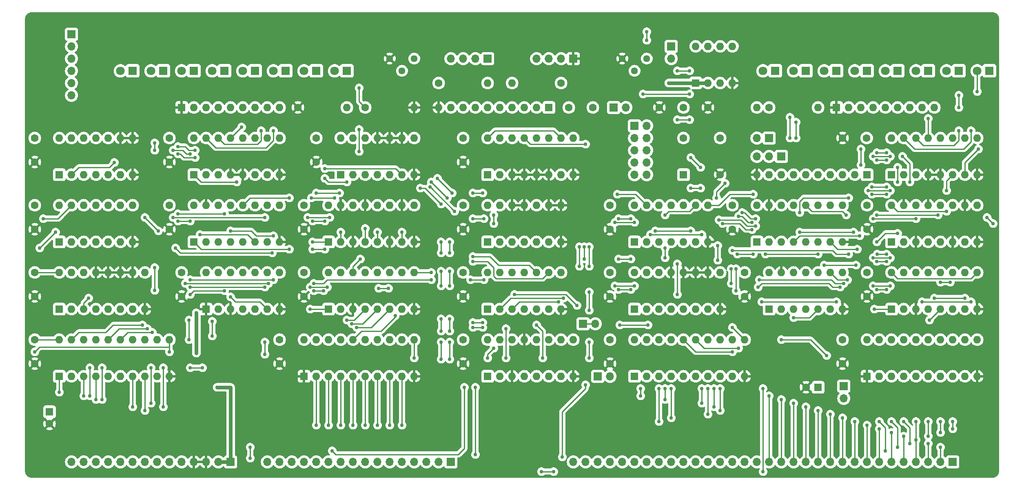
<source format=gbl>
G04 #@! TF.GenerationSoftware,KiCad,Pcbnew,(7.0.0)*
G04 #@! TF.CreationDate,2024-03-28T20:26:14-07:00*
G04 #@! TF.ProjectId,sound_square,736f756e-645f-4737-9175-6172652e6b69,rev?*
G04 #@! TF.SameCoordinates,Original*
G04 #@! TF.FileFunction,Copper,L2,Bot*
G04 #@! TF.FilePolarity,Positive*
%FSLAX46Y46*%
G04 Gerber Fmt 4.6, Leading zero omitted, Abs format (unit mm)*
G04 Created by KiCad (PCBNEW (7.0.0)) date 2024-03-28 20:26:14*
%MOMM*%
%LPD*%
G01*
G04 APERTURE LIST*
G04 #@! TA.AperFunction,ComponentPad*
%ADD10R,1.600000X1.600000*%
G04 #@! TD*
G04 #@! TA.AperFunction,ComponentPad*
%ADD11O,1.600000X1.600000*%
G04 #@! TD*
G04 #@! TA.AperFunction,ComponentPad*
%ADD12R,1.800000X1.800000*%
G04 #@! TD*
G04 #@! TA.AperFunction,ComponentPad*
%ADD13C,1.800000*%
G04 #@! TD*
G04 #@! TA.AperFunction,ComponentPad*
%ADD14R,1.700000X1.700000*%
G04 #@! TD*
G04 #@! TA.AperFunction,ComponentPad*
%ADD15O,1.700000X1.700000*%
G04 #@! TD*
G04 #@! TA.AperFunction,ComponentPad*
%ADD16C,1.600000*%
G04 #@! TD*
G04 #@! TA.AperFunction,ComponentPad*
%ADD17C,1.440000*%
G04 #@! TD*
G04 #@! TA.AperFunction,ViaPad*
%ADD18C,0.762000*%
G04 #@! TD*
G04 #@! TA.AperFunction,Conductor*
%ADD19C,0.762000*%
G04 #@! TD*
G04 #@! TA.AperFunction,Conductor*
%ADD20C,0.254000*%
G04 #@! TD*
G04 APERTURE END LIST*
D10*
X177799999Y-99059999D03*
D11*
X180339999Y-99059999D03*
X182879999Y-99059999D03*
X185419999Y-99059999D03*
X187959999Y-99059999D03*
X190499999Y-99059999D03*
X193039999Y-99059999D03*
X193039999Y-91439999D03*
X190499999Y-91439999D03*
X187959999Y-91439999D03*
X185419999Y-91439999D03*
X182879999Y-91439999D03*
X180339999Y-91439999D03*
X177799999Y-91439999D03*
D10*
X147319999Y-113029999D03*
D11*
X149859999Y-113029999D03*
X152399999Y-113029999D03*
X154939999Y-113029999D03*
X157479999Y-113029999D03*
X160019999Y-113029999D03*
X162559999Y-113029999D03*
X162559999Y-105409999D03*
X160019999Y-105409999D03*
X157479999Y-105409999D03*
X154939999Y-105409999D03*
X152399999Y-105409999D03*
X149859999Y-105409999D03*
X147319999Y-105409999D03*
D12*
X238759999Y-63499999D03*
D13*
X236220000Y-63500000D03*
D14*
X139699999Y-144779999D03*
D15*
X137159999Y-144779999D03*
X134619999Y-144779999D03*
X132079999Y-144779999D03*
X129539999Y-144779999D03*
X126999999Y-144779999D03*
X124459999Y-144779999D03*
X121919999Y-144779999D03*
X119379999Y-144779999D03*
X116839999Y-144779999D03*
X114299999Y-144779999D03*
X111759999Y-144779999D03*
X109219999Y-144779999D03*
X106679999Y-144779999D03*
X104139999Y-144779999D03*
X101599999Y-144779999D03*
D10*
X114299999Y-113029999D03*
D11*
X116839999Y-113029999D03*
X119379999Y-113029999D03*
X121919999Y-113029999D03*
X124459999Y-113029999D03*
X126999999Y-113029999D03*
X129539999Y-113029999D03*
X132079999Y-113029999D03*
X132079999Y-105409999D03*
X129539999Y-105409999D03*
X126999999Y-105409999D03*
X124459999Y-105409999D03*
X121919999Y-105409999D03*
X119379999Y-105409999D03*
X116839999Y-105409999D03*
X114299999Y-105409999D03*
D10*
X203199999Y-99059999D03*
D11*
X205739999Y-99059999D03*
X208279999Y-99059999D03*
X210819999Y-99059999D03*
X213359999Y-99059999D03*
X215899999Y-99059999D03*
X218439999Y-99059999D03*
X220979999Y-99059999D03*
X220979999Y-91439999D03*
X218439999Y-91439999D03*
X215899999Y-91439999D03*
X213359999Y-91439999D03*
X210819999Y-91439999D03*
X208279999Y-91439999D03*
X205739999Y-91439999D03*
X203199999Y-91439999D03*
D16*
X169164000Y-71120000D03*
X164164000Y-71120000D03*
D10*
X88899999Y-113029999D03*
D11*
X91439999Y-113029999D03*
X93979999Y-113029999D03*
X96519999Y-113029999D03*
X99059999Y-113029999D03*
X101599999Y-113029999D03*
X104139999Y-113029999D03*
X104139999Y-105409999D03*
X101599999Y-105409999D03*
X99059999Y-105409999D03*
X96519999Y-105409999D03*
X93979999Y-105409999D03*
X91439999Y-105409999D03*
X88899999Y-105409999D03*
D16*
X111760000Y-77470000D03*
X111760000Y-82470000D03*
D12*
X111759999Y-63499999D03*
D13*
X109220000Y-63500000D03*
D16*
X226060000Y-91440000D03*
X226060000Y-96440000D03*
X172720000Y-91440000D03*
X172720000Y-96440000D03*
D10*
X231139999Y-85089999D03*
D11*
X233679999Y-85089999D03*
X236219999Y-85089999D03*
X238759999Y-85089999D03*
X241299999Y-85089999D03*
X243839999Y-85089999D03*
X246379999Y-85089999D03*
X248919999Y-85089999D03*
X248919999Y-77469999D03*
X246379999Y-77469999D03*
X243839999Y-77469999D03*
X241299999Y-77469999D03*
X238759999Y-77469999D03*
X236219999Y-77469999D03*
X233679999Y-77469999D03*
X231139999Y-77469999D03*
D16*
X193040000Y-71120000D03*
D11*
X203199999Y-71119999D03*
D16*
X220980000Y-124380000D03*
X220980000Y-119380000D03*
X53340000Y-119380000D03*
X53340000Y-124380000D03*
X81280000Y-91440000D03*
X81280000Y-96440000D03*
D17*
X127000000Y-60960000D03*
X129540000Y-63500000D03*
X132080000Y-60960000D03*
D16*
X205740000Y-71120000D03*
D11*
X215899999Y-71119999D03*
D12*
X251459999Y-63499999D03*
D13*
X248920000Y-63500000D03*
D16*
X53340000Y-77470000D03*
X53340000Y-82470000D03*
X142240000Y-119380000D03*
X142240000Y-124380000D03*
D14*
X170179999Y-126999999D03*
D15*
X172719999Y-126999999D03*
D16*
X109220000Y-105410000D03*
X109220000Y-110410000D03*
D12*
X105409999Y-63499999D03*
D13*
X102870000Y-63500000D03*
D10*
X58419999Y-126999999D03*
D11*
X60959999Y-126999999D03*
X63499999Y-126999999D03*
X66039999Y-126999999D03*
X68579999Y-126999999D03*
X71119999Y-126999999D03*
X73659999Y-126999999D03*
X76199999Y-126999999D03*
X78739999Y-126999999D03*
X81279999Y-126999999D03*
X81279999Y-119379999D03*
X78739999Y-119379999D03*
X76199999Y-119379999D03*
X73659999Y-119379999D03*
X71119999Y-119379999D03*
X68579999Y-119379999D03*
X66039999Y-119379999D03*
X63499999Y-119379999D03*
X60959999Y-119379999D03*
X58419999Y-119379999D03*
D14*
X93979999Y-144779999D03*
D15*
X91439999Y-144779999D03*
X88899999Y-144779999D03*
X86359999Y-144779999D03*
X83819999Y-144779999D03*
X81279999Y-144779999D03*
X78739999Y-144779999D03*
X76199999Y-144779999D03*
X73659999Y-144779999D03*
X71119999Y-144779999D03*
X68579999Y-144779999D03*
X66039999Y-144779999D03*
X63499999Y-144779999D03*
X60959999Y-144779999D03*
D16*
X198120000Y-96440000D03*
X198120000Y-91440000D03*
D10*
X160019999Y-71119999D03*
D11*
X157479999Y-71119999D03*
X154939999Y-71119999D03*
X152399999Y-71119999D03*
X149859999Y-71119999D03*
X147319999Y-71119999D03*
X144779999Y-71119999D03*
X142239999Y-71119999D03*
X139699999Y-71119999D03*
X137159999Y-71119999D03*
D14*
X221233999Y-129031999D03*
D15*
X221233999Y-131571999D03*
D10*
X226059999Y-126999999D03*
D11*
X228599999Y-126999999D03*
X231139999Y-126999999D03*
X233679999Y-126999999D03*
X236219999Y-126999999D03*
X238759999Y-126999999D03*
X241299999Y-126999999D03*
X243839999Y-126999999D03*
X246379999Y-126999999D03*
X248919999Y-126999999D03*
X248919999Y-119379999D03*
X246379999Y-119379999D03*
X243839999Y-119379999D03*
X241299999Y-119379999D03*
X238759999Y-119379999D03*
X236219999Y-119379999D03*
X233679999Y-119379999D03*
X231139999Y-119379999D03*
X228599999Y-119379999D03*
X226059999Y-119379999D03*
D12*
X73659999Y-63499999D03*
D13*
X71120000Y-63500000D03*
D10*
X86359999Y-99059999D03*
D11*
X88899999Y-99059999D03*
X91439999Y-99059999D03*
X93979999Y-99059999D03*
X96519999Y-99059999D03*
X99059999Y-99059999D03*
X101599999Y-99059999D03*
X104139999Y-99059999D03*
X104139999Y-91439999D03*
X101599999Y-91439999D03*
X99059999Y-91439999D03*
X96519999Y-91439999D03*
X93979999Y-91439999D03*
X91439999Y-91439999D03*
X88899999Y-91439999D03*
X86359999Y-91439999D03*
D12*
X232409999Y-63499999D03*
D13*
X229870000Y-63500000D03*
D10*
X116839999Y-85089999D03*
D11*
X119379999Y-85089999D03*
X121919999Y-85089999D03*
X124459999Y-85089999D03*
X126999999Y-85089999D03*
X129539999Y-85089999D03*
X132079999Y-85089999D03*
X132079999Y-77469999D03*
X129539999Y-77469999D03*
X126999999Y-77469999D03*
X124459999Y-77469999D03*
X121919999Y-77469999D03*
X119379999Y-77469999D03*
X116839999Y-77469999D03*
D10*
X205739999Y-113029999D03*
D11*
X208279999Y-113029999D03*
X210819999Y-113029999D03*
X213359999Y-113029999D03*
X215899999Y-113029999D03*
X218439999Y-113029999D03*
X220979999Y-113029999D03*
X220979999Y-105409999D03*
X218439999Y-105409999D03*
X215899999Y-105409999D03*
X213359999Y-105409999D03*
X210819999Y-105409999D03*
X208279999Y-105409999D03*
X205739999Y-105409999D03*
D16*
X121920000Y-71120000D03*
D11*
X132079999Y-71119999D03*
D16*
X109220000Y-91440000D03*
X109220000Y-96440000D03*
D12*
X207009999Y-63499999D03*
D13*
X204470000Y-63500000D03*
D14*
X173481999Y-71119999D03*
D15*
X176021999Y-71119999D03*
D16*
X81280000Y-82470000D03*
X81280000Y-77470000D03*
D12*
X80009999Y-63499999D03*
D13*
X77470000Y-63500000D03*
D14*
X165099999Y-60959999D03*
D15*
X162559999Y-60959999D03*
X160019999Y-60959999D03*
X157479999Y-60959999D03*
D14*
X205739999Y-77469999D03*
D15*
X203199999Y-77469999D03*
D16*
X162560000Y-66040000D03*
D11*
X152399999Y-66039999D03*
D10*
X83819999Y-71119999D03*
D11*
X86359999Y-71119999D03*
X88899999Y-71119999D03*
X91439999Y-71119999D03*
X93979999Y-71119999D03*
X96519999Y-71119999D03*
X99059999Y-71119999D03*
X101599999Y-71119999D03*
X104139999Y-71119999D03*
D16*
X53340000Y-91440000D03*
X53340000Y-96440000D03*
X107950000Y-71120000D03*
D11*
X118109999Y-71119999D03*
D12*
X92709999Y-63499999D03*
D13*
X90170000Y-63500000D03*
D12*
X118109999Y-63499999D03*
D13*
X115570000Y-63500000D03*
D10*
X190509999Y-66029999D03*
D11*
X193049999Y-66029999D03*
X195589999Y-66029999D03*
X198129999Y-66029999D03*
X198129999Y-58409999D03*
X195589999Y-58409999D03*
X193049999Y-58409999D03*
X190509999Y-58409999D03*
D10*
X226059999Y-85089999D03*
D11*
X223519999Y-85089999D03*
X220979999Y-85089999D03*
X218439999Y-85089999D03*
X215899999Y-85089999D03*
X213359999Y-85089999D03*
X210819999Y-85089999D03*
X208279999Y-85089999D03*
X205739999Y-85089999D03*
X203199999Y-85089999D03*
D10*
X56387999Y-134365999D03*
D16*
X56388000Y-136866000D03*
D12*
X226059999Y-63499999D03*
D13*
X223520000Y-63500000D03*
D12*
X245109999Y-63499999D03*
D13*
X242570000Y-63500000D03*
D16*
X226060000Y-105410000D03*
X226060000Y-110410000D03*
X182960000Y-71120000D03*
X187960000Y-71120000D03*
D14*
X167131999Y-116077999D03*
D15*
X169671999Y-116077999D03*
D17*
X175260000Y-60960000D03*
X177800000Y-63500000D03*
X180340000Y-60960000D03*
D10*
X86359999Y-85089999D03*
D11*
X88899999Y-85089999D03*
X91439999Y-85089999D03*
X93979999Y-85089999D03*
X96519999Y-85089999D03*
X99059999Y-85089999D03*
X101599999Y-85089999D03*
X104139999Y-85089999D03*
X104139999Y-77469999D03*
X101599999Y-77469999D03*
X99059999Y-77469999D03*
X96519999Y-77469999D03*
X93979999Y-77469999D03*
X91439999Y-77469999D03*
X88899999Y-77469999D03*
X86359999Y-77469999D03*
D10*
X114299999Y-99059999D03*
D11*
X116839999Y-99059999D03*
X119379999Y-99059999D03*
X121919999Y-99059999D03*
X124459999Y-99059999D03*
X126999999Y-99059999D03*
X129539999Y-99059999D03*
X132079999Y-99059999D03*
X132079999Y-91439999D03*
X129539999Y-91439999D03*
X126999999Y-91439999D03*
X124459999Y-91439999D03*
X121919999Y-91439999D03*
X119379999Y-91439999D03*
X116839999Y-91439999D03*
X114299999Y-91439999D03*
D10*
X58419999Y-99059999D03*
D11*
X60959999Y-99059999D03*
X63499999Y-99059999D03*
X66039999Y-99059999D03*
X68579999Y-99059999D03*
X71119999Y-99059999D03*
X73659999Y-99059999D03*
X73659999Y-91439999D03*
X71119999Y-91439999D03*
X68579999Y-91439999D03*
X66039999Y-91439999D03*
X63499999Y-91439999D03*
X60959999Y-91439999D03*
X58419999Y-91439999D03*
D10*
X58419999Y-113029999D03*
D11*
X60959999Y-113029999D03*
X63499999Y-113029999D03*
X66039999Y-113029999D03*
X68579999Y-113029999D03*
X71119999Y-113029999D03*
X73659999Y-113029999D03*
X76199999Y-113029999D03*
X76199999Y-105409999D03*
X73659999Y-105409999D03*
X71119999Y-105409999D03*
X68579999Y-105409999D03*
X66039999Y-105409999D03*
X63499999Y-105409999D03*
X60959999Y-105409999D03*
X58419999Y-105409999D03*
D16*
X83820000Y-105410000D03*
X83820000Y-110410000D03*
D10*
X147319999Y-99059999D03*
D11*
X149859999Y-99059999D03*
X152399999Y-99059999D03*
X154939999Y-99059999D03*
X157479999Y-99059999D03*
X160019999Y-99059999D03*
X162559999Y-99059999D03*
X162559999Y-91439999D03*
X160019999Y-91439999D03*
X157479999Y-91439999D03*
X154939999Y-91439999D03*
X152399999Y-91439999D03*
X149859999Y-91439999D03*
X147319999Y-91439999D03*
D16*
X172720000Y-110410000D03*
X172720000Y-105410000D03*
D10*
X231139999Y-99059999D03*
D11*
X233679999Y-99059999D03*
X236219999Y-99059999D03*
X238759999Y-99059999D03*
X241299999Y-99059999D03*
X243839999Y-99059999D03*
X246379999Y-99059999D03*
X248919999Y-99059999D03*
X248919999Y-91439999D03*
X246379999Y-91439999D03*
X243839999Y-91439999D03*
X241299999Y-91439999D03*
X238759999Y-91439999D03*
X236219999Y-91439999D03*
X233679999Y-91439999D03*
X231139999Y-91439999D03*
D10*
X58419999Y-85089999D03*
D11*
X60959999Y-85089999D03*
X63499999Y-85089999D03*
X66039999Y-85089999D03*
X68579999Y-85089999D03*
X71119999Y-85089999D03*
X73659999Y-85089999D03*
X73659999Y-77469999D03*
X71119999Y-77469999D03*
X68579999Y-77469999D03*
X66039999Y-77469999D03*
X63499999Y-77469999D03*
X60959999Y-77469999D03*
X58419999Y-77469999D03*
D14*
X147319999Y-60959999D03*
D15*
X144779999Y-60959999D03*
X142239999Y-60959999D03*
X139699999Y-60959999D03*
D16*
X172720000Y-124380000D03*
X172720000Y-119380000D03*
D10*
X109219999Y-126999999D03*
D11*
X111759999Y-126999999D03*
X114299999Y-126999999D03*
X116839999Y-126999999D03*
X119379999Y-126999999D03*
X121919999Y-126999999D03*
X124459999Y-126999999D03*
X126999999Y-126999999D03*
X129539999Y-126999999D03*
X132079999Y-126999999D03*
X132079999Y-119379999D03*
X129539999Y-119379999D03*
X126999999Y-119379999D03*
X124459999Y-119379999D03*
X121919999Y-119379999D03*
X119379999Y-119379999D03*
X116839999Y-119379999D03*
X114299999Y-119379999D03*
X111759999Y-119379999D03*
X109219999Y-119379999D03*
D16*
X142240000Y-91440000D03*
X142240000Y-96440000D03*
D14*
X177799999Y-74929999D03*
D15*
X180339999Y-74929999D03*
X177799999Y-77469999D03*
X180339999Y-77469999D03*
X177799999Y-80009999D03*
X180339999Y-80009999D03*
X177799999Y-82549999D03*
X180339999Y-82549999D03*
X177799999Y-85089999D03*
X180339999Y-85089999D03*
D10*
X177799999Y-126999999D03*
D11*
X180339999Y-126999999D03*
X182879999Y-126999999D03*
X185419999Y-126999999D03*
X187959999Y-126999999D03*
X190499999Y-126999999D03*
X193039999Y-126999999D03*
X195579999Y-126999999D03*
X198119999Y-126999999D03*
X200659999Y-126999999D03*
X200659999Y-119379999D03*
X198119999Y-119379999D03*
X195579999Y-119379999D03*
X193039999Y-119379999D03*
X190499999Y-119379999D03*
X187959999Y-119379999D03*
X185419999Y-119379999D03*
X182879999Y-119379999D03*
X180339999Y-119379999D03*
X177799999Y-119379999D03*
D16*
X104140000Y-119380000D03*
X104140000Y-124380000D03*
D12*
X213359999Y-63499999D03*
D13*
X210820000Y-63500000D03*
D16*
X200660000Y-105410000D03*
X200660000Y-110410000D03*
D12*
X219709999Y-63499999D03*
D13*
X217170000Y-63500000D03*
D14*
X60959999Y-55879999D03*
D15*
X60959999Y-58419999D03*
X60959999Y-60959999D03*
X60959999Y-63499999D03*
X60959999Y-66039999D03*
X60959999Y-68579999D03*
D10*
X147319999Y-85089999D03*
D11*
X149859999Y-85089999D03*
X152399999Y-85089999D03*
X154939999Y-85089999D03*
X157479999Y-85089999D03*
X160019999Y-85089999D03*
X162559999Y-85089999D03*
X165099999Y-85089999D03*
X165099999Y-77469999D03*
X162559999Y-77469999D03*
X160019999Y-77469999D03*
X157479999Y-77469999D03*
X154939999Y-77469999D03*
X152399999Y-77469999D03*
X149859999Y-77469999D03*
X147319999Y-77469999D03*
D14*
X185419999Y-58419999D03*
D15*
X185419999Y-60959999D03*
D10*
X215899999Y-129285999D03*
D16*
X213400000Y-129286000D03*
D10*
X231139999Y-113029999D03*
D11*
X233679999Y-113029999D03*
X236219999Y-113029999D03*
X238759999Y-113029999D03*
X241299999Y-113029999D03*
X243839999Y-113029999D03*
X246379999Y-113029999D03*
X248919999Y-113029999D03*
X248919999Y-105409999D03*
X246379999Y-105409999D03*
X243839999Y-105409999D03*
X241299999Y-105409999D03*
X238759999Y-105409999D03*
X236219999Y-105409999D03*
X233679999Y-105409999D03*
X231139999Y-105409999D03*
D16*
X142240000Y-82470000D03*
X142240000Y-77470000D03*
D14*
X208279999Y-81279999D03*
D15*
X205739999Y-81279999D03*
X203199999Y-81279999D03*
D16*
X53340000Y-105410000D03*
X53340000Y-110410000D03*
D10*
X177799999Y-113029999D03*
D11*
X180339999Y-113029999D03*
X182879999Y-113029999D03*
X185419999Y-113029999D03*
X187959999Y-113029999D03*
X190499999Y-113029999D03*
X193039999Y-113029999D03*
X195579999Y-113029999D03*
X195579999Y-105409999D03*
X193039999Y-105409999D03*
X190499999Y-105409999D03*
X187959999Y-105409999D03*
X185419999Y-105409999D03*
X182879999Y-105409999D03*
X180339999Y-105409999D03*
X177799999Y-105409999D03*
D16*
X142240000Y-105410000D03*
X142240000Y-110410000D03*
D14*
X243839999Y-144779999D03*
D15*
X241299999Y-144779999D03*
X238759999Y-144779999D03*
X236219999Y-144779999D03*
X233679999Y-144779999D03*
X231139999Y-144779999D03*
X228599999Y-144779999D03*
X226059999Y-144779999D03*
X223519999Y-144779999D03*
X220979999Y-144779999D03*
X218439999Y-144779999D03*
X215899999Y-144779999D03*
X213359999Y-144779999D03*
X210819999Y-144779999D03*
X208279999Y-144779999D03*
X205739999Y-144779999D03*
X203199999Y-144779999D03*
X200659999Y-144779999D03*
X198119999Y-144779999D03*
X195579999Y-144779999D03*
X193039999Y-144779999D03*
X190499999Y-144779999D03*
X187959999Y-144779999D03*
X185419999Y-144779999D03*
X182879999Y-144779999D03*
X180339999Y-144779999D03*
X177799999Y-144779999D03*
X175259999Y-144779999D03*
X172719999Y-144779999D03*
X170179999Y-144779999D03*
X167639999Y-144779999D03*
X165099999Y-144779999D03*
D16*
X220980000Y-77470000D03*
X225980000Y-77470000D03*
D10*
X219709999Y-71119999D03*
D11*
X222249999Y-71119999D03*
X224789999Y-71119999D03*
X227329999Y-71119999D03*
X229869999Y-71119999D03*
X232409999Y-71119999D03*
X234949999Y-71119999D03*
X237489999Y-71119999D03*
X240029999Y-71119999D03*
D12*
X99059999Y-63499999D03*
D13*
X96520000Y-63500000D03*
D16*
X137160000Y-66040000D03*
D11*
X147319999Y-66039999D03*
D12*
X86359999Y-63499999D03*
D13*
X83820000Y-63500000D03*
D10*
X187959999Y-85089999D03*
D16*
X195580000Y-85090000D03*
X195580000Y-77470000D03*
X187960000Y-77470000D03*
D10*
X147319999Y-126999999D03*
D11*
X149859999Y-126999999D03*
X152399999Y-126999999D03*
X154939999Y-126999999D03*
X157479999Y-126999999D03*
X160019999Y-126999999D03*
X162559999Y-126999999D03*
X165099999Y-126999999D03*
X165099999Y-119379999D03*
X162559999Y-119379999D03*
X160019999Y-119379999D03*
X157479999Y-119379999D03*
X154939999Y-119379999D03*
X152399999Y-119379999D03*
X149859999Y-119379999D03*
X147319999Y-119379999D03*
D18*
X242570000Y-92710000D03*
X86868000Y-122174000D03*
X91186000Y-129286000D03*
X242570000Y-88392000D03*
X147320000Y-123190000D03*
X86868000Y-120650000D03*
X86868000Y-115316000D03*
X86868000Y-113792000D03*
X92710000Y-129286000D03*
X148590000Y-121158000D03*
X135636000Y-105410000D03*
X88900000Y-95250000D03*
X220980000Y-95758000D03*
X238760000Y-94742000D03*
X233680000Y-95504000D03*
X111760000Y-137160000D03*
X228600000Y-136398000D03*
X229870000Y-142494000D03*
X231140000Y-136398000D03*
X114300000Y-137160000D03*
X232410000Y-141732000D03*
X241300000Y-141732000D03*
X234950000Y-140970000D03*
X238760000Y-140970000D03*
X233680000Y-136398000D03*
X116840000Y-137160000D03*
X236220000Y-136398000D03*
X236220000Y-140208000D03*
X119380000Y-137160000D03*
X238760000Y-139446000D03*
X233680000Y-139446000D03*
X238760000Y-136398000D03*
X121920000Y-137160000D03*
X241300000Y-138684000D03*
X124460000Y-137160000D03*
X241300000Y-136398000D03*
X231140000Y-138684000D03*
X127000000Y-137160000D03*
X243840000Y-137922000D03*
X243840000Y-136398000D03*
X228600000Y-137922000D03*
X129540000Y-137160000D03*
X226060000Y-137160000D03*
X182880000Y-129540000D03*
X223520000Y-136398000D03*
X63500000Y-131064000D03*
X182880000Y-136398000D03*
X185420000Y-135636000D03*
X66040000Y-131826000D03*
X220980000Y-135636000D03*
X185420000Y-129540000D03*
X193040000Y-129540000D03*
X193040000Y-134874000D03*
X218440000Y-134874000D03*
X73660000Y-133350000D03*
X195580000Y-129540000D03*
X76200000Y-134112000D03*
X195580000Y-134112000D03*
X215900000Y-134112000D03*
X213360000Y-133350000D03*
X80010000Y-133350000D03*
X80010000Y-125222000D03*
X194310000Y-133350000D03*
X194310000Y-129540000D03*
X191770000Y-132588000D03*
X77470000Y-125222000D03*
X191770000Y-129540000D03*
X77470000Y-132588000D03*
X210820000Y-132588000D03*
X67310000Y-131826000D03*
X208280000Y-131826000D03*
X184150000Y-131826000D03*
X67310000Y-125222000D03*
X184150000Y-129540000D03*
X179070000Y-129540000D03*
X179070000Y-131064000D03*
X64770000Y-125222000D03*
X64770000Y-131064000D03*
X205740000Y-131064000D03*
X167640000Y-128778000D03*
X168402000Y-104140000D03*
X168402000Y-123190000D03*
X55118000Y-94234000D03*
X168402000Y-119888000D03*
X168402000Y-100076000D03*
X168402000Y-109474000D03*
X174244000Y-89154000D03*
X162814000Y-143764000D03*
X168402000Y-113284000D03*
X204470000Y-129540000D03*
X158496000Y-146812000D03*
X98044000Y-141732000D03*
X161036000Y-146812000D03*
X204470000Y-146812000D03*
X98044000Y-144018000D03*
X247650000Y-75946000D03*
X248920000Y-67818000D03*
X174752000Y-116332000D03*
X203454000Y-108458000D03*
X230124000Y-108966000D03*
X165862000Y-112268000D03*
X180594000Y-116332000D03*
X220472000Y-108458000D03*
X152908000Y-109982000D03*
X228092000Y-108966000D03*
X163068000Y-110744000D03*
X177800000Y-108204000D03*
X173736000Y-108204000D03*
X174498000Y-94234000D03*
X177038000Y-94234000D03*
X184150000Y-93472000D03*
X184150000Y-102362000D03*
X208280000Y-119380000D03*
X217678000Y-122682000D03*
X186690000Y-109982000D03*
X198120000Y-116840000D03*
X184150000Y-100330000D03*
X186690000Y-103632000D03*
X132080000Y-123190000D03*
X81280000Y-121920000D03*
X85598000Y-125222000D03*
X88138000Y-125222000D03*
X53340000Y-121920000D03*
X54356000Y-100330000D03*
X57658000Y-97028000D03*
X139446000Y-105156000D03*
X139446000Y-115062000D03*
X139446000Y-108204000D03*
X139446000Y-123444000D03*
X144780000Y-129286000D03*
X135636000Y-86614000D03*
X139446000Y-101346000D03*
X139446000Y-119888000D03*
X139446000Y-99060000D03*
X139446000Y-117602000D03*
X138938000Y-89916000D03*
X144780000Y-143256000D03*
X115062000Y-142494000D03*
X137668000Y-117602000D03*
X137668000Y-115062000D03*
X137668000Y-108204000D03*
X133350000Y-87884000D03*
X137668000Y-91186000D03*
X137668000Y-99060000D03*
X137668000Y-105156000D03*
X142494000Y-129286000D03*
X137668000Y-101346000D03*
X137668000Y-123444000D03*
X137668000Y-119888000D03*
X120650000Y-80264000D03*
X120650000Y-75692000D03*
X120650000Y-67056000D03*
X239014000Y-115316000D03*
X240030000Y-110744000D03*
X246380000Y-110744000D03*
X241300000Y-107442000D03*
X243332000Y-107442000D03*
X247650000Y-111506000D03*
X237490000Y-111506000D03*
X58420000Y-130302000D03*
X230124000Y-82042000D03*
X228092000Y-82042000D03*
X222250000Y-89916000D03*
X199390000Y-121158000D03*
X212090000Y-92964000D03*
X223774000Y-103886000D03*
X217170000Y-103886000D03*
X198120000Y-121920000D03*
X210820000Y-114808000D03*
X230886000Y-102362000D03*
X227330000Y-102362000D03*
X252222000Y-95250000D03*
X202946000Y-94234000D03*
X221996000Y-106934000D03*
X230124000Y-103124000D03*
X198882000Y-109220000D03*
X198882000Y-104648000D03*
X250952000Y-93980000D03*
X200152000Y-92964000D03*
X228092000Y-103124000D03*
X202184000Y-96520000D03*
X191770000Y-97536000D03*
X196088000Y-95250000D03*
X174498000Y-102616000D03*
X181102000Y-97536000D03*
X157480000Y-116332000D03*
X177038000Y-102616000D03*
X158750000Y-123190000D03*
X110998000Y-100584000D03*
X113538000Y-100584000D03*
X144272000Y-103124000D03*
X106172000Y-100584000D03*
X143764000Y-106934000D03*
X111252000Y-107696000D03*
X102870000Y-106934000D03*
X85598000Y-106934000D03*
X146558000Y-106934000D03*
X135636000Y-106934000D03*
X146304000Y-88900000D03*
X148590000Y-95250000D03*
X139954000Y-88900000D03*
X144272000Y-88900000D03*
X148590000Y-93472000D03*
X136906000Y-85852000D03*
X83058000Y-80772000D03*
X146558000Y-94234000D03*
X140462000Y-92710000D03*
X118110000Y-86614000D03*
X113538000Y-85852000D03*
X144272000Y-94234000D03*
X86614000Y-81534000D03*
X135368969Y-87649547D03*
X120904000Y-102616000D03*
X146304000Y-115824000D03*
X101092000Y-108458000D03*
X113284000Y-109220000D03*
X111252000Y-109220000D03*
X85598000Y-108458000D03*
X144272000Y-115824000D03*
X64516000Y-110744000D03*
X182118000Y-96774000D03*
X202946000Y-95758000D03*
X195326000Y-94488000D03*
X189484000Y-96774000D03*
X228092000Y-99060000D03*
X224536000Y-97790000D03*
X232410000Y-97282000D03*
X199136000Y-101600000D03*
X215900000Y-101600000D03*
X204978000Y-101600000D03*
X202438000Y-101600000D03*
X228168700Y-101600000D03*
X230124000Y-101600000D03*
X224028000Y-100584000D03*
X240792000Y-93472000D03*
X228092000Y-93472000D03*
X222250000Y-101600000D03*
X198120000Y-100838000D03*
X227330000Y-94234000D03*
X221742000Y-93472000D03*
X236220000Y-94234000D03*
X199390000Y-93726000D03*
X202184000Y-94996000D03*
X223266000Y-97028000D03*
X212090000Y-97028000D03*
X177800000Y-94996000D03*
X202438000Y-89154000D03*
X173736000Y-94996000D03*
X230124000Y-89154000D03*
X227076000Y-89154000D03*
X226314000Y-88392000D03*
X230886000Y-88392000D03*
X230124000Y-87630000D03*
X227076000Y-87630000D03*
X233426000Y-81280000D03*
X234950000Y-86614000D03*
X230124000Y-80518000D03*
X228092000Y-80518000D03*
X232410000Y-86614000D03*
X227330000Y-81280000D03*
X230886000Y-81280000D03*
X232410000Y-83566000D03*
X166370000Y-104140000D03*
X166370000Y-100076000D03*
X191516000Y-87884000D03*
X167386000Y-100076000D03*
X189484000Y-87884000D03*
X167386000Y-102616000D03*
X113538000Y-83820000D03*
X69850000Y-82550000D03*
X86614000Y-80010000D03*
X83058000Y-79248000D03*
X85598000Y-109982000D03*
X78232000Y-109143300D03*
X92710000Y-109220000D03*
X78232000Y-104394000D03*
X93980000Y-110490000D03*
X83058000Y-94742000D03*
X87630000Y-97536000D03*
X85598000Y-94742000D03*
X101092000Y-93980000D03*
X82042000Y-93980000D03*
X92710000Y-93218000D03*
X83058000Y-93218000D03*
X90170000Y-115570000D03*
X90170000Y-118618000D03*
X95250000Y-86614000D03*
X77724000Y-117856000D03*
X76708000Y-117094000D03*
X75692000Y-116332000D03*
X126746000Y-108712000D03*
X124714000Y-108712000D03*
X128143000Y-114427000D03*
X120129900Y-116840000D03*
X119126000Y-116078000D03*
X118110000Y-115316000D03*
X245110000Y-75946000D03*
X245110000Y-68580000D03*
X245110000Y-71120000D03*
X116840000Y-97028000D03*
X110998000Y-94742000D03*
X113538000Y-94742000D03*
X102870000Y-97790000D03*
X93980000Y-96774000D03*
X109982000Y-93980000D03*
X124460000Y-97028000D03*
X114554000Y-93980000D03*
X116586000Y-88900000D03*
X111760000Y-88900000D03*
X115570000Y-89916000D03*
X106172000Y-89916000D03*
X110744000Y-89916000D03*
X121920000Y-96266000D03*
X129540000Y-97028000D03*
X238760000Y-73406000D03*
X249174000Y-79756000D03*
X102870000Y-75946000D03*
X100330000Y-75946000D03*
X96266000Y-75184000D03*
X82042000Y-80010000D03*
X78232000Y-78486000D03*
X85598000Y-80772000D03*
X78232000Y-80010000D03*
X210058000Y-77470000D03*
X210058000Y-73152000D03*
X196596000Y-86868000D03*
X227584000Y-113030000D03*
X195072000Y-99822000D03*
X101092000Y-119888000D03*
X110490000Y-113030000D03*
X204216000Y-111506000D03*
X219710000Y-111506000D03*
X195072000Y-102870000D03*
X197866000Y-104648000D03*
X101092000Y-122428000D03*
X85344000Y-119380000D03*
X194818000Y-89916000D03*
X85344000Y-115316000D03*
X197866000Y-107696000D03*
X189484000Y-81534000D03*
X191516000Y-83566000D03*
X189230000Y-73660000D03*
X186690000Y-73660000D03*
X167640000Y-78740000D03*
X177038000Y-108966000D03*
X230886000Y-108204000D03*
X227330000Y-108204000D03*
X221234000Y-107696000D03*
X151130000Y-117094000D03*
X162052000Y-111506000D03*
X174498000Y-108966000D03*
X151130000Y-123190000D03*
X203708000Y-106934000D03*
X102616000Y-101346000D03*
X76200000Y-93980000D03*
X110998000Y-99060000D03*
X78994000Y-96774000D03*
X144272000Y-102108000D03*
X82550000Y-100330000D03*
X179578000Y-68326000D03*
X224790000Y-83058000D03*
X224790000Y-79756000D03*
X189230000Y-68326000D03*
X211328000Y-74168000D03*
X211328000Y-77470000D03*
X180340000Y-55372000D03*
X180340000Y-57150000D03*
X184912000Y-66040000D03*
X186436000Y-66030000D03*
X84582000Y-107696000D03*
X101854000Y-107696000D03*
X146304000Y-116840000D03*
X110490000Y-108458000D03*
X114046000Y-108458000D03*
X144272000Y-116840000D03*
X186690000Y-63500000D03*
X189230000Y-63500000D03*
D19*
X93980000Y-144780000D02*
X93980000Y-129286000D01*
D20*
X242570000Y-88392000D02*
X242570000Y-86360000D01*
X147320000Y-122428000D02*
X148590000Y-121158000D01*
D19*
X92710000Y-129286000D02*
X91186000Y-129286000D01*
D20*
X242570000Y-86360000D02*
X243840000Y-85090000D01*
X162560000Y-77470000D02*
X161036000Y-75946000D01*
X248920000Y-105410000D02*
X247650000Y-106680000D01*
X148844000Y-75946000D02*
X147320000Y-77470000D01*
X147320000Y-123190000D02*
X147320000Y-122428000D01*
X132080000Y-105410000D02*
X135636000Y-105410000D01*
X53340000Y-119380000D02*
X58420000Y-119380000D01*
X53340000Y-105410000D02*
X58420000Y-105410000D01*
D19*
X86868000Y-122174000D02*
X86868000Y-113792000D01*
D20*
X161036000Y-75946000D02*
X148844000Y-75946000D01*
X232410000Y-92710000D02*
X231140000Y-91440000D01*
X247650000Y-106680000D02*
X232410000Y-106680000D01*
D19*
X93980000Y-129286000D02*
X92710000Y-129286000D01*
D20*
X232410000Y-106680000D02*
X231140000Y-105410000D01*
D19*
X91440000Y-144780000D02*
X93980000Y-144780000D01*
D20*
X242570000Y-92710000D02*
X232410000Y-92710000D01*
X229870000Y-137668000D02*
X229870000Y-142494000D01*
X228600000Y-136398000D02*
X229870000Y-137668000D01*
X111760000Y-127000000D02*
X111760000Y-137160000D01*
X232410000Y-137668000D02*
X232410000Y-141732000D01*
X114300000Y-127000000D02*
X114300000Y-137160000D01*
X231140000Y-136398000D02*
X232410000Y-137668000D01*
X241300000Y-144780000D02*
X241300000Y-141732000D01*
X234950000Y-137668000D02*
X234950000Y-140970000D01*
X116840000Y-127000000D02*
X116840000Y-137160000D01*
X238760000Y-144780000D02*
X238760000Y-140970000D01*
X233680000Y-136398000D02*
X234950000Y-137668000D01*
X119380000Y-127000000D02*
X119380000Y-137160000D01*
X236220000Y-144780000D02*
X236220000Y-140208000D01*
X236220000Y-136398000D02*
X236220000Y-140208000D01*
X121920000Y-127000000D02*
X121920000Y-137160000D01*
X233680000Y-144780000D02*
X233680000Y-139446000D01*
X238760000Y-136398000D02*
X238760000Y-139446000D01*
X124460000Y-127000000D02*
X124460000Y-137160000D01*
X241300000Y-136398000D02*
X241300000Y-138684000D01*
X231140000Y-144780000D02*
X231140000Y-138684000D01*
X127000000Y-127000000D02*
X127000000Y-137160000D01*
X228600000Y-144780000D02*
X228600000Y-137922000D01*
X243840000Y-136398000D02*
X243840000Y-137922000D01*
X129540000Y-127000000D02*
X129540000Y-137160000D01*
X226060000Y-144780000D02*
X226060000Y-137160000D01*
X223520000Y-144780000D02*
X223520000Y-136398000D01*
X63500000Y-127000000D02*
X63500000Y-131064000D01*
X182880000Y-129540000D02*
X182880000Y-136398000D01*
X185420000Y-129540000D02*
X185420000Y-135636000D01*
X220980000Y-144780000D02*
X220980000Y-135636000D01*
X66040000Y-127000000D02*
X66040000Y-131826000D01*
X193040000Y-129540000D02*
X193040000Y-134874000D01*
X73660000Y-127000000D02*
X73660000Y-133350000D01*
X218440000Y-144780000D02*
X218440000Y-134874000D01*
X76200000Y-127000000D02*
X76200000Y-134112000D01*
X215900000Y-144780000D02*
X215900000Y-134112000D01*
X195580000Y-129540000D02*
X195580000Y-134112000D01*
X80010000Y-125222000D02*
X80010000Y-133350000D01*
X213360000Y-144780000D02*
X213360000Y-133350000D01*
X194310000Y-129540000D02*
X194310000Y-133350000D01*
X191770000Y-129540000D02*
X191770000Y-132588000D01*
X210820000Y-144780000D02*
X210820000Y-132588000D01*
X77470000Y-125222000D02*
X77470000Y-132588000D01*
X208280000Y-144780000D02*
X208280000Y-131826000D01*
X67310000Y-125222000D02*
X67310000Y-131826000D01*
X184150000Y-129540000D02*
X184150000Y-131826000D01*
X64770000Y-125222000D02*
X64770000Y-131064000D01*
X179070000Y-129540000D02*
X179070000Y-131064000D01*
X205740000Y-144780000D02*
X205740000Y-131064000D01*
X162814000Y-134366000D02*
X162814000Y-143764000D01*
X168402000Y-113284000D02*
X168402000Y-109474000D01*
X167640000Y-129540000D02*
X162814000Y-134366000D01*
X178054000Y-89154000D02*
X180340000Y-91440000D01*
X167640000Y-128778000D02*
X167640000Y-129540000D01*
X55118000Y-94234000D02*
X58166000Y-94234000D01*
X58166000Y-94234000D02*
X60960000Y-91440000D01*
X168402000Y-123190000D02*
X168402000Y-119888000D01*
X174244000Y-89154000D02*
X178054000Y-89154000D01*
X168402000Y-104140000D02*
X168402000Y-100076000D01*
X204470000Y-146812000D02*
X204470000Y-129540000D01*
X98044000Y-141732000D02*
X98044000Y-144018000D01*
X158496000Y-146812000D02*
X161036000Y-146812000D01*
X235966000Y-79756000D02*
X233680000Y-77470000D01*
X247650000Y-75946000D02*
X247650000Y-78232000D01*
X246126000Y-79756000D02*
X235966000Y-79756000D01*
X247650000Y-78232000D02*
X246126000Y-79756000D01*
X248920000Y-63500000D02*
X248920000Y-67818000D01*
X163576000Y-109982000D02*
X165862000Y-112268000D01*
X152908000Y-109982000D02*
X163576000Y-109982000D01*
X220472000Y-108458000D02*
X218948000Y-108458000D01*
X218948000Y-108458000D02*
X218186000Y-107696000D01*
X218186000Y-107696000D02*
X204216000Y-107696000D01*
X180594000Y-116332000D02*
X174752000Y-116332000D01*
X228092000Y-108966000D02*
X230124000Y-108966000D01*
X204216000Y-107696000D02*
X203454000Y-108458000D01*
X177800000Y-108204000D02*
X173736000Y-108204000D01*
X152146000Y-110744000D02*
X149860000Y-113030000D01*
X163068000Y-110744000D02*
X152146000Y-110744000D01*
X174498000Y-94234000D02*
X177038000Y-94234000D01*
X189230000Y-92710000D02*
X190500000Y-91440000D01*
X184912000Y-92710000D02*
X189230000Y-92710000D01*
X184150000Y-93472000D02*
X184912000Y-92710000D01*
X208280000Y-119380000D02*
X214376000Y-119380000D01*
X214376000Y-119380000D02*
X217678000Y-122682000D01*
X200660000Y-119380000D02*
X198120000Y-116840000D01*
X186690000Y-109982000D02*
X186690000Y-103632000D01*
X184150000Y-100330000D02*
X184150000Y-102362000D01*
X54356000Y-120904000D02*
X53340000Y-121920000D01*
X54356000Y-100330000D02*
X57658000Y-97028000D01*
X81280000Y-121920000D02*
X81280000Y-120904000D01*
X85598000Y-125222000D02*
X88138000Y-125222000D01*
X81280000Y-121920000D02*
X81280000Y-119380000D01*
X81280000Y-120904000D02*
X54356000Y-120904000D01*
X132080000Y-119380000D02*
X132080000Y-123190000D01*
X139446000Y-99060000D02*
X139446000Y-101346000D01*
X138938000Y-89916000D02*
X135636000Y-86614000D01*
X139446000Y-105156000D02*
X139446000Y-108204000D01*
X144780000Y-143256000D02*
X144780000Y-129286000D01*
X139446000Y-119888000D02*
X139446000Y-123444000D01*
X139446000Y-115062000D02*
X139446000Y-117602000D01*
X115062000Y-142494000D02*
X115824000Y-143256000D01*
X137668000Y-115062000D02*
X137668000Y-117602000D01*
X134366000Y-87884000D02*
X137668000Y-91186000D01*
X137668000Y-99060000D02*
X137668000Y-101346000D01*
X115824000Y-143256000D02*
X141224000Y-143256000D01*
X137668000Y-119888000D02*
X137668000Y-123444000D01*
X141224000Y-143256000D02*
X142494000Y-141986000D01*
X142494000Y-141986000D02*
X142494000Y-129286000D01*
X133350000Y-87884000D02*
X134366000Y-87884000D01*
X137668000Y-105156000D02*
X137668000Y-108204000D01*
X120650000Y-67056000D02*
X120650000Y-69850000D01*
X120650000Y-75692000D02*
X120650000Y-80264000D01*
X120650000Y-69850000D02*
X121920000Y-71120000D01*
X239014000Y-115316000D02*
X241300000Y-113030000D01*
X246380000Y-110744000D02*
X240030000Y-110744000D01*
X243332000Y-107442000D02*
X241300000Y-107442000D01*
X237490000Y-111506000D02*
X247650000Y-111506000D01*
X58420000Y-127000000D02*
X58420000Y-130302000D01*
X212090000Y-90678000D02*
X212090000Y-92964000D01*
X222250000Y-89916000D02*
X212852000Y-89916000D01*
X190500000Y-119380000D02*
X191604800Y-120484800D01*
X192278000Y-121158000D02*
X199390000Y-121158000D01*
X212852000Y-89916000D02*
X212090000Y-90678000D01*
X230124000Y-82042000D02*
X228092000Y-82042000D01*
X191604800Y-120484800D02*
X192278000Y-121158000D01*
X227330000Y-102362000D02*
X230886000Y-102362000D01*
X223774000Y-103886000D02*
X217170000Y-103886000D01*
X187960000Y-119380000D02*
X190500000Y-121920000D01*
X214122000Y-114808000D02*
X215900000Y-113030000D01*
X190500000Y-121920000D02*
X198120000Y-121920000D01*
X210820000Y-114808000D02*
X214122000Y-114808000D01*
X221996000Y-106934000D02*
X219964000Y-106934000D01*
X228092000Y-103124000D02*
X230124000Y-103124000D01*
X200152000Y-92964000D02*
X200660000Y-92964000D01*
X198882000Y-109220000D02*
X198882000Y-104648000D01*
X200660000Y-92964000D02*
X201930000Y-94234000D01*
X219964000Y-106934000D02*
X218440000Y-105410000D01*
X252222000Y-95250000D02*
X250952000Y-93980000D01*
X201930000Y-94234000D02*
X202946000Y-94234000D01*
X174498000Y-102616000D02*
X177038000Y-102616000D01*
X191770000Y-97536000D02*
X181102000Y-97536000D01*
X196088000Y-95250000D02*
X199644000Y-95250000D01*
X199644000Y-95250000D02*
X200914000Y-96520000D01*
X158750000Y-117602000D02*
X157480000Y-116332000D01*
X158750000Y-123190000D02*
X158750000Y-117602000D01*
X200914000Y-96520000D02*
X202184000Y-96520000D01*
X147320000Y-103124000D02*
X148590000Y-104394000D01*
X86360000Y-99060000D02*
X87884000Y-100584000D01*
X149098000Y-106680000D02*
X158750000Y-106680000D01*
X158750000Y-106680000D02*
X160020000Y-105410000D01*
X87884000Y-100584000D02*
X91948000Y-100584000D01*
X148590000Y-104394000D02*
X148590000Y-106172000D01*
X144272000Y-103124000D02*
X147320000Y-103124000D01*
X113538000Y-100584000D02*
X110998000Y-100584000D01*
X91948000Y-100584000D02*
X106172000Y-100584000D01*
X148590000Y-106172000D02*
X149098000Y-106680000D01*
X114046000Y-106934000D02*
X113284000Y-107696000D01*
X113284000Y-107696000D02*
X111252000Y-107696000D01*
X102870000Y-106934000D02*
X85598000Y-106934000D01*
X146558000Y-106934000D02*
X143764000Y-106934000D01*
X135636000Y-106934000D02*
X114046000Y-106934000D01*
X146304000Y-88900000D02*
X144272000Y-88900000D01*
X139954000Y-88900000D02*
X136906000Y-85852000D01*
X148590000Y-95250000D02*
X148590000Y-93472000D01*
X135368969Y-87649547D02*
X135401547Y-87649547D01*
X84328000Y-81534000D02*
X83566000Y-80772000D01*
X135401547Y-87649547D02*
X140462000Y-92710000D01*
X86614000Y-81534000D02*
X84328000Y-81534000D01*
X113538000Y-85852000D02*
X114300000Y-86614000D01*
X144272000Y-94234000D02*
X146558000Y-94234000D01*
X114300000Y-86614000D02*
X118110000Y-86614000D01*
X83566000Y-80772000D02*
X83058000Y-80772000D01*
X111252000Y-109220000D02*
X113284000Y-109220000D01*
X64516000Y-110744000D02*
X63500000Y-111760000D01*
X63500000Y-111760000D02*
X63500000Y-113030000D01*
X85598000Y-108458000D02*
X101092000Y-108458000D01*
X146304000Y-115824000D02*
X144272000Y-115824000D01*
X120904000Y-102616000D02*
X119380000Y-104140000D01*
X119380000Y-104140000D02*
X119380000Y-105410000D01*
X199898000Y-94488000D02*
X195326000Y-94488000D01*
X189484000Y-96774000D02*
X182118000Y-96774000D01*
X201168000Y-95758000D02*
X199898000Y-94488000D01*
X202946000Y-95758000D02*
X201168000Y-95758000D01*
X212090000Y-97790000D02*
X210820000Y-99060000D01*
X228092000Y-99060000D02*
X229870000Y-97282000D01*
X229870000Y-97282000D02*
X232410000Y-97282000D01*
X224536000Y-97790000D02*
X212090000Y-97790000D01*
X215900000Y-101600000D02*
X204978000Y-101600000D01*
X199136000Y-101600000D02*
X202438000Y-101600000D01*
X228168700Y-101600000D02*
X230124000Y-101600000D01*
X219964000Y-100584000D02*
X218440000Y-99060000D01*
X224028000Y-100584000D02*
X219964000Y-100584000D01*
X228092000Y-93472000D02*
X240792000Y-93472000D01*
X219710000Y-101600000D02*
X222250000Y-101600000D01*
X198120000Y-100838000D02*
X218948000Y-100838000D01*
X218948000Y-100838000D02*
X219710000Y-101600000D01*
X214630000Y-92710000D02*
X213360000Y-91440000D01*
X220980000Y-92710000D02*
X214630000Y-92710000D01*
X221742000Y-93472000D02*
X220980000Y-92710000D01*
X227330000Y-94234000D02*
X236220000Y-94234000D01*
X201422000Y-94996000D02*
X202184000Y-94996000D01*
X199390000Y-93726000D02*
X200152000Y-93726000D01*
X223266000Y-97028000D02*
X212090000Y-97028000D01*
X200152000Y-93726000D02*
X201422000Y-94996000D01*
X196342000Y-90424000D02*
X197612000Y-89154000D01*
X195326000Y-91440000D02*
X196342000Y-90424000D01*
X193040000Y-91440000D02*
X195326000Y-91440000D01*
X197612000Y-89154000D02*
X202438000Y-89154000D01*
X227076000Y-89154000D02*
X230124000Y-89154000D01*
X173736000Y-94996000D02*
X177800000Y-94996000D01*
X230886000Y-88392000D02*
X226314000Y-88392000D01*
X227076000Y-87630000D02*
X230124000Y-87630000D01*
X228092000Y-80518000D02*
X230124000Y-80518000D01*
X234950000Y-82804000D02*
X233426000Y-81280000D01*
X234950000Y-86614000D02*
X234950000Y-82804000D01*
X232410000Y-83566000D02*
X232410000Y-86614000D01*
X230886000Y-81280000D02*
X227330000Y-81280000D01*
X166370000Y-100076000D02*
X166370000Y-104140000D01*
X191516000Y-87884000D02*
X189484000Y-87884000D01*
X167386000Y-100076000D02*
X167386000Y-102616000D01*
X86614000Y-80010000D02*
X85344000Y-80010000D01*
X69850000Y-82550000D02*
X68834000Y-83566000D01*
X128270000Y-83820000D02*
X129540000Y-85090000D01*
X68834000Y-83566000D02*
X62484000Y-83566000D01*
X113538000Y-83820000D02*
X128270000Y-83820000D01*
X84582000Y-79248000D02*
X83058000Y-79248000D01*
X62484000Y-83566000D02*
X60960000Y-85090000D01*
X85344000Y-80010000D02*
X84582000Y-79248000D01*
X78232000Y-104394000D02*
X78232000Y-109143300D01*
X85598000Y-109982000D02*
X86360000Y-109220000D01*
X86360000Y-109220000D02*
X92710000Y-109220000D01*
X93980000Y-110490000D02*
X94996000Y-111506000D01*
X100076000Y-111506000D02*
X101600000Y-113030000D01*
X94996000Y-111506000D02*
X100076000Y-111506000D01*
X87630000Y-97536000D02*
X97536000Y-97536000D01*
X97536000Y-97536000D02*
X99060000Y-99060000D01*
X85598000Y-94742000D02*
X83058000Y-94742000D01*
X101092000Y-93980000D02*
X82042000Y-93980000D01*
X83058000Y-93218000D02*
X92710000Y-93218000D01*
X90170000Y-115570000D02*
X90170000Y-118618000D01*
X95250000Y-86614000D02*
X87884000Y-86614000D01*
X72644000Y-117856000D02*
X71120000Y-119380000D01*
X87884000Y-86614000D02*
X86360000Y-85090000D01*
X77724000Y-117856000D02*
X72644000Y-117856000D01*
X70866000Y-117094000D02*
X68580000Y-119380000D01*
X76708000Y-117094000D02*
X70866000Y-117094000D01*
X69596000Y-116332000D02*
X68072000Y-117856000D01*
X75692000Y-116332000D02*
X69596000Y-116332000D01*
X62484000Y-117856000D02*
X60960000Y-119380000D01*
X68072000Y-117856000D02*
X62484000Y-117856000D01*
X126746000Y-108712000D02*
X124714000Y-108712000D01*
X125222000Y-117602000D02*
X121158000Y-117602000D01*
X128143000Y-114427000D02*
X128143000Y-114681000D01*
X128143000Y-114681000D02*
X125222000Y-117602000D01*
X121158000Y-117602000D02*
X119380000Y-119380000D01*
X120129900Y-116840000D02*
X123190000Y-116840000D01*
X123190000Y-116840000D02*
X127000000Y-113030000D01*
X121412000Y-116078000D02*
X124460000Y-113030000D01*
X119126000Y-116078000D02*
X121412000Y-116078000D01*
X119634000Y-115316000D02*
X121920000Y-113030000D01*
X118110000Y-115316000D02*
X119634000Y-115316000D01*
X245110000Y-75946000D02*
X245110000Y-77978000D01*
X245110000Y-68580000D02*
X245110000Y-71120000D01*
X245110000Y-77978000D02*
X244094000Y-78994000D01*
X244094000Y-78994000D02*
X237744000Y-78994000D01*
X237744000Y-78994000D02*
X236220000Y-77470000D01*
X102870000Y-97790000D02*
X99314000Y-97790000D01*
X98298000Y-96774000D02*
X93980000Y-96774000D01*
X113538000Y-94742000D02*
X110998000Y-94742000D01*
X99314000Y-97790000D02*
X98298000Y-96774000D01*
X116840000Y-97028000D02*
X116840000Y-99060000D01*
X109982000Y-93980000D02*
X114554000Y-93980000D01*
X124460000Y-97028000D02*
X124460000Y-99060000D01*
X111760000Y-88900000D02*
X116586000Y-88900000D01*
X98044000Y-89916000D02*
X96520000Y-91440000D01*
X106172000Y-89916000D02*
X98044000Y-89916000D01*
X110744000Y-89916000D02*
X115570000Y-89916000D01*
X121920000Y-99060000D02*
X121920000Y-96266000D01*
X129540000Y-99060000D02*
X129540000Y-97028000D01*
X238760000Y-73406000D02*
X238760000Y-77470000D01*
X246380000Y-85090000D02*
X246380000Y-82550000D01*
X246380000Y-82550000D02*
X249174000Y-79756000D01*
X90932000Y-79502000D02*
X101346000Y-79502000D01*
X88900000Y-77470000D02*
X90932000Y-79502000D01*
X102870000Y-77978000D02*
X102870000Y-75946000D01*
X101346000Y-79502000D02*
X102870000Y-77978000D01*
X92710000Y-78740000D02*
X99568000Y-78740000D01*
X99568000Y-78740000D02*
X100330000Y-77978000D01*
X91440000Y-77470000D02*
X92710000Y-78740000D01*
X100330000Y-77978000D02*
X100330000Y-75946000D01*
X93980000Y-77470000D02*
X96266000Y-75184000D01*
X78232000Y-80010000D02*
X78232000Y-78486000D01*
X84836000Y-80772000D02*
X84074000Y-80010000D01*
X85598000Y-80772000D02*
X84836000Y-80772000D01*
X84074000Y-80010000D02*
X82042000Y-80010000D01*
X210058000Y-73152000D02*
X210058000Y-77470000D01*
X204216000Y-111506000D02*
X219710000Y-111506000D01*
X85344000Y-115316000D02*
X85344000Y-119380000D01*
X227584000Y-113030000D02*
X231140000Y-113030000D01*
X110490000Y-113030000D02*
X114300000Y-113030000D01*
X101092000Y-119888000D02*
X101092000Y-122428000D01*
X195072000Y-102870000D02*
X195072000Y-99822000D01*
X194818000Y-88646000D02*
X196596000Y-86868000D01*
X194818000Y-89916000D02*
X194818000Y-88646000D01*
X197866000Y-104648000D02*
X197866000Y-107696000D01*
X191516000Y-83566000D02*
X189484000Y-81534000D01*
X189230000Y-73660000D02*
X186690000Y-73660000D01*
X167640000Y-78740000D02*
X156210000Y-78740000D01*
X156210000Y-78740000D02*
X154940000Y-77470000D01*
X151130000Y-117094000D02*
X151130000Y-123190000D01*
X174498000Y-108966000D02*
X177038000Y-108966000D01*
X153924000Y-111506000D02*
X152400000Y-113030000D01*
X221234000Y-107696000D02*
X219456000Y-107696000D01*
X227330000Y-108204000D02*
X230886000Y-108204000D01*
X219456000Y-107696000D02*
X218694000Y-106934000D01*
X218694000Y-106934000D02*
X203708000Y-106934000D01*
X162052000Y-111506000D02*
X153924000Y-111506000D01*
X167132000Y-116078000D02*
X169672000Y-116078000D01*
X144272000Y-102108000D02*
X147828000Y-102108000D01*
X83566000Y-101346000D02*
X102616000Y-101346000D01*
X155956000Y-103886000D02*
X157480000Y-105410000D01*
X82550000Y-100330000D02*
X83566000Y-101346000D01*
X147828000Y-102108000D02*
X149606000Y-103886000D01*
X76200000Y-93980000D02*
X78994000Y-96774000D01*
X149606000Y-103886000D02*
X155956000Y-103886000D01*
X110998000Y-99060000D02*
X114300000Y-99060000D01*
X224790000Y-83058000D02*
X224790000Y-79756000D01*
X211328000Y-77470000D02*
X211328000Y-74168000D01*
X189230000Y-68326000D02*
X179578000Y-68326000D01*
X180340000Y-55372000D02*
X180340000Y-57150000D01*
D19*
X184922000Y-66030000D02*
X193050000Y-66030000D01*
X184912000Y-66040000D02*
X184922000Y-66030000D01*
D20*
X144272000Y-116840000D02*
X146304000Y-116840000D01*
X114046000Y-108458000D02*
X110490000Y-108458000D01*
X84582000Y-107696000D02*
X101854000Y-107696000D01*
X189230000Y-63500000D02*
X186690000Y-63500000D01*
G04 #@! TA.AperFunction,Conductor*
G36*
X252099853Y-51308881D02*
G01*
X252303734Y-51324927D01*
X252322950Y-51327971D01*
X252517062Y-51374574D01*
X252535552Y-51380582D01*
X252719987Y-51456976D01*
X252737312Y-51465804D01*
X252907524Y-51570110D01*
X252923260Y-51581544D01*
X253075053Y-51711187D01*
X253088812Y-51724946D01*
X253218455Y-51876739D01*
X253229890Y-51892477D01*
X253334192Y-52062681D01*
X253343026Y-52080019D01*
X253419414Y-52264438D01*
X253425427Y-52282943D01*
X253472028Y-52477050D01*
X253475072Y-52496268D01*
X253491118Y-52700146D01*
X253491500Y-52709875D01*
X253491500Y-146680125D01*
X253491118Y-146689854D01*
X253475072Y-146893731D01*
X253472028Y-146912949D01*
X253425427Y-147107056D01*
X253419414Y-147125561D01*
X253343026Y-147309980D01*
X253334192Y-147327318D01*
X253229892Y-147497519D01*
X253218455Y-147513260D01*
X253088812Y-147665053D01*
X253075053Y-147678812D01*
X252923260Y-147808455D01*
X252907519Y-147819892D01*
X252737318Y-147924192D01*
X252719980Y-147933026D01*
X252535561Y-148009414D01*
X252517056Y-148015427D01*
X252322949Y-148062028D01*
X252303731Y-148065072D01*
X252099854Y-148081118D01*
X252090125Y-148081500D01*
X52709875Y-148081500D01*
X52700146Y-148081118D01*
X52496268Y-148065072D01*
X52477050Y-148062028D01*
X52282943Y-148015427D01*
X52264438Y-148009414D01*
X52080019Y-147933026D01*
X52062681Y-147924192D01*
X51892480Y-147819892D01*
X51876739Y-147808455D01*
X51724946Y-147678812D01*
X51711187Y-147665053D01*
X51581544Y-147513260D01*
X51570110Y-147497524D01*
X51465804Y-147327312D01*
X51456976Y-147309987D01*
X51380582Y-147125552D01*
X51374574Y-147107062D01*
X51327971Y-146912949D01*
X51324927Y-146893731D01*
X51318494Y-146812000D01*
X157609644Y-146812000D01*
X157629013Y-146996284D01*
X157686274Y-147172513D01*
X157689521Y-147178138D01*
X157689523Y-147178141D01*
X157775650Y-147327318D01*
X157778923Y-147332987D01*
X157902912Y-147470691D01*
X157908170Y-147474511D01*
X157908171Y-147474512D01*
X157951293Y-147505842D01*
X158052822Y-147579607D01*
X158222101Y-147654975D01*
X158403351Y-147693500D01*
X158582145Y-147693500D01*
X158588649Y-147693500D01*
X158769899Y-147654975D01*
X158939178Y-147579607D01*
X159089088Y-147470691D01*
X159089916Y-147469771D01*
X159125877Y-147447735D01*
X159170313Y-147439500D01*
X160361687Y-147439500D01*
X160406123Y-147447735D01*
X160442083Y-147469771D01*
X160442912Y-147470691D01*
X160592822Y-147579607D01*
X160762101Y-147654975D01*
X160943351Y-147693500D01*
X161122145Y-147693500D01*
X161128649Y-147693500D01*
X161309899Y-147654975D01*
X161479178Y-147579607D01*
X161629088Y-147470691D01*
X161753077Y-147332987D01*
X161845726Y-147172513D01*
X161902987Y-146996284D01*
X161922356Y-146812000D01*
X161902987Y-146627716D01*
X161845726Y-146451487D01*
X161753077Y-146291013D01*
X161629088Y-146153309D01*
X161623830Y-146149488D01*
X161623828Y-146149487D01*
X161484436Y-146048213D01*
X161484434Y-146048212D01*
X161479178Y-146044393D01*
X161473246Y-146041751D01*
X161473241Y-146041749D01*
X161315832Y-145971666D01*
X161315827Y-145971664D01*
X161309899Y-145969025D01*
X161303549Y-145967675D01*
X161303542Y-145967673D01*
X161135012Y-145931852D01*
X161135007Y-145931851D01*
X161128649Y-145930500D01*
X160943351Y-145930500D01*
X160936993Y-145931851D01*
X160936987Y-145931852D01*
X160768457Y-145967673D01*
X160768447Y-145967675D01*
X160762101Y-145969025D01*
X160756175Y-145971663D01*
X160756167Y-145971666D01*
X160598758Y-146041749D01*
X160598749Y-146041753D01*
X160592822Y-146044393D01*
X160587568Y-146048209D01*
X160587563Y-146048213D01*
X160448171Y-146149488D01*
X160442912Y-146153309D01*
X160442083Y-146154228D01*
X160406123Y-146176265D01*
X160361687Y-146184500D01*
X159170313Y-146184500D01*
X159125877Y-146176265D01*
X159089916Y-146154228D01*
X159089088Y-146153309D01*
X158972331Y-146068480D01*
X158944436Y-146048213D01*
X158944434Y-146048212D01*
X158939178Y-146044393D01*
X158933246Y-146041751D01*
X158933241Y-146041749D01*
X158775832Y-145971666D01*
X158775827Y-145971664D01*
X158769899Y-145969025D01*
X158763549Y-145967675D01*
X158763542Y-145967673D01*
X158595012Y-145931852D01*
X158595007Y-145931851D01*
X158588649Y-145930500D01*
X158403351Y-145930500D01*
X158396993Y-145931851D01*
X158396987Y-145931852D01*
X158228457Y-145967673D01*
X158228447Y-145967675D01*
X158222101Y-145969025D01*
X158216175Y-145971663D01*
X158216167Y-145971666D01*
X158058758Y-146041749D01*
X158058749Y-146041753D01*
X158052822Y-146044393D01*
X158047568Y-146048209D01*
X158047563Y-146048213D01*
X157908171Y-146149487D01*
X157908164Y-146149492D01*
X157902912Y-146153309D01*
X157898567Y-146158133D01*
X157898562Y-146158139D01*
X157783271Y-146286184D01*
X157778923Y-146291013D01*
X157775678Y-146296633D01*
X157775674Y-146296639D01*
X157689523Y-146445858D01*
X157689520Y-146445864D01*
X157686274Y-146451487D01*
X157629013Y-146627716D01*
X157628334Y-146634171D01*
X157628334Y-146634174D01*
X157622992Y-146685000D01*
X157609644Y-146812000D01*
X51318494Y-146812000D01*
X51317986Y-146805540D01*
X51308881Y-146689853D01*
X51308500Y-146680125D01*
X51308500Y-144780000D01*
X59604341Y-144780000D01*
X59604813Y-144785395D01*
X59611425Y-144860975D01*
X59624937Y-145015408D01*
X59626336Y-145020630D01*
X59626337Y-145020634D01*
X59684694Y-145238430D01*
X59684697Y-145238438D01*
X59686097Y-145243663D01*
X59688385Y-145248570D01*
X59688386Y-145248572D01*
X59783678Y-145452927D01*
X59783681Y-145452933D01*
X59785965Y-145457830D01*
X59789064Y-145462257D01*
X59789066Y-145462259D01*
X59918399Y-145646966D01*
X59918402Y-145646970D01*
X59921505Y-145651401D01*
X60088599Y-145818495D01*
X60093031Y-145821598D01*
X60093033Y-145821600D01*
X60237260Y-145922589D01*
X60282170Y-145954035D01*
X60496337Y-146053903D01*
X60501567Y-146055304D01*
X60501569Y-146055305D01*
X60543619Y-146066572D01*
X60724592Y-146115063D01*
X60960000Y-146135659D01*
X61195408Y-146115063D01*
X61423663Y-146053903D01*
X61637830Y-145954035D01*
X61831401Y-145818495D01*
X61998495Y-145651401D01*
X62128424Y-145465842D01*
X62172743Y-145426976D01*
X62230000Y-145412965D01*
X62287257Y-145426976D01*
X62331575Y-145465842D01*
X62458395Y-145646961D01*
X62458401Y-145646968D01*
X62461505Y-145651401D01*
X62628599Y-145818495D01*
X62633031Y-145821598D01*
X62633033Y-145821600D01*
X62777260Y-145922589D01*
X62822170Y-145954035D01*
X63036337Y-146053903D01*
X63041567Y-146055304D01*
X63041569Y-146055305D01*
X63083619Y-146066572D01*
X63264592Y-146115063D01*
X63500000Y-146135659D01*
X63735408Y-146115063D01*
X63963663Y-146053903D01*
X64177830Y-145954035D01*
X64371401Y-145818495D01*
X64538495Y-145651401D01*
X64668424Y-145465842D01*
X64712743Y-145426976D01*
X64770000Y-145412965D01*
X64827257Y-145426976D01*
X64871575Y-145465842D01*
X64998395Y-145646961D01*
X64998401Y-145646968D01*
X65001505Y-145651401D01*
X65168599Y-145818495D01*
X65173031Y-145821598D01*
X65173033Y-145821600D01*
X65317260Y-145922589D01*
X65362170Y-145954035D01*
X65576337Y-146053903D01*
X65581567Y-146055304D01*
X65581569Y-146055305D01*
X65623619Y-146066572D01*
X65804592Y-146115063D01*
X66040000Y-146135659D01*
X66275408Y-146115063D01*
X66503663Y-146053903D01*
X66717830Y-145954035D01*
X66911401Y-145818495D01*
X67078495Y-145651401D01*
X67208424Y-145465842D01*
X67252743Y-145426976D01*
X67310000Y-145412965D01*
X67367257Y-145426976D01*
X67411575Y-145465842D01*
X67538395Y-145646961D01*
X67538401Y-145646968D01*
X67541505Y-145651401D01*
X67708599Y-145818495D01*
X67713031Y-145821598D01*
X67713033Y-145821600D01*
X67857260Y-145922589D01*
X67902170Y-145954035D01*
X68116337Y-146053903D01*
X68121567Y-146055304D01*
X68121569Y-146055305D01*
X68163619Y-146066572D01*
X68344592Y-146115063D01*
X68580000Y-146135659D01*
X68815408Y-146115063D01*
X69043663Y-146053903D01*
X69257830Y-145954035D01*
X69451401Y-145818495D01*
X69618495Y-145651401D01*
X69748424Y-145465842D01*
X69792743Y-145426976D01*
X69850000Y-145412965D01*
X69907257Y-145426976D01*
X69951575Y-145465842D01*
X70078395Y-145646961D01*
X70078401Y-145646968D01*
X70081505Y-145651401D01*
X70248599Y-145818495D01*
X70253031Y-145821598D01*
X70253033Y-145821600D01*
X70397260Y-145922589D01*
X70442170Y-145954035D01*
X70656337Y-146053903D01*
X70661567Y-146055304D01*
X70661569Y-146055305D01*
X70703619Y-146066572D01*
X70884592Y-146115063D01*
X71120000Y-146135659D01*
X71355408Y-146115063D01*
X71583663Y-146053903D01*
X71797830Y-145954035D01*
X71991401Y-145818495D01*
X72158495Y-145651401D01*
X72288424Y-145465842D01*
X72332743Y-145426976D01*
X72390000Y-145412965D01*
X72447257Y-145426976D01*
X72491575Y-145465842D01*
X72618395Y-145646961D01*
X72618401Y-145646968D01*
X72621505Y-145651401D01*
X72788599Y-145818495D01*
X72793031Y-145821598D01*
X72793033Y-145821600D01*
X72937260Y-145922589D01*
X72982170Y-145954035D01*
X73196337Y-146053903D01*
X73201567Y-146055304D01*
X73201569Y-146055305D01*
X73243619Y-146066572D01*
X73424592Y-146115063D01*
X73660000Y-146135659D01*
X73895408Y-146115063D01*
X74123663Y-146053903D01*
X74337830Y-145954035D01*
X74531401Y-145818495D01*
X74698495Y-145651401D01*
X74828424Y-145465842D01*
X74872743Y-145426976D01*
X74930000Y-145412965D01*
X74987257Y-145426976D01*
X75031575Y-145465842D01*
X75158395Y-145646961D01*
X75158401Y-145646968D01*
X75161505Y-145651401D01*
X75328599Y-145818495D01*
X75333031Y-145821598D01*
X75333033Y-145821600D01*
X75477260Y-145922589D01*
X75522170Y-145954035D01*
X75736337Y-146053903D01*
X75741567Y-146055304D01*
X75741569Y-146055305D01*
X75783619Y-146066572D01*
X75964592Y-146115063D01*
X76200000Y-146135659D01*
X76435408Y-146115063D01*
X76663663Y-146053903D01*
X76877830Y-145954035D01*
X77071401Y-145818495D01*
X77238495Y-145651401D01*
X77368424Y-145465842D01*
X77412743Y-145426976D01*
X77470000Y-145412965D01*
X77527257Y-145426976D01*
X77571575Y-145465842D01*
X77698395Y-145646961D01*
X77698401Y-145646968D01*
X77701505Y-145651401D01*
X77868599Y-145818495D01*
X77873031Y-145821598D01*
X77873033Y-145821600D01*
X78017260Y-145922589D01*
X78062170Y-145954035D01*
X78276337Y-146053903D01*
X78281567Y-146055304D01*
X78281569Y-146055305D01*
X78323619Y-146066572D01*
X78504592Y-146115063D01*
X78740000Y-146135659D01*
X78975408Y-146115063D01*
X79203663Y-146053903D01*
X79417830Y-145954035D01*
X79611401Y-145818495D01*
X79778495Y-145651401D01*
X79908424Y-145465842D01*
X79952743Y-145426976D01*
X80010000Y-145412965D01*
X80067257Y-145426976D01*
X80111575Y-145465842D01*
X80238395Y-145646961D01*
X80238401Y-145646968D01*
X80241505Y-145651401D01*
X80408599Y-145818495D01*
X80413031Y-145821598D01*
X80413033Y-145821600D01*
X80557260Y-145922589D01*
X80602170Y-145954035D01*
X80816337Y-146053903D01*
X80821567Y-146055304D01*
X80821569Y-146055305D01*
X80863619Y-146066572D01*
X81044592Y-146115063D01*
X81280000Y-146135659D01*
X81515408Y-146115063D01*
X81743663Y-146053903D01*
X81957830Y-145954035D01*
X82151401Y-145818495D01*
X82318495Y-145651401D01*
X82448424Y-145465842D01*
X82492743Y-145426976D01*
X82550000Y-145412965D01*
X82607257Y-145426976D01*
X82651575Y-145465842D01*
X82778395Y-145646961D01*
X82778401Y-145646968D01*
X82781505Y-145651401D01*
X82948599Y-145818495D01*
X82953031Y-145821598D01*
X82953033Y-145821600D01*
X83097260Y-145922589D01*
X83142170Y-145954035D01*
X83356337Y-146053903D01*
X83361567Y-146055304D01*
X83361569Y-146055305D01*
X83403619Y-146066572D01*
X83584592Y-146115063D01*
X83820000Y-146135659D01*
X84055408Y-146115063D01*
X84283663Y-146053903D01*
X84497830Y-145954035D01*
X84691401Y-145818495D01*
X84858495Y-145651401D01*
X84988730Y-145465405D01*
X85033048Y-145426540D01*
X85090305Y-145412529D01*
X85147562Y-145426540D01*
X85191880Y-145465405D01*
X85318784Y-145646643D01*
X85325721Y-145654909D01*
X85485090Y-145814278D01*
X85493356Y-145821215D01*
X85677991Y-145950498D01*
X85687323Y-145955886D01*
X85891602Y-146051143D01*
X85901736Y-146054831D01*
X86096219Y-146106943D01*
X86107448Y-146107311D01*
X86110000Y-146096369D01*
X86610000Y-146096369D01*
X86612551Y-146107311D01*
X86623780Y-146106943D01*
X86818263Y-146054831D01*
X86828397Y-146051143D01*
X87032676Y-145955886D01*
X87042008Y-145950498D01*
X87226643Y-145821215D01*
X87234909Y-145814278D01*
X87394278Y-145654909D01*
X87401215Y-145646643D01*
X87528425Y-145464969D01*
X87572743Y-145426104D01*
X87630000Y-145412093D01*
X87687257Y-145426104D01*
X87731575Y-145464969D01*
X87858784Y-145646643D01*
X87865721Y-145654909D01*
X88025090Y-145814278D01*
X88033356Y-145821215D01*
X88217991Y-145950498D01*
X88227323Y-145955886D01*
X88431602Y-146051143D01*
X88441736Y-146054831D01*
X88636219Y-146106943D01*
X88647448Y-146107311D01*
X88650000Y-146096369D01*
X89150000Y-146096369D01*
X89152551Y-146107311D01*
X89163780Y-146106943D01*
X89358263Y-146054831D01*
X89368397Y-146051143D01*
X89572676Y-145955886D01*
X89582008Y-145950498D01*
X89766643Y-145821215D01*
X89774909Y-145814278D01*
X89934278Y-145654909D01*
X89941219Y-145646638D01*
X90068119Y-145465406D01*
X90112437Y-145426540D01*
X90169694Y-145412529D01*
X90226951Y-145426540D01*
X90271269Y-145465405D01*
X90398399Y-145646966D01*
X90398402Y-145646970D01*
X90401505Y-145651401D01*
X90568599Y-145818495D01*
X90573031Y-145821598D01*
X90573033Y-145821600D01*
X90717260Y-145922589D01*
X90762170Y-145954035D01*
X90976337Y-146053903D01*
X90981567Y-146055304D01*
X90981569Y-146055305D01*
X91023619Y-146066572D01*
X91204592Y-146115063D01*
X91440000Y-146135659D01*
X91675408Y-146115063D01*
X91903663Y-146053903D01*
X92117830Y-145954035D01*
X92311401Y-145818495D01*
X92432076Y-145697819D01*
X92472305Y-145670939D01*
X92519758Y-145661500D01*
X92521474Y-145661500D01*
X92570287Y-145671512D01*
X92611217Y-145699930D01*
X92637656Y-145742167D01*
X92686204Y-145872331D01*
X92691518Y-145879430D01*
X92691519Y-145879431D01*
X92747367Y-145954035D01*
X92772454Y-145987546D01*
X92887669Y-146073796D01*
X93022517Y-146124091D01*
X93082127Y-146130500D01*
X94877872Y-146130499D01*
X94937483Y-146124091D01*
X95072331Y-146073796D01*
X95187546Y-145987546D01*
X95273796Y-145872331D01*
X95324091Y-145737483D01*
X95330500Y-145677873D01*
X95330499Y-144018000D01*
X97157644Y-144018000D01*
X97177013Y-144202284D01*
X97234274Y-144378513D01*
X97237521Y-144384138D01*
X97237523Y-144384141D01*
X97319742Y-144526549D01*
X97326923Y-144538987D01*
X97450912Y-144676691D01*
X97600822Y-144785607D01*
X97770101Y-144860975D01*
X97951351Y-144899500D01*
X98130145Y-144899500D01*
X98136649Y-144899500D01*
X98317899Y-144860975D01*
X98487178Y-144785607D01*
X98494895Y-144780000D01*
X100244341Y-144780000D01*
X100244813Y-144785395D01*
X100251425Y-144860975D01*
X100264937Y-145015408D01*
X100266336Y-145020630D01*
X100266337Y-145020634D01*
X100324694Y-145238430D01*
X100324697Y-145238438D01*
X100326097Y-145243663D01*
X100328385Y-145248570D01*
X100328386Y-145248572D01*
X100423678Y-145452927D01*
X100423681Y-145452933D01*
X100425965Y-145457830D01*
X100429064Y-145462257D01*
X100429066Y-145462259D01*
X100558399Y-145646966D01*
X100558402Y-145646970D01*
X100561505Y-145651401D01*
X100728599Y-145818495D01*
X100733031Y-145821598D01*
X100733033Y-145821600D01*
X100877260Y-145922589D01*
X100922170Y-145954035D01*
X101136337Y-146053903D01*
X101141567Y-146055304D01*
X101141569Y-146055305D01*
X101183619Y-146066572D01*
X101364592Y-146115063D01*
X101600000Y-146135659D01*
X101835408Y-146115063D01*
X102063663Y-146053903D01*
X102277830Y-145954035D01*
X102471401Y-145818495D01*
X102638495Y-145651401D01*
X102768424Y-145465842D01*
X102812743Y-145426976D01*
X102870000Y-145412965D01*
X102927257Y-145426976D01*
X102971575Y-145465842D01*
X103098395Y-145646961D01*
X103098401Y-145646968D01*
X103101505Y-145651401D01*
X103268599Y-145818495D01*
X103273031Y-145821598D01*
X103273033Y-145821600D01*
X103417260Y-145922589D01*
X103462170Y-145954035D01*
X103676337Y-146053903D01*
X103681567Y-146055304D01*
X103681569Y-146055305D01*
X103723619Y-146066572D01*
X103904592Y-146115063D01*
X104140000Y-146135659D01*
X104375408Y-146115063D01*
X104603663Y-146053903D01*
X104817830Y-145954035D01*
X105011401Y-145818495D01*
X105178495Y-145651401D01*
X105308424Y-145465842D01*
X105352743Y-145426976D01*
X105410000Y-145412965D01*
X105467257Y-145426976D01*
X105511575Y-145465842D01*
X105638395Y-145646961D01*
X105638401Y-145646968D01*
X105641505Y-145651401D01*
X105808599Y-145818495D01*
X105813031Y-145821598D01*
X105813033Y-145821600D01*
X105957260Y-145922589D01*
X106002170Y-145954035D01*
X106216337Y-146053903D01*
X106221567Y-146055304D01*
X106221569Y-146055305D01*
X106263619Y-146066572D01*
X106444592Y-146115063D01*
X106680000Y-146135659D01*
X106915408Y-146115063D01*
X107143663Y-146053903D01*
X107357830Y-145954035D01*
X107551401Y-145818495D01*
X107718495Y-145651401D01*
X107848424Y-145465842D01*
X107892743Y-145426976D01*
X107950000Y-145412965D01*
X108007257Y-145426976D01*
X108051575Y-145465842D01*
X108178395Y-145646961D01*
X108178401Y-145646968D01*
X108181505Y-145651401D01*
X108348599Y-145818495D01*
X108353031Y-145821598D01*
X108353033Y-145821600D01*
X108497260Y-145922589D01*
X108542170Y-145954035D01*
X108756337Y-146053903D01*
X108761567Y-146055304D01*
X108761569Y-146055305D01*
X108803619Y-146066572D01*
X108984592Y-146115063D01*
X109220000Y-146135659D01*
X109455408Y-146115063D01*
X109683663Y-146053903D01*
X109897830Y-145954035D01*
X110091401Y-145818495D01*
X110258495Y-145651401D01*
X110388424Y-145465842D01*
X110432743Y-145426976D01*
X110490000Y-145412965D01*
X110547257Y-145426976D01*
X110591575Y-145465842D01*
X110718395Y-145646961D01*
X110718401Y-145646968D01*
X110721505Y-145651401D01*
X110888599Y-145818495D01*
X110893031Y-145821598D01*
X110893033Y-145821600D01*
X111037260Y-145922589D01*
X111082170Y-145954035D01*
X111296337Y-146053903D01*
X111301567Y-146055304D01*
X111301569Y-146055305D01*
X111343619Y-146066572D01*
X111524592Y-146115063D01*
X111760000Y-146135659D01*
X111995408Y-146115063D01*
X112223663Y-146053903D01*
X112437830Y-145954035D01*
X112631401Y-145818495D01*
X112798495Y-145651401D01*
X112928424Y-145465842D01*
X112972743Y-145426976D01*
X113030000Y-145412965D01*
X113087257Y-145426976D01*
X113131575Y-145465842D01*
X113258395Y-145646961D01*
X113258401Y-145646968D01*
X113261505Y-145651401D01*
X113428599Y-145818495D01*
X113433031Y-145821598D01*
X113433033Y-145821600D01*
X113577260Y-145922589D01*
X113622170Y-145954035D01*
X113836337Y-146053903D01*
X113841567Y-146055304D01*
X113841569Y-146055305D01*
X113883619Y-146066572D01*
X114064592Y-146115063D01*
X114300000Y-146135659D01*
X114535408Y-146115063D01*
X114763663Y-146053903D01*
X114977830Y-145954035D01*
X115171401Y-145818495D01*
X115338495Y-145651401D01*
X115468424Y-145465842D01*
X115512743Y-145426976D01*
X115570000Y-145412965D01*
X115627257Y-145426976D01*
X115671575Y-145465842D01*
X115798395Y-145646961D01*
X115798401Y-145646968D01*
X115801505Y-145651401D01*
X115968599Y-145818495D01*
X115973031Y-145821598D01*
X115973033Y-145821600D01*
X116117260Y-145922589D01*
X116162170Y-145954035D01*
X116376337Y-146053903D01*
X116381567Y-146055304D01*
X116381569Y-146055305D01*
X116423619Y-146066572D01*
X116604592Y-146115063D01*
X116840000Y-146135659D01*
X117075408Y-146115063D01*
X117303663Y-146053903D01*
X117517830Y-145954035D01*
X117711401Y-145818495D01*
X117878495Y-145651401D01*
X118008424Y-145465842D01*
X118052743Y-145426976D01*
X118110000Y-145412965D01*
X118167257Y-145426976D01*
X118211575Y-145465842D01*
X118338395Y-145646961D01*
X118338401Y-145646968D01*
X118341505Y-145651401D01*
X118508599Y-145818495D01*
X118513031Y-145821598D01*
X118513033Y-145821600D01*
X118657260Y-145922589D01*
X118702170Y-145954035D01*
X118916337Y-146053903D01*
X118921567Y-146055304D01*
X118921569Y-146055305D01*
X118963619Y-146066572D01*
X119144592Y-146115063D01*
X119380000Y-146135659D01*
X119615408Y-146115063D01*
X119843663Y-146053903D01*
X120057830Y-145954035D01*
X120251401Y-145818495D01*
X120418495Y-145651401D01*
X120548424Y-145465842D01*
X120592743Y-145426976D01*
X120650000Y-145412965D01*
X120707257Y-145426976D01*
X120751575Y-145465842D01*
X120878395Y-145646961D01*
X120878401Y-145646968D01*
X120881505Y-145651401D01*
X121048599Y-145818495D01*
X121053031Y-145821598D01*
X121053033Y-145821600D01*
X121197260Y-145922589D01*
X121242170Y-145954035D01*
X121456337Y-146053903D01*
X121461567Y-146055304D01*
X121461569Y-146055305D01*
X121503619Y-146066572D01*
X121684592Y-146115063D01*
X121920000Y-146135659D01*
X122155408Y-146115063D01*
X122383663Y-146053903D01*
X122597830Y-145954035D01*
X122791401Y-145818495D01*
X122958495Y-145651401D01*
X123088424Y-145465842D01*
X123132743Y-145426976D01*
X123190000Y-145412965D01*
X123247257Y-145426976D01*
X123291575Y-145465842D01*
X123418395Y-145646961D01*
X123418401Y-145646968D01*
X123421505Y-145651401D01*
X123588599Y-145818495D01*
X123593031Y-145821598D01*
X123593033Y-145821600D01*
X123737260Y-145922589D01*
X123782170Y-145954035D01*
X123996337Y-146053903D01*
X124001567Y-146055304D01*
X124001569Y-146055305D01*
X124043619Y-146066572D01*
X124224592Y-146115063D01*
X124460000Y-146135659D01*
X124695408Y-146115063D01*
X124923663Y-146053903D01*
X125137830Y-145954035D01*
X125331401Y-145818495D01*
X125498495Y-145651401D01*
X125628424Y-145465842D01*
X125672743Y-145426976D01*
X125730000Y-145412965D01*
X125787257Y-145426976D01*
X125831575Y-145465842D01*
X125958395Y-145646961D01*
X125958401Y-145646968D01*
X125961505Y-145651401D01*
X126128599Y-145818495D01*
X126133031Y-145821598D01*
X126133033Y-145821600D01*
X126277260Y-145922589D01*
X126322170Y-145954035D01*
X126536337Y-146053903D01*
X126541567Y-146055304D01*
X126541569Y-146055305D01*
X126583619Y-146066572D01*
X126764592Y-146115063D01*
X127000000Y-146135659D01*
X127235408Y-146115063D01*
X127463663Y-146053903D01*
X127677830Y-145954035D01*
X127871401Y-145818495D01*
X128038495Y-145651401D01*
X128168424Y-145465842D01*
X128212743Y-145426976D01*
X128270000Y-145412965D01*
X128327257Y-145426976D01*
X128371575Y-145465842D01*
X128498395Y-145646961D01*
X128498401Y-145646968D01*
X128501505Y-145651401D01*
X128668599Y-145818495D01*
X128673031Y-145821598D01*
X128673033Y-145821600D01*
X128817260Y-145922589D01*
X128862170Y-145954035D01*
X129076337Y-146053903D01*
X129081567Y-146055304D01*
X129081569Y-146055305D01*
X129123619Y-146066572D01*
X129304592Y-146115063D01*
X129540000Y-146135659D01*
X129775408Y-146115063D01*
X130003663Y-146053903D01*
X130217830Y-145954035D01*
X130411401Y-145818495D01*
X130578495Y-145651401D01*
X130708424Y-145465842D01*
X130752743Y-145426976D01*
X130810000Y-145412965D01*
X130867257Y-145426976D01*
X130911575Y-145465842D01*
X131038395Y-145646961D01*
X131038401Y-145646968D01*
X131041505Y-145651401D01*
X131208599Y-145818495D01*
X131213031Y-145821598D01*
X131213033Y-145821600D01*
X131357260Y-145922589D01*
X131402170Y-145954035D01*
X131616337Y-146053903D01*
X131621567Y-146055304D01*
X131621569Y-146055305D01*
X131663619Y-146066572D01*
X131844592Y-146115063D01*
X132080000Y-146135659D01*
X132315408Y-146115063D01*
X132543663Y-146053903D01*
X132757830Y-145954035D01*
X132951401Y-145818495D01*
X133118495Y-145651401D01*
X133248424Y-145465842D01*
X133292743Y-145426976D01*
X133350000Y-145412965D01*
X133407257Y-145426976D01*
X133451575Y-145465842D01*
X133578395Y-145646961D01*
X133578401Y-145646968D01*
X133581505Y-145651401D01*
X133748599Y-145818495D01*
X133753031Y-145821598D01*
X133753033Y-145821600D01*
X133897260Y-145922589D01*
X133942170Y-145954035D01*
X134156337Y-146053903D01*
X134161567Y-146055304D01*
X134161569Y-146055305D01*
X134203619Y-146066572D01*
X134384592Y-146115063D01*
X134620000Y-146135659D01*
X134855408Y-146115063D01*
X135083663Y-146053903D01*
X135297830Y-145954035D01*
X135491401Y-145818495D01*
X135658495Y-145651401D01*
X135788424Y-145465842D01*
X135832743Y-145426976D01*
X135890000Y-145412965D01*
X135947257Y-145426976D01*
X135991575Y-145465842D01*
X136118395Y-145646961D01*
X136118401Y-145646968D01*
X136121505Y-145651401D01*
X136288599Y-145818495D01*
X136293031Y-145821598D01*
X136293033Y-145821600D01*
X136437260Y-145922589D01*
X136482170Y-145954035D01*
X136696337Y-146053903D01*
X136701567Y-146055304D01*
X136701569Y-146055305D01*
X136743619Y-146066572D01*
X136924592Y-146115063D01*
X137160000Y-146135659D01*
X137395408Y-146115063D01*
X137623663Y-146053903D01*
X137837830Y-145954035D01*
X138031401Y-145818495D01*
X138153329Y-145696566D01*
X138206072Y-145665273D01*
X138267365Y-145663084D01*
X138322210Y-145690537D01*
X138357189Y-145740916D01*
X138406204Y-145872331D01*
X138411518Y-145879430D01*
X138411519Y-145879431D01*
X138467367Y-145954035D01*
X138492454Y-145987546D01*
X138607669Y-146073796D01*
X138742517Y-146124091D01*
X138802127Y-146130500D01*
X140597872Y-146130499D01*
X140657483Y-146124091D01*
X140792331Y-146073796D01*
X140907546Y-145987546D01*
X140993796Y-145872331D01*
X141044091Y-145737483D01*
X141050500Y-145677873D01*
X141050499Y-144780000D01*
X163744341Y-144780000D01*
X163744813Y-144785395D01*
X163751425Y-144860975D01*
X163764937Y-145015408D01*
X163766336Y-145020630D01*
X163766337Y-145020634D01*
X163824694Y-145238430D01*
X163824697Y-145238438D01*
X163826097Y-145243663D01*
X163828385Y-145248570D01*
X163828386Y-145248572D01*
X163923678Y-145452927D01*
X163923681Y-145452933D01*
X163925965Y-145457830D01*
X163929064Y-145462257D01*
X163929066Y-145462259D01*
X164058399Y-145646966D01*
X164058402Y-145646970D01*
X164061505Y-145651401D01*
X164228599Y-145818495D01*
X164233031Y-145821598D01*
X164233033Y-145821600D01*
X164377260Y-145922589D01*
X164422170Y-145954035D01*
X164636337Y-146053903D01*
X164641567Y-146055304D01*
X164641569Y-146055305D01*
X164683619Y-146066572D01*
X164864592Y-146115063D01*
X165100000Y-146135659D01*
X165335408Y-146115063D01*
X165563663Y-146053903D01*
X165777830Y-145954035D01*
X165971401Y-145818495D01*
X166138495Y-145651401D01*
X166268424Y-145465842D01*
X166312743Y-145426976D01*
X166370000Y-145412965D01*
X166427257Y-145426976D01*
X166471575Y-145465842D01*
X166598395Y-145646961D01*
X166598401Y-145646968D01*
X166601505Y-145651401D01*
X166768599Y-145818495D01*
X166773031Y-145821598D01*
X166773033Y-145821600D01*
X166917260Y-145922589D01*
X166962170Y-145954035D01*
X167176337Y-146053903D01*
X167181567Y-146055304D01*
X167181569Y-146055305D01*
X167223619Y-146066572D01*
X167404592Y-146115063D01*
X167640000Y-146135659D01*
X167875408Y-146115063D01*
X168103663Y-146053903D01*
X168317830Y-145954035D01*
X168511401Y-145818495D01*
X168678495Y-145651401D01*
X168808424Y-145465842D01*
X168852743Y-145426976D01*
X168910000Y-145412965D01*
X168967257Y-145426976D01*
X169011575Y-145465842D01*
X169138395Y-145646961D01*
X169138401Y-145646968D01*
X169141505Y-145651401D01*
X169308599Y-145818495D01*
X169313031Y-145821598D01*
X169313033Y-145821600D01*
X169457260Y-145922589D01*
X169502170Y-145954035D01*
X169716337Y-146053903D01*
X169721567Y-146055304D01*
X169721569Y-146055305D01*
X169763619Y-146066572D01*
X169944592Y-146115063D01*
X170180000Y-146135659D01*
X170415408Y-146115063D01*
X170643663Y-146053903D01*
X170857830Y-145954035D01*
X171051401Y-145818495D01*
X171218495Y-145651401D01*
X171348424Y-145465842D01*
X171392743Y-145426976D01*
X171450000Y-145412965D01*
X171507257Y-145426976D01*
X171551575Y-145465842D01*
X171678395Y-145646961D01*
X171678401Y-145646968D01*
X171681505Y-145651401D01*
X171848599Y-145818495D01*
X171853031Y-145821598D01*
X171853033Y-145821600D01*
X171997260Y-145922589D01*
X172042170Y-145954035D01*
X172256337Y-146053903D01*
X172261567Y-146055304D01*
X172261569Y-146055305D01*
X172303619Y-146066572D01*
X172484592Y-146115063D01*
X172720000Y-146135659D01*
X172955408Y-146115063D01*
X173183663Y-146053903D01*
X173397830Y-145954035D01*
X173591401Y-145818495D01*
X173758495Y-145651401D01*
X173888424Y-145465842D01*
X173932743Y-145426976D01*
X173990000Y-145412965D01*
X174047257Y-145426976D01*
X174091575Y-145465842D01*
X174218395Y-145646961D01*
X174218401Y-145646968D01*
X174221505Y-145651401D01*
X174388599Y-145818495D01*
X174393031Y-145821598D01*
X174393033Y-145821600D01*
X174537260Y-145922589D01*
X174582170Y-145954035D01*
X174796337Y-146053903D01*
X174801567Y-146055304D01*
X174801569Y-146055305D01*
X174843619Y-146066572D01*
X175024592Y-146115063D01*
X175260000Y-146135659D01*
X175495408Y-146115063D01*
X175723663Y-146053903D01*
X175937830Y-145954035D01*
X176131401Y-145818495D01*
X176298495Y-145651401D01*
X176428424Y-145465842D01*
X176472743Y-145426976D01*
X176530000Y-145412965D01*
X176587257Y-145426976D01*
X176631575Y-145465842D01*
X176758395Y-145646961D01*
X176758401Y-145646968D01*
X176761505Y-145651401D01*
X176928599Y-145818495D01*
X176933031Y-145821598D01*
X176933033Y-145821600D01*
X177077260Y-145922589D01*
X177122170Y-145954035D01*
X177336337Y-146053903D01*
X177341567Y-146055304D01*
X177341569Y-146055305D01*
X177383619Y-146066572D01*
X177564592Y-146115063D01*
X177800000Y-146135659D01*
X178035408Y-146115063D01*
X178263663Y-146053903D01*
X178477830Y-145954035D01*
X178671401Y-145818495D01*
X178838495Y-145651401D01*
X178968424Y-145465842D01*
X179012743Y-145426976D01*
X179070000Y-145412965D01*
X179127257Y-145426976D01*
X179171575Y-145465842D01*
X179298395Y-145646961D01*
X179298401Y-145646968D01*
X179301505Y-145651401D01*
X179468599Y-145818495D01*
X179473031Y-145821598D01*
X179473033Y-145821600D01*
X179617260Y-145922589D01*
X179662170Y-145954035D01*
X179876337Y-146053903D01*
X179881567Y-146055304D01*
X179881569Y-146055305D01*
X179923619Y-146066572D01*
X180104592Y-146115063D01*
X180340000Y-146135659D01*
X180575408Y-146115063D01*
X180803663Y-146053903D01*
X181017830Y-145954035D01*
X181211401Y-145818495D01*
X181378495Y-145651401D01*
X181508424Y-145465842D01*
X181552743Y-145426976D01*
X181610000Y-145412965D01*
X181667257Y-145426976D01*
X181711575Y-145465842D01*
X181838395Y-145646961D01*
X181838401Y-145646968D01*
X181841505Y-145651401D01*
X182008599Y-145818495D01*
X182013031Y-145821598D01*
X182013033Y-145821600D01*
X182157260Y-145922589D01*
X182202170Y-145954035D01*
X182416337Y-146053903D01*
X182421567Y-146055304D01*
X182421569Y-146055305D01*
X182463619Y-146066572D01*
X182644592Y-146115063D01*
X182880000Y-146135659D01*
X183115408Y-146115063D01*
X183343663Y-146053903D01*
X183557830Y-145954035D01*
X183751401Y-145818495D01*
X183918495Y-145651401D01*
X184048424Y-145465842D01*
X184092743Y-145426976D01*
X184150000Y-145412965D01*
X184207257Y-145426976D01*
X184251575Y-145465842D01*
X184378395Y-145646961D01*
X184378401Y-145646968D01*
X184381505Y-145651401D01*
X184548599Y-145818495D01*
X184553031Y-145821598D01*
X184553033Y-145821600D01*
X184697260Y-145922589D01*
X184742170Y-145954035D01*
X184956337Y-146053903D01*
X184961567Y-146055304D01*
X184961569Y-146055305D01*
X185003619Y-146066572D01*
X185184592Y-146115063D01*
X185420000Y-146135659D01*
X185655408Y-146115063D01*
X185883663Y-146053903D01*
X186097830Y-145954035D01*
X186291401Y-145818495D01*
X186458495Y-145651401D01*
X186588424Y-145465842D01*
X186632743Y-145426976D01*
X186690000Y-145412965D01*
X186747257Y-145426976D01*
X186791575Y-145465842D01*
X186918395Y-145646961D01*
X186918401Y-145646968D01*
X186921505Y-145651401D01*
X187088599Y-145818495D01*
X187093031Y-145821598D01*
X187093033Y-145821600D01*
X187237260Y-145922589D01*
X187282170Y-145954035D01*
X187496337Y-146053903D01*
X187501567Y-146055304D01*
X187501569Y-146055305D01*
X187543619Y-146066572D01*
X187724592Y-146115063D01*
X187960000Y-146135659D01*
X188195408Y-146115063D01*
X188423663Y-146053903D01*
X188637830Y-145954035D01*
X188831401Y-145818495D01*
X188998495Y-145651401D01*
X189128424Y-145465842D01*
X189172743Y-145426976D01*
X189230000Y-145412965D01*
X189287257Y-145426976D01*
X189331575Y-145465842D01*
X189458395Y-145646961D01*
X189458401Y-145646968D01*
X189461505Y-145651401D01*
X189628599Y-145818495D01*
X189633031Y-145821598D01*
X189633033Y-145821600D01*
X189777260Y-145922589D01*
X189822170Y-145954035D01*
X190036337Y-146053903D01*
X190041567Y-146055304D01*
X190041569Y-146055305D01*
X190083619Y-146066572D01*
X190264592Y-146115063D01*
X190500000Y-146135659D01*
X190735408Y-146115063D01*
X190963663Y-146053903D01*
X191177830Y-145954035D01*
X191371401Y-145818495D01*
X191538495Y-145651401D01*
X191668424Y-145465842D01*
X191712743Y-145426976D01*
X191770000Y-145412965D01*
X191827257Y-145426976D01*
X191871575Y-145465842D01*
X191998395Y-145646961D01*
X191998401Y-145646968D01*
X192001505Y-145651401D01*
X192168599Y-145818495D01*
X192173031Y-145821598D01*
X192173033Y-145821600D01*
X192317260Y-145922589D01*
X192362170Y-145954035D01*
X192576337Y-146053903D01*
X192581567Y-146055304D01*
X192581569Y-146055305D01*
X192623619Y-146066572D01*
X192804592Y-146115063D01*
X193040000Y-146135659D01*
X193275408Y-146115063D01*
X193503663Y-146053903D01*
X193717830Y-145954035D01*
X193911401Y-145818495D01*
X194078495Y-145651401D01*
X194208424Y-145465842D01*
X194252743Y-145426976D01*
X194310000Y-145412965D01*
X194367257Y-145426976D01*
X194411575Y-145465842D01*
X194538395Y-145646961D01*
X194538401Y-145646968D01*
X194541505Y-145651401D01*
X194708599Y-145818495D01*
X194713031Y-145821598D01*
X194713033Y-145821600D01*
X194857260Y-145922589D01*
X194902170Y-145954035D01*
X195116337Y-146053903D01*
X195121567Y-146055304D01*
X195121569Y-146055305D01*
X195163619Y-146066572D01*
X195344592Y-146115063D01*
X195580000Y-146135659D01*
X195815408Y-146115063D01*
X196043663Y-146053903D01*
X196257830Y-145954035D01*
X196451401Y-145818495D01*
X196618495Y-145651401D01*
X196748424Y-145465842D01*
X196792743Y-145426976D01*
X196850000Y-145412965D01*
X196907257Y-145426976D01*
X196951575Y-145465842D01*
X197078395Y-145646961D01*
X197078401Y-145646968D01*
X197081505Y-145651401D01*
X197248599Y-145818495D01*
X197253031Y-145821598D01*
X197253033Y-145821600D01*
X197397260Y-145922589D01*
X197442170Y-145954035D01*
X197656337Y-146053903D01*
X197661567Y-146055304D01*
X197661569Y-146055305D01*
X197703619Y-146066572D01*
X197884592Y-146115063D01*
X198120000Y-146135659D01*
X198355408Y-146115063D01*
X198583663Y-146053903D01*
X198797830Y-145954035D01*
X198991401Y-145818495D01*
X199158495Y-145651401D01*
X199288424Y-145465842D01*
X199332743Y-145426976D01*
X199390000Y-145412965D01*
X199447257Y-145426976D01*
X199491575Y-145465842D01*
X199618395Y-145646961D01*
X199618401Y-145646968D01*
X199621505Y-145651401D01*
X199788599Y-145818495D01*
X199793031Y-145821598D01*
X199793033Y-145821600D01*
X199937260Y-145922589D01*
X199982170Y-145954035D01*
X200196337Y-146053903D01*
X200201567Y-146055304D01*
X200201569Y-146055305D01*
X200243619Y-146066572D01*
X200424592Y-146115063D01*
X200660000Y-146135659D01*
X200895408Y-146115063D01*
X201123663Y-146053903D01*
X201337830Y-145954035D01*
X201531401Y-145818495D01*
X201698495Y-145651401D01*
X201828424Y-145465842D01*
X201872743Y-145426976D01*
X201930000Y-145412965D01*
X201987257Y-145426976D01*
X202031575Y-145465842D01*
X202158395Y-145646961D01*
X202158401Y-145646968D01*
X202161505Y-145651401D01*
X202328599Y-145818495D01*
X202333031Y-145821598D01*
X202333033Y-145821600D01*
X202477260Y-145922589D01*
X202522170Y-145954035D01*
X202736337Y-146053903D01*
X202741567Y-146055304D01*
X202741569Y-146055305D01*
X202783619Y-146066572D01*
X202964592Y-146115063D01*
X203200000Y-146135659D01*
X203435408Y-146115063D01*
X203658337Y-146055329D01*
X203721264Y-146055000D01*
X203776252Y-146085606D01*
X203809134Y-146139263D01*
X203811441Y-146202152D01*
X203782579Y-146258075D01*
X203757270Y-146286184D01*
X203757265Y-146286189D01*
X203752923Y-146291013D01*
X203749678Y-146296633D01*
X203749674Y-146296639D01*
X203663523Y-146445858D01*
X203663520Y-146445864D01*
X203660274Y-146451487D01*
X203603013Y-146627716D01*
X203602334Y-146634171D01*
X203602334Y-146634174D01*
X203596992Y-146685000D01*
X203583644Y-146812000D01*
X203603013Y-146996284D01*
X203660274Y-147172513D01*
X203663521Y-147178138D01*
X203663523Y-147178141D01*
X203749650Y-147327318D01*
X203752923Y-147332987D01*
X203876912Y-147470691D01*
X203882170Y-147474511D01*
X203882171Y-147474512D01*
X203925293Y-147505842D01*
X204026822Y-147579607D01*
X204196101Y-147654975D01*
X204377351Y-147693500D01*
X204556145Y-147693500D01*
X204562649Y-147693500D01*
X204743899Y-147654975D01*
X204913178Y-147579607D01*
X205063088Y-147470691D01*
X205187077Y-147332987D01*
X205279726Y-147172513D01*
X205336987Y-146996284D01*
X205356356Y-146812000D01*
X205336987Y-146627716D01*
X205279726Y-146451487D01*
X205187077Y-146291013D01*
X205157420Y-146258075D01*
X205128558Y-146202154D01*
X205130865Y-146139264D01*
X205163747Y-146085606D01*
X205218735Y-146055001D01*
X205281662Y-146055329D01*
X205504592Y-146115063D01*
X205740000Y-146135659D01*
X205975408Y-146115063D01*
X206203663Y-146053903D01*
X206417830Y-145954035D01*
X206611401Y-145818495D01*
X206778495Y-145651401D01*
X206908424Y-145465842D01*
X206952743Y-145426976D01*
X207010000Y-145412965D01*
X207067257Y-145426976D01*
X207111575Y-145465842D01*
X207238395Y-145646961D01*
X207238401Y-145646968D01*
X207241505Y-145651401D01*
X207408599Y-145818495D01*
X207413031Y-145821598D01*
X207413033Y-145821600D01*
X207557260Y-145922589D01*
X207602170Y-145954035D01*
X207816337Y-146053903D01*
X207821567Y-146055304D01*
X207821569Y-146055305D01*
X207863619Y-146066572D01*
X208044592Y-146115063D01*
X208280000Y-146135659D01*
X208515408Y-146115063D01*
X208743663Y-146053903D01*
X208957830Y-145954035D01*
X209151401Y-145818495D01*
X209318495Y-145651401D01*
X209448424Y-145465842D01*
X209492743Y-145426976D01*
X209550000Y-145412965D01*
X209607257Y-145426976D01*
X209651575Y-145465842D01*
X209778395Y-145646961D01*
X209778401Y-145646968D01*
X209781505Y-145651401D01*
X209948599Y-145818495D01*
X209953031Y-145821598D01*
X209953033Y-145821600D01*
X210097260Y-145922589D01*
X210142170Y-145954035D01*
X210356337Y-146053903D01*
X210361567Y-146055304D01*
X210361569Y-146055305D01*
X210403619Y-146066572D01*
X210584592Y-146115063D01*
X210820000Y-146135659D01*
X211055408Y-146115063D01*
X211283663Y-146053903D01*
X211497830Y-145954035D01*
X211691401Y-145818495D01*
X211858495Y-145651401D01*
X211988424Y-145465842D01*
X212032743Y-145426976D01*
X212090000Y-145412965D01*
X212147257Y-145426976D01*
X212191575Y-145465842D01*
X212318395Y-145646961D01*
X212318401Y-145646968D01*
X212321505Y-145651401D01*
X212488599Y-145818495D01*
X212493031Y-145821598D01*
X212493033Y-145821600D01*
X212637260Y-145922589D01*
X212682170Y-145954035D01*
X212896337Y-146053903D01*
X212901567Y-146055304D01*
X212901569Y-146055305D01*
X212943619Y-146066572D01*
X213124592Y-146115063D01*
X213360000Y-146135659D01*
X213595408Y-146115063D01*
X213823663Y-146053903D01*
X214037830Y-145954035D01*
X214231401Y-145818495D01*
X214398495Y-145651401D01*
X214528424Y-145465842D01*
X214572743Y-145426976D01*
X214630000Y-145412965D01*
X214687257Y-145426976D01*
X214731575Y-145465842D01*
X214858395Y-145646961D01*
X214858401Y-145646968D01*
X214861505Y-145651401D01*
X215028599Y-145818495D01*
X215033031Y-145821598D01*
X215033033Y-145821600D01*
X215177260Y-145922589D01*
X215222170Y-145954035D01*
X215436337Y-146053903D01*
X215441567Y-146055304D01*
X215441569Y-146055305D01*
X215483619Y-146066572D01*
X215664592Y-146115063D01*
X215900000Y-146135659D01*
X216135408Y-146115063D01*
X216363663Y-146053903D01*
X216577830Y-145954035D01*
X216771401Y-145818495D01*
X216938495Y-145651401D01*
X217068424Y-145465842D01*
X217112743Y-145426976D01*
X217170000Y-145412965D01*
X217227257Y-145426976D01*
X217271575Y-145465842D01*
X217398395Y-145646961D01*
X217398401Y-145646968D01*
X217401505Y-145651401D01*
X217568599Y-145818495D01*
X217573031Y-145821598D01*
X217573033Y-145821600D01*
X217717260Y-145922589D01*
X217762170Y-145954035D01*
X217976337Y-146053903D01*
X217981567Y-146055304D01*
X217981569Y-146055305D01*
X218023619Y-146066572D01*
X218204592Y-146115063D01*
X218440000Y-146135659D01*
X218675408Y-146115063D01*
X218903663Y-146053903D01*
X219117830Y-145954035D01*
X219311401Y-145818495D01*
X219478495Y-145651401D01*
X219608424Y-145465842D01*
X219652743Y-145426976D01*
X219710000Y-145412965D01*
X219767257Y-145426976D01*
X219811575Y-145465842D01*
X219938395Y-145646961D01*
X219938401Y-145646968D01*
X219941505Y-145651401D01*
X220108599Y-145818495D01*
X220113031Y-145821598D01*
X220113033Y-145821600D01*
X220257260Y-145922589D01*
X220302170Y-145954035D01*
X220516337Y-146053903D01*
X220521567Y-146055304D01*
X220521569Y-146055305D01*
X220563619Y-146066572D01*
X220744592Y-146115063D01*
X220980000Y-146135659D01*
X221215408Y-146115063D01*
X221443663Y-146053903D01*
X221657830Y-145954035D01*
X221851401Y-145818495D01*
X222018495Y-145651401D01*
X222148424Y-145465842D01*
X222192743Y-145426976D01*
X222250000Y-145412965D01*
X222307257Y-145426976D01*
X222351575Y-145465842D01*
X222478395Y-145646961D01*
X222478401Y-145646968D01*
X222481505Y-145651401D01*
X222648599Y-145818495D01*
X222653031Y-145821598D01*
X222653033Y-145821600D01*
X222797260Y-145922589D01*
X222842170Y-145954035D01*
X223056337Y-146053903D01*
X223061567Y-146055304D01*
X223061569Y-146055305D01*
X223103619Y-146066572D01*
X223284592Y-146115063D01*
X223520000Y-146135659D01*
X223755408Y-146115063D01*
X223983663Y-146053903D01*
X224197830Y-145954035D01*
X224391401Y-145818495D01*
X224558495Y-145651401D01*
X224688424Y-145465842D01*
X224732743Y-145426976D01*
X224790000Y-145412965D01*
X224847257Y-145426976D01*
X224891575Y-145465842D01*
X225018395Y-145646961D01*
X225018401Y-145646968D01*
X225021505Y-145651401D01*
X225188599Y-145818495D01*
X225193031Y-145821598D01*
X225193033Y-145821600D01*
X225337260Y-145922589D01*
X225382170Y-145954035D01*
X225596337Y-146053903D01*
X225601567Y-146055304D01*
X225601569Y-146055305D01*
X225643619Y-146066572D01*
X225824592Y-146115063D01*
X226060000Y-146135659D01*
X226295408Y-146115063D01*
X226523663Y-146053903D01*
X226737830Y-145954035D01*
X226931401Y-145818495D01*
X227098495Y-145651401D01*
X227228424Y-145465842D01*
X227272743Y-145426976D01*
X227330000Y-145412965D01*
X227387257Y-145426976D01*
X227431575Y-145465842D01*
X227558395Y-145646961D01*
X227558401Y-145646968D01*
X227561505Y-145651401D01*
X227728599Y-145818495D01*
X227733031Y-145821598D01*
X227733033Y-145821600D01*
X227877260Y-145922589D01*
X227922170Y-145954035D01*
X228136337Y-146053903D01*
X228141567Y-146055304D01*
X228141569Y-146055305D01*
X228183619Y-146066572D01*
X228364592Y-146115063D01*
X228600000Y-146135659D01*
X228835408Y-146115063D01*
X229063663Y-146053903D01*
X229277830Y-145954035D01*
X229471401Y-145818495D01*
X229638495Y-145651401D01*
X229768424Y-145465842D01*
X229812743Y-145426976D01*
X229870000Y-145412965D01*
X229927257Y-145426976D01*
X229971575Y-145465842D01*
X230098395Y-145646961D01*
X230098401Y-145646968D01*
X230101505Y-145651401D01*
X230268599Y-145818495D01*
X230273031Y-145821598D01*
X230273033Y-145821600D01*
X230417260Y-145922589D01*
X230462170Y-145954035D01*
X230676337Y-146053903D01*
X230681567Y-146055304D01*
X230681569Y-146055305D01*
X230723619Y-146066572D01*
X230904592Y-146115063D01*
X231140000Y-146135659D01*
X231375408Y-146115063D01*
X231603663Y-146053903D01*
X231817830Y-145954035D01*
X232011401Y-145818495D01*
X232178495Y-145651401D01*
X232308424Y-145465842D01*
X232352743Y-145426976D01*
X232410000Y-145412965D01*
X232467257Y-145426976D01*
X232511575Y-145465842D01*
X232638395Y-145646961D01*
X232638401Y-145646968D01*
X232641505Y-145651401D01*
X232808599Y-145818495D01*
X232813031Y-145821598D01*
X232813033Y-145821600D01*
X232957260Y-145922589D01*
X233002170Y-145954035D01*
X233216337Y-146053903D01*
X233221567Y-146055304D01*
X233221569Y-146055305D01*
X233263619Y-146066572D01*
X233444592Y-146115063D01*
X233680000Y-146135659D01*
X233915408Y-146115063D01*
X234143663Y-146053903D01*
X234357830Y-145954035D01*
X234551401Y-145818495D01*
X234718495Y-145651401D01*
X234848424Y-145465842D01*
X234892743Y-145426976D01*
X234950000Y-145412965D01*
X235007257Y-145426976D01*
X235051575Y-145465842D01*
X235178395Y-145646961D01*
X235178401Y-145646968D01*
X235181505Y-145651401D01*
X235348599Y-145818495D01*
X235353031Y-145821598D01*
X235353033Y-145821600D01*
X235497260Y-145922589D01*
X235542170Y-145954035D01*
X235756337Y-146053903D01*
X235761567Y-146055304D01*
X235761569Y-146055305D01*
X235803619Y-146066572D01*
X235984592Y-146115063D01*
X236220000Y-146135659D01*
X236455408Y-146115063D01*
X236683663Y-146053903D01*
X236897830Y-145954035D01*
X237091401Y-145818495D01*
X237258495Y-145651401D01*
X237388424Y-145465842D01*
X237432743Y-145426976D01*
X237490000Y-145412965D01*
X237547257Y-145426976D01*
X237591575Y-145465842D01*
X237718395Y-145646961D01*
X237718401Y-145646968D01*
X237721505Y-145651401D01*
X237888599Y-145818495D01*
X237893031Y-145821598D01*
X237893033Y-145821600D01*
X238037260Y-145922589D01*
X238082170Y-145954035D01*
X238296337Y-146053903D01*
X238301567Y-146055304D01*
X238301569Y-146055305D01*
X238343619Y-146066572D01*
X238524592Y-146115063D01*
X238760000Y-146135659D01*
X238995408Y-146115063D01*
X239223663Y-146053903D01*
X239437830Y-145954035D01*
X239631401Y-145818495D01*
X239798495Y-145651401D01*
X239928424Y-145465842D01*
X239972743Y-145426976D01*
X240030000Y-145412965D01*
X240087257Y-145426976D01*
X240131575Y-145465842D01*
X240258395Y-145646961D01*
X240258401Y-145646968D01*
X240261505Y-145651401D01*
X240428599Y-145818495D01*
X240433031Y-145821598D01*
X240433033Y-145821600D01*
X240577260Y-145922589D01*
X240622170Y-145954035D01*
X240836337Y-146053903D01*
X240841567Y-146055304D01*
X240841569Y-146055305D01*
X240883619Y-146066572D01*
X241064592Y-146115063D01*
X241300000Y-146135659D01*
X241535408Y-146115063D01*
X241763663Y-146053903D01*
X241977830Y-145954035D01*
X242171401Y-145818495D01*
X242293329Y-145696566D01*
X242346072Y-145665273D01*
X242407365Y-145663084D01*
X242462210Y-145690537D01*
X242497189Y-145740916D01*
X242546204Y-145872331D01*
X242551518Y-145879430D01*
X242551519Y-145879431D01*
X242607367Y-145954035D01*
X242632454Y-145987546D01*
X242747669Y-146073796D01*
X242882517Y-146124091D01*
X242942127Y-146130500D01*
X244737872Y-146130499D01*
X244797483Y-146124091D01*
X244932331Y-146073796D01*
X245047546Y-145987546D01*
X245133796Y-145872331D01*
X245184091Y-145737483D01*
X245190500Y-145677873D01*
X245190499Y-143882128D01*
X245184091Y-143822517D01*
X245133796Y-143687669D01*
X245047546Y-143572454D01*
X244959007Y-143506174D01*
X244939431Y-143491519D01*
X244939430Y-143491518D01*
X244932331Y-143486204D01*
X244842470Y-143452688D01*
X244804752Y-143438620D01*
X244804750Y-143438619D01*
X244797483Y-143435909D01*
X244789770Y-143435079D01*
X244789767Y-143435079D01*
X244741180Y-143429855D01*
X244741169Y-143429854D01*
X244737873Y-143429500D01*
X244734550Y-143429500D01*
X242945439Y-143429500D01*
X242945420Y-143429500D01*
X242942128Y-143429501D01*
X242938850Y-143429853D01*
X242938838Y-143429854D01*
X242890231Y-143435079D01*
X242890225Y-143435080D01*
X242882517Y-143435909D01*
X242875252Y-143438618D01*
X242875246Y-143438620D01*
X242755980Y-143483104D01*
X242755978Y-143483104D01*
X242747669Y-143486204D01*
X242740572Y-143491516D01*
X242740568Y-143491519D01*
X242639550Y-143567141D01*
X242639546Y-143567144D01*
X242632454Y-143572454D01*
X242627144Y-143579546D01*
X242627141Y-143579550D01*
X242551519Y-143680568D01*
X242551516Y-143680572D01*
X242546204Y-143687669D01*
X242543104Y-143695978D01*
X242543105Y-143695978D01*
X242497189Y-143819083D01*
X242462210Y-143869462D01*
X242407365Y-143896915D01*
X242346072Y-143894726D01*
X242293326Y-143863430D01*
X242175232Y-143745336D01*
X242175230Y-143745334D01*
X242171401Y-143741505D01*
X242166968Y-143738401D01*
X242166961Y-143738395D01*
X241980377Y-143607748D01*
X241941511Y-143563430D01*
X241927500Y-143506173D01*
X241927500Y-142400072D01*
X241935736Y-142355635D01*
X241959350Y-142317100D01*
X241974027Y-142300799D01*
X242017077Y-142252987D01*
X242109726Y-142092513D01*
X242166987Y-141916284D01*
X242186356Y-141732000D01*
X242166987Y-141547716D01*
X242109726Y-141371487D01*
X242017077Y-141211013D01*
X241893088Y-141073309D01*
X241887830Y-141069488D01*
X241887828Y-141069487D01*
X241748436Y-140968213D01*
X241748434Y-140968212D01*
X241743178Y-140964393D01*
X241737246Y-140961751D01*
X241737241Y-140961749D01*
X241579832Y-140891666D01*
X241579827Y-140891664D01*
X241573899Y-140889025D01*
X241567549Y-140887675D01*
X241567542Y-140887673D01*
X241399012Y-140851852D01*
X241399007Y-140851851D01*
X241392649Y-140850500D01*
X241207351Y-140850500D01*
X241200993Y-140851851D01*
X241200987Y-140851852D01*
X241032457Y-140887673D01*
X241032447Y-140887675D01*
X241026101Y-140889025D01*
X241020175Y-140891663D01*
X241020167Y-140891666D01*
X240862758Y-140961749D01*
X240862749Y-140961753D01*
X240856822Y-140964393D01*
X240851568Y-140968209D01*
X240851563Y-140968213D01*
X240712171Y-141069487D01*
X240712164Y-141069492D01*
X240706912Y-141073309D01*
X240702567Y-141078133D01*
X240702562Y-141078139D01*
X240628440Y-141160461D01*
X240582923Y-141211013D01*
X240579678Y-141216633D01*
X240579674Y-141216639D01*
X240493523Y-141365858D01*
X240493520Y-141365864D01*
X240490274Y-141371487D01*
X240488267Y-141377663D01*
X240488266Y-141377666D01*
X240451446Y-141490987D01*
X240433013Y-141547716D01*
X240413644Y-141732000D01*
X240433013Y-141916284D01*
X240490274Y-142092513D01*
X240493521Y-142098138D01*
X240493523Y-142098141D01*
X240551951Y-142199342D01*
X240582923Y-142252987D01*
X240587269Y-142257814D01*
X240587270Y-142257815D01*
X240640650Y-142317100D01*
X240664264Y-142355635D01*
X240672500Y-142400072D01*
X240672500Y-143506174D01*
X240658489Y-143563431D01*
X240619623Y-143607749D01*
X240433034Y-143738399D01*
X240433029Y-143738402D01*
X240428599Y-143741505D01*
X240424775Y-143745328D01*
X240424769Y-143745334D01*
X240265334Y-143904769D01*
X240265328Y-143904775D01*
X240261505Y-143908599D01*
X240258402Y-143913029D01*
X240258399Y-143913034D01*
X240131575Y-144094159D01*
X240087257Y-144133025D01*
X240030000Y-144147036D01*
X239972743Y-144133025D01*
X239928425Y-144094159D01*
X239870575Y-144011540D01*
X239798495Y-143908599D01*
X239631401Y-143741505D01*
X239626968Y-143738401D01*
X239626961Y-143738395D01*
X239440377Y-143607748D01*
X239401511Y-143563430D01*
X239387500Y-143506173D01*
X239387500Y-141638072D01*
X239395736Y-141593635D01*
X239419350Y-141555100D01*
X239431561Y-141541538D01*
X239477077Y-141490987D01*
X239569726Y-141330513D01*
X239626987Y-141154284D01*
X239646356Y-140970000D01*
X239626987Y-140785716D01*
X239569726Y-140609487D01*
X239477077Y-140449013D01*
X239353088Y-140311309D01*
X239347833Y-140307491D01*
X239343000Y-140303139D01*
X239343794Y-140302256D01*
X239311372Y-140264295D01*
X239297857Y-140207997D01*
X239311375Y-140151700D01*
X239343794Y-140113745D01*
X239342999Y-140112862D01*
X239347832Y-140108509D01*
X239353088Y-140104691D01*
X239477077Y-139966987D01*
X239569726Y-139806513D01*
X239626987Y-139630284D01*
X239646356Y-139446000D01*
X239626987Y-139261716D01*
X239569726Y-139085487D01*
X239477077Y-138925013D01*
X239431560Y-138874461D01*
X239419350Y-138860900D01*
X239395736Y-138822365D01*
X239387500Y-138777928D01*
X239387500Y-138684000D01*
X240413644Y-138684000D01*
X240433013Y-138868284D01*
X240490274Y-139044513D01*
X240493521Y-139050138D01*
X240493523Y-139050141D01*
X240579674Y-139199360D01*
X240582923Y-139204987D01*
X240706912Y-139342691D01*
X240856822Y-139451607D01*
X241026101Y-139526975D01*
X241207351Y-139565500D01*
X241386145Y-139565500D01*
X241392649Y-139565500D01*
X241573899Y-139526975D01*
X241743178Y-139451607D01*
X241893088Y-139342691D01*
X242017077Y-139204987D01*
X242109726Y-139044513D01*
X242166987Y-138868284D01*
X242186356Y-138684000D01*
X242166987Y-138499716D01*
X242109726Y-138323487D01*
X242017077Y-138163013D01*
X242012729Y-138158184D01*
X241959350Y-138098900D01*
X241935736Y-138060365D01*
X241927500Y-138015928D01*
X241927500Y-137922000D01*
X242953644Y-137922000D01*
X242973013Y-138106284D01*
X243030274Y-138282513D01*
X243033521Y-138288138D01*
X243033523Y-138288141D01*
X243119674Y-138437360D01*
X243122923Y-138442987D01*
X243246912Y-138580691D01*
X243396822Y-138689607D01*
X243566101Y-138764975D01*
X243747351Y-138803500D01*
X243926145Y-138803500D01*
X243932649Y-138803500D01*
X244113899Y-138764975D01*
X244283178Y-138689607D01*
X244433088Y-138580691D01*
X244557077Y-138442987D01*
X244649726Y-138282513D01*
X244706987Y-138106284D01*
X244726356Y-137922000D01*
X244706987Y-137737716D01*
X244649726Y-137561487D01*
X244557077Y-137401013D01*
X244511560Y-137350461D01*
X244499350Y-137336900D01*
X244475736Y-137298365D01*
X244467500Y-137253928D01*
X244467500Y-137066072D01*
X244475736Y-137021635D01*
X244499350Y-136983100D01*
X244511561Y-136969538D01*
X244557077Y-136918987D01*
X244649726Y-136758513D01*
X244706987Y-136582284D01*
X244726356Y-136398000D01*
X244706987Y-136213716D01*
X244649726Y-136037487D01*
X244557077Y-135877013D01*
X244433088Y-135739309D01*
X244427830Y-135735488D01*
X244427828Y-135735487D01*
X244288436Y-135634213D01*
X244288434Y-135634212D01*
X244283178Y-135630393D01*
X244277246Y-135627751D01*
X244277241Y-135627749D01*
X244119832Y-135557666D01*
X244119827Y-135557664D01*
X244113899Y-135555025D01*
X244107549Y-135553675D01*
X244107542Y-135553673D01*
X243939012Y-135517852D01*
X243939007Y-135517851D01*
X243932649Y-135516500D01*
X243747351Y-135516500D01*
X243740993Y-135517851D01*
X243740987Y-135517852D01*
X243572457Y-135553673D01*
X243572447Y-135553675D01*
X243566101Y-135555025D01*
X243560175Y-135557663D01*
X243560167Y-135557666D01*
X243402758Y-135627749D01*
X243402749Y-135627753D01*
X243396822Y-135630393D01*
X243391568Y-135634209D01*
X243391563Y-135634213D01*
X243252171Y-135735487D01*
X243252164Y-135735492D01*
X243246912Y-135739309D01*
X243242567Y-135744133D01*
X243242562Y-135744139D01*
X243168440Y-135826461D01*
X243122923Y-135877013D01*
X243119678Y-135882633D01*
X243119674Y-135882639D01*
X243033523Y-136031858D01*
X243033520Y-136031864D01*
X243030274Y-136037487D01*
X243028267Y-136043663D01*
X243028266Y-136043666D01*
X242991446Y-136156987D01*
X242973013Y-136213716D01*
X242972334Y-136220171D01*
X242972334Y-136220174D01*
X242963516Y-136304072D01*
X242953644Y-136398000D01*
X242954323Y-136404460D01*
X242964459Y-136500903D01*
X242973013Y-136582284D01*
X243030274Y-136758513D01*
X243033521Y-136764138D01*
X243033523Y-136764141D01*
X243085667Y-136854457D01*
X243122923Y-136918987D01*
X243127269Y-136923814D01*
X243127270Y-136923815D01*
X243180650Y-136983100D01*
X243204264Y-137021635D01*
X243212500Y-137066072D01*
X243212500Y-137253928D01*
X243204264Y-137298365D01*
X243180650Y-137336900D01*
X243127270Y-137396184D01*
X243127265Y-137396189D01*
X243122923Y-137401013D01*
X243119678Y-137406633D01*
X243119674Y-137406639D01*
X243033523Y-137555858D01*
X243033520Y-137555864D01*
X243030274Y-137561487D01*
X243028267Y-137567663D01*
X243028266Y-137567666D01*
X242991446Y-137680987D01*
X242973013Y-137737716D01*
X242972334Y-137744171D01*
X242972334Y-137744174D01*
X242963622Y-137827068D01*
X242953644Y-137922000D01*
X241927500Y-137922000D01*
X241927500Y-137066072D01*
X241935736Y-137021635D01*
X241959350Y-136983100D01*
X241971561Y-136969538D01*
X242017077Y-136918987D01*
X242109726Y-136758513D01*
X242166987Y-136582284D01*
X242186356Y-136398000D01*
X242166987Y-136213716D01*
X242109726Y-136037487D01*
X242017077Y-135877013D01*
X241893088Y-135739309D01*
X241887830Y-135735488D01*
X241887828Y-135735487D01*
X241748436Y-135634213D01*
X241748434Y-135634212D01*
X241743178Y-135630393D01*
X241737246Y-135627751D01*
X241737241Y-135627749D01*
X241579832Y-135557666D01*
X241579827Y-135557664D01*
X241573899Y-135555025D01*
X241567549Y-135553675D01*
X241567542Y-135553673D01*
X241399012Y-135517852D01*
X241399007Y-135517851D01*
X241392649Y-135516500D01*
X241207351Y-135516500D01*
X241200993Y-135517851D01*
X241200987Y-135517852D01*
X241032457Y-135553673D01*
X241032447Y-135553675D01*
X241026101Y-135555025D01*
X241020175Y-135557663D01*
X241020167Y-135557666D01*
X240862758Y-135627749D01*
X240862749Y-135627753D01*
X240856822Y-135630393D01*
X240851568Y-135634209D01*
X240851563Y-135634213D01*
X240712171Y-135735487D01*
X240712164Y-135735492D01*
X240706912Y-135739309D01*
X240702567Y-135744133D01*
X240702562Y-135744139D01*
X240628440Y-135826461D01*
X240582923Y-135877013D01*
X240579678Y-135882633D01*
X240579674Y-135882639D01*
X240493523Y-136031858D01*
X240493520Y-136031864D01*
X240490274Y-136037487D01*
X240488267Y-136043663D01*
X240488266Y-136043666D01*
X240451446Y-136156987D01*
X240433013Y-136213716D01*
X240432334Y-136220171D01*
X240432334Y-136220174D01*
X240423516Y-136304072D01*
X240413644Y-136398000D01*
X240414323Y-136404460D01*
X240424459Y-136500903D01*
X240433013Y-136582284D01*
X240490274Y-136758513D01*
X240493521Y-136764138D01*
X240493523Y-136764141D01*
X240545667Y-136854457D01*
X240582923Y-136918987D01*
X240587269Y-136923814D01*
X240587270Y-136923815D01*
X240640650Y-136983100D01*
X240664264Y-137021635D01*
X240672500Y-137066072D01*
X240672500Y-138015928D01*
X240664264Y-138060365D01*
X240640650Y-138098900D01*
X240587270Y-138158184D01*
X240587265Y-138158189D01*
X240582923Y-138163013D01*
X240579678Y-138168633D01*
X240579674Y-138168639D01*
X240493523Y-138317858D01*
X240493520Y-138317864D01*
X240490274Y-138323487D01*
X240488267Y-138329663D01*
X240488266Y-138329666D01*
X240451446Y-138442987D01*
X240433013Y-138499716D01*
X240432334Y-138506171D01*
X240432334Y-138506174D01*
X240423516Y-138590072D01*
X240413644Y-138684000D01*
X239387500Y-138684000D01*
X239387500Y-137066072D01*
X239395736Y-137021635D01*
X239419350Y-136983100D01*
X239431561Y-136969538D01*
X239477077Y-136918987D01*
X239569726Y-136758513D01*
X239626987Y-136582284D01*
X239646356Y-136398000D01*
X239626987Y-136213716D01*
X239569726Y-136037487D01*
X239477077Y-135877013D01*
X239353088Y-135739309D01*
X239347830Y-135735488D01*
X239347828Y-135735487D01*
X239208436Y-135634213D01*
X239208434Y-135634212D01*
X239203178Y-135630393D01*
X239197246Y-135627751D01*
X239197241Y-135627749D01*
X239039832Y-135557666D01*
X239039827Y-135557664D01*
X239033899Y-135555025D01*
X239027549Y-135553675D01*
X239027542Y-135553673D01*
X238859012Y-135517852D01*
X238859007Y-135517851D01*
X238852649Y-135516500D01*
X238667351Y-135516500D01*
X238660993Y-135517851D01*
X238660987Y-135517852D01*
X238492457Y-135553673D01*
X238492447Y-135553675D01*
X238486101Y-135555025D01*
X238480175Y-135557663D01*
X238480167Y-135557666D01*
X238322758Y-135627749D01*
X238322749Y-135627753D01*
X238316822Y-135630393D01*
X238311568Y-135634209D01*
X238311563Y-135634213D01*
X238172171Y-135735487D01*
X238172164Y-135735492D01*
X238166912Y-135739309D01*
X238162567Y-135744133D01*
X238162562Y-135744139D01*
X238088440Y-135826461D01*
X238042923Y-135877013D01*
X238039678Y-135882633D01*
X238039674Y-135882639D01*
X237953523Y-136031858D01*
X237953520Y-136031864D01*
X237950274Y-136037487D01*
X237948267Y-136043663D01*
X237948266Y-136043666D01*
X237911446Y-136156987D01*
X237893013Y-136213716D01*
X237892334Y-136220171D01*
X237892334Y-136220174D01*
X237883516Y-136304072D01*
X237873644Y-136398000D01*
X237874323Y-136404460D01*
X237884459Y-136500903D01*
X237893013Y-136582284D01*
X237950274Y-136758513D01*
X237953521Y-136764138D01*
X237953523Y-136764141D01*
X238005667Y-136854457D01*
X238042923Y-136918987D01*
X238047269Y-136923814D01*
X238047270Y-136923815D01*
X238100650Y-136983100D01*
X238124264Y-137021635D01*
X238132500Y-137066072D01*
X238132500Y-138777928D01*
X238124264Y-138822365D01*
X238100650Y-138860900D01*
X238047270Y-138920184D01*
X238047265Y-138920189D01*
X238042923Y-138925013D01*
X238039678Y-138930633D01*
X238039674Y-138930639D01*
X237953523Y-139079858D01*
X237953520Y-139079864D01*
X237950274Y-139085487D01*
X237948267Y-139091663D01*
X237948266Y-139091666D01*
X237911446Y-139204987D01*
X237893013Y-139261716D01*
X237892334Y-139268171D01*
X237892334Y-139268174D01*
X237876198Y-139421692D01*
X237873644Y-139446000D01*
X237893013Y-139630284D01*
X237950274Y-139806513D01*
X237953521Y-139812138D01*
X237953523Y-139812141D01*
X238039674Y-139961360D01*
X238042923Y-139966987D01*
X238166912Y-140104691D01*
X238172171Y-140108512D01*
X238176998Y-140112858D01*
X238176202Y-140113741D01*
X238208623Y-140151695D01*
X238222143Y-140207986D01*
X238208634Y-140264281D01*
X238176207Y-140302258D01*
X238177000Y-140303139D01*
X238172164Y-140307492D01*
X238166912Y-140311309D01*
X238162569Y-140316132D01*
X238162565Y-140316136D01*
X238094002Y-140392284D01*
X238042923Y-140449013D01*
X238039678Y-140454633D01*
X238039674Y-140454639D01*
X237953523Y-140603858D01*
X237953520Y-140603864D01*
X237950274Y-140609487D01*
X237948267Y-140615663D01*
X237948266Y-140615666D01*
X237911446Y-140728987D01*
X237893013Y-140785716D01*
X237873644Y-140970000D01*
X237893013Y-141154284D01*
X237950274Y-141330513D01*
X237953521Y-141336138D01*
X237953523Y-141336141D01*
X238039674Y-141485360D01*
X238042923Y-141490987D01*
X238047269Y-141495814D01*
X238047270Y-141495815D01*
X238100650Y-141555100D01*
X238124264Y-141593635D01*
X238132500Y-141638072D01*
X238132500Y-143506174D01*
X238118489Y-143563431D01*
X238079623Y-143607749D01*
X237893034Y-143738399D01*
X237893029Y-143738402D01*
X237888599Y-143741505D01*
X237884775Y-143745328D01*
X237884769Y-143745334D01*
X237725334Y-143904769D01*
X237725328Y-143904775D01*
X237721505Y-143908599D01*
X237718402Y-143913029D01*
X237718399Y-143913034D01*
X237591575Y-144094159D01*
X237547257Y-144133025D01*
X237490000Y-144147036D01*
X237432743Y-144133025D01*
X237388425Y-144094159D01*
X237330575Y-144011540D01*
X237258495Y-143908599D01*
X237091401Y-143741505D01*
X237086968Y-143738401D01*
X237086961Y-143738395D01*
X236900377Y-143607748D01*
X236861511Y-143563430D01*
X236847500Y-143506173D01*
X236847500Y-140876072D01*
X236855736Y-140831635D01*
X236879350Y-140793100D01*
X236891561Y-140779538D01*
X236937077Y-140728987D01*
X237029726Y-140568513D01*
X237086987Y-140392284D01*
X237106356Y-140208000D01*
X237086987Y-140023716D01*
X237029726Y-139847487D01*
X236937077Y-139687013D01*
X236891560Y-139636461D01*
X236879350Y-139622900D01*
X236855736Y-139584365D01*
X236847500Y-139539928D01*
X236847500Y-137066072D01*
X236855736Y-137021635D01*
X236879350Y-136983100D01*
X236891561Y-136969538D01*
X236937077Y-136918987D01*
X237029726Y-136758513D01*
X237086987Y-136582284D01*
X237106356Y-136398000D01*
X237086987Y-136213716D01*
X237029726Y-136037487D01*
X236937077Y-135877013D01*
X236813088Y-135739309D01*
X236807830Y-135735488D01*
X236807828Y-135735487D01*
X236668436Y-135634213D01*
X236668434Y-135634212D01*
X236663178Y-135630393D01*
X236657246Y-135627751D01*
X236657241Y-135627749D01*
X236499832Y-135557666D01*
X236499827Y-135557664D01*
X236493899Y-135555025D01*
X236487549Y-135553675D01*
X236487542Y-135553673D01*
X236319012Y-135517852D01*
X236319007Y-135517851D01*
X236312649Y-135516500D01*
X236127351Y-135516500D01*
X236120993Y-135517851D01*
X236120987Y-135517852D01*
X235952457Y-135553673D01*
X235952447Y-135553675D01*
X235946101Y-135555025D01*
X235940175Y-135557663D01*
X235940167Y-135557666D01*
X235782758Y-135627749D01*
X235782749Y-135627753D01*
X235776822Y-135630393D01*
X235771568Y-135634209D01*
X235771563Y-135634213D01*
X235632171Y-135735487D01*
X235632164Y-135735492D01*
X235626912Y-135739309D01*
X235622567Y-135744133D01*
X235622562Y-135744139D01*
X235548440Y-135826461D01*
X235502923Y-135877013D01*
X235499678Y-135882633D01*
X235499674Y-135882639D01*
X235413523Y-136031858D01*
X235413520Y-136031864D01*
X235410274Y-136037487D01*
X235408267Y-136043663D01*
X235408266Y-136043666D01*
X235371446Y-136156987D01*
X235353013Y-136213716D01*
X235352334Y-136220171D01*
X235352334Y-136220174D01*
X235343516Y-136304072D01*
X235333644Y-136398000D01*
X235334323Y-136404460D01*
X235344459Y-136500903D01*
X235353013Y-136582284D01*
X235410274Y-136758513D01*
X235413521Y-136764138D01*
X235413523Y-136764141D01*
X235465667Y-136854457D01*
X235502923Y-136918987D01*
X235507269Y-136923814D01*
X235507270Y-136923815D01*
X235560650Y-136983100D01*
X235584264Y-137021635D01*
X235592500Y-137066072D01*
X235592500Y-137121617D01*
X235573196Y-137188060D01*
X235521295Y-137233816D01*
X235452957Y-137244639D01*
X235389457Y-137217159D01*
X235377285Y-137207089D01*
X235368647Y-137199228D01*
X234597281Y-136427862D01*
X234573041Y-136393564D01*
X234561641Y-136353142D01*
X234546987Y-136213716D01*
X234489726Y-136037487D01*
X234397077Y-135877013D01*
X234273088Y-135739309D01*
X234267830Y-135735488D01*
X234267828Y-135735487D01*
X234128436Y-135634213D01*
X234128434Y-135634212D01*
X234123178Y-135630393D01*
X234117246Y-135627751D01*
X234117241Y-135627749D01*
X233959832Y-135557666D01*
X233959827Y-135557664D01*
X233953899Y-135555025D01*
X233947549Y-135553675D01*
X233947542Y-135553673D01*
X233779012Y-135517852D01*
X233779007Y-135517851D01*
X233772649Y-135516500D01*
X233587351Y-135516500D01*
X233580993Y-135517851D01*
X233580987Y-135517852D01*
X233412457Y-135553673D01*
X233412447Y-135553675D01*
X233406101Y-135555025D01*
X233400175Y-135557663D01*
X233400167Y-135557666D01*
X233242758Y-135627749D01*
X233242749Y-135627753D01*
X233236822Y-135630393D01*
X233231568Y-135634209D01*
X233231563Y-135634213D01*
X233092171Y-135735487D01*
X233092164Y-135735492D01*
X233086912Y-135739309D01*
X233082567Y-135744133D01*
X233082562Y-135744139D01*
X233008440Y-135826461D01*
X232962923Y-135877013D01*
X232959678Y-135882633D01*
X232959674Y-135882639D01*
X232873523Y-136031858D01*
X232873520Y-136031864D01*
X232870274Y-136037487D01*
X232868267Y-136043663D01*
X232868266Y-136043666D01*
X232831446Y-136156987D01*
X232813013Y-136213716D01*
X232812334Y-136220171D01*
X232812334Y-136220174D01*
X232803516Y-136304072D01*
X232793644Y-136398000D01*
X232794323Y-136404460D01*
X232804459Y-136500903D01*
X232813013Y-136582284D01*
X232870274Y-136758513D01*
X232873521Y-136764138D01*
X232873523Y-136764141D01*
X232925667Y-136854457D01*
X232962923Y-136918987D01*
X233086912Y-137056691D01*
X233092170Y-137060511D01*
X233092171Y-137060512D01*
X233099824Y-137066072D01*
X233236822Y-137165607D01*
X233406101Y-137240975D01*
X233587351Y-137279500D01*
X233622719Y-137279500D01*
X233670172Y-137288939D01*
X233710400Y-137315819D01*
X234286181Y-137891600D01*
X234313061Y-137931828D01*
X234322500Y-137979281D01*
X234322500Y-138579846D01*
X234304226Y-138644639D01*
X234254789Y-138690334D01*
X234188761Y-138703463D01*
X234135100Y-138683660D01*
X234134061Y-138685461D01*
X234128435Y-138682212D01*
X234123178Y-138678393D01*
X234117246Y-138675751D01*
X234117241Y-138675749D01*
X233959832Y-138605666D01*
X233959827Y-138605664D01*
X233953899Y-138603025D01*
X233947549Y-138601675D01*
X233947542Y-138601673D01*
X233779012Y-138565852D01*
X233779007Y-138565851D01*
X233772649Y-138564500D01*
X233587351Y-138564500D01*
X233580993Y-138565851D01*
X233580987Y-138565852D01*
X233412457Y-138601673D01*
X233412447Y-138601675D01*
X233406101Y-138603025D01*
X233400175Y-138605663D01*
X233400167Y-138605666D01*
X233242758Y-138675749D01*
X233242749Y-138675753D01*
X233236822Y-138678393D01*
X233231565Y-138682211D01*
X233225939Y-138685461D01*
X233224899Y-138683660D01*
X233171239Y-138703463D01*
X233105211Y-138690334D01*
X233055774Y-138644639D01*
X233037500Y-138579846D01*
X233037500Y-137746045D01*
X233038023Y-137734932D01*
X233039680Y-137727523D01*
X233037561Y-137660095D01*
X233037500Y-137656200D01*
X233037500Y-137632414D01*
X233037500Y-137628524D01*
X233037012Y-137624660D01*
X233036994Y-137624516D01*
X233036076Y-137612859D01*
X233035288Y-137587780D01*
X233034700Y-137569057D01*
X233029082Y-137549720D01*
X233025138Y-137530679D01*
X233022616Y-137510707D01*
X233006480Y-137469953D01*
X233002697Y-137458903D01*
X232992645Y-137424302D01*
X232992644Y-137424300D01*
X232990468Y-137416809D01*
X232980222Y-137399485D01*
X232971660Y-137382007D01*
X232967125Y-137370551D01*
X232967124Y-137370549D01*
X232964253Y-137363297D01*
X232938478Y-137327822D01*
X232932086Y-137318091D01*
X232909763Y-137280344D01*
X232895530Y-137266111D01*
X232882894Y-137251316D01*
X232875650Y-137241345D01*
X232875645Y-137241340D01*
X232871063Y-137235033D01*
X232837287Y-137207091D01*
X232828647Y-137199228D01*
X232057281Y-136427862D01*
X232033041Y-136393564D01*
X232021641Y-136353142D01*
X232006987Y-136213716D01*
X231949726Y-136037487D01*
X231857077Y-135877013D01*
X231733088Y-135739309D01*
X231727830Y-135735488D01*
X231727828Y-135735487D01*
X231588436Y-135634213D01*
X231588434Y-135634212D01*
X231583178Y-135630393D01*
X231577246Y-135627751D01*
X231577241Y-135627749D01*
X231419832Y-135557666D01*
X231419827Y-135557664D01*
X231413899Y-135555025D01*
X231407549Y-135553675D01*
X231407542Y-135553673D01*
X231239012Y-135517852D01*
X231239007Y-135517851D01*
X231232649Y-135516500D01*
X231047351Y-135516500D01*
X231040993Y-135517851D01*
X231040987Y-135517852D01*
X230872457Y-135553673D01*
X230872447Y-135553675D01*
X230866101Y-135555025D01*
X230860175Y-135557663D01*
X230860167Y-135557666D01*
X230702758Y-135627749D01*
X230702749Y-135627753D01*
X230696822Y-135630393D01*
X230691568Y-135634209D01*
X230691563Y-135634213D01*
X230552171Y-135735487D01*
X230552164Y-135735492D01*
X230546912Y-135739309D01*
X230542567Y-135744133D01*
X230542562Y-135744139D01*
X230468440Y-135826461D01*
X230422923Y-135877013D01*
X230419678Y-135882633D01*
X230419674Y-135882639D01*
X230333523Y-136031858D01*
X230333520Y-136031864D01*
X230330274Y-136037487D01*
X230328267Y-136043663D01*
X230328266Y-136043666D01*
X230291446Y-136156987D01*
X230273013Y-136213716D01*
X230272334Y-136220171D01*
X230272334Y-136220174D01*
X230263516Y-136304072D01*
X230253644Y-136398000D01*
X230254323Y-136404460D01*
X230264459Y-136500903D01*
X230273013Y-136582284D01*
X230330274Y-136758513D01*
X230333521Y-136764138D01*
X230333523Y-136764141D01*
X230385667Y-136854457D01*
X230422923Y-136918987D01*
X230546912Y-137056691D01*
X230552170Y-137060511D01*
X230552171Y-137060512D01*
X230559824Y-137066072D01*
X230696822Y-137165607D01*
X230866101Y-137240975D01*
X231047351Y-137279500D01*
X231082719Y-137279500D01*
X231130172Y-137288939D01*
X231170400Y-137315819D01*
X231475642Y-137621061D01*
X231507393Y-137675396D01*
X231508382Y-137738320D01*
X231478353Y-137793625D01*
X231425043Y-137827068D01*
X231362181Y-137830032D01*
X231239012Y-137803852D01*
X231239007Y-137803851D01*
X231232649Y-137802500D01*
X231047351Y-137802500D01*
X231040993Y-137803851D01*
X231040987Y-137803852D01*
X230872457Y-137839673D01*
X230872447Y-137839675D01*
X230866101Y-137841025D01*
X230860175Y-137843663D01*
X230860167Y-137843666D01*
X230702758Y-137913749D01*
X230702749Y-137913753D01*
X230696822Y-137916393D01*
X230691565Y-137920211D01*
X230685939Y-137923461D01*
X230684899Y-137921660D01*
X230631239Y-137941463D01*
X230565211Y-137928334D01*
X230515774Y-137882639D01*
X230497500Y-137817846D01*
X230497500Y-137746045D01*
X230498023Y-137734932D01*
X230499680Y-137727523D01*
X230497561Y-137660095D01*
X230497500Y-137656200D01*
X230497500Y-137632414D01*
X230497500Y-137628524D01*
X230497012Y-137624660D01*
X230496994Y-137624516D01*
X230496076Y-137612859D01*
X230495288Y-137587780D01*
X230494700Y-137569057D01*
X230489082Y-137549720D01*
X230485138Y-137530679D01*
X230482616Y-137510707D01*
X230466480Y-137469953D01*
X230462697Y-137458903D01*
X230452645Y-137424302D01*
X230452644Y-137424300D01*
X230450468Y-137416809D01*
X230440222Y-137399485D01*
X230431660Y-137382007D01*
X230427125Y-137370551D01*
X230427124Y-137370549D01*
X230424253Y-137363297D01*
X230398478Y-137327822D01*
X230392086Y-137318091D01*
X230369763Y-137280344D01*
X230355530Y-137266111D01*
X230342894Y-137251316D01*
X230335650Y-137241345D01*
X230335645Y-137241340D01*
X230331063Y-137235033D01*
X230297287Y-137207091D01*
X230288647Y-137199228D01*
X229517281Y-136427862D01*
X229493041Y-136393564D01*
X229481641Y-136353142D01*
X229466987Y-136213716D01*
X229409726Y-136037487D01*
X229317077Y-135877013D01*
X229193088Y-135739309D01*
X229187830Y-135735488D01*
X229187828Y-135735487D01*
X229048436Y-135634213D01*
X229048434Y-135634212D01*
X229043178Y-135630393D01*
X229037246Y-135627751D01*
X229037241Y-135627749D01*
X228879832Y-135557666D01*
X228879827Y-135557664D01*
X228873899Y-135555025D01*
X228867549Y-135553675D01*
X228867542Y-135553673D01*
X228699012Y-135517852D01*
X228699007Y-135517851D01*
X228692649Y-135516500D01*
X228507351Y-135516500D01*
X228500993Y-135517851D01*
X228500987Y-135517852D01*
X228332457Y-135553673D01*
X228332447Y-135553675D01*
X228326101Y-135555025D01*
X228320175Y-135557663D01*
X228320167Y-135557666D01*
X228162758Y-135627749D01*
X228162749Y-135627753D01*
X228156822Y-135630393D01*
X228151568Y-135634209D01*
X228151563Y-135634213D01*
X228012171Y-135735487D01*
X228012164Y-135735492D01*
X228006912Y-135739309D01*
X228002567Y-135744133D01*
X228002562Y-135744139D01*
X227928440Y-135826461D01*
X227882923Y-135877013D01*
X227879678Y-135882633D01*
X227879674Y-135882639D01*
X227793523Y-136031858D01*
X227793520Y-136031864D01*
X227790274Y-136037487D01*
X227788267Y-136043663D01*
X227788266Y-136043666D01*
X227751446Y-136156987D01*
X227733013Y-136213716D01*
X227732334Y-136220171D01*
X227732334Y-136220174D01*
X227723516Y-136304072D01*
X227713644Y-136398000D01*
X227714323Y-136404460D01*
X227724459Y-136500903D01*
X227733013Y-136582284D01*
X227790274Y-136758513D01*
X227793521Y-136764138D01*
X227793523Y-136764141D01*
X227845667Y-136854457D01*
X227882923Y-136918987D01*
X228006912Y-137056691D01*
X228012166Y-137060508D01*
X228017000Y-137064861D01*
X228016206Y-137065742D01*
X228048629Y-137103710D01*
X228062142Y-137160000D01*
X228048629Y-137216290D01*
X228016206Y-137254257D01*
X228017000Y-137255139D01*
X228012164Y-137259492D01*
X228006912Y-137263309D01*
X228002569Y-137268132D01*
X228002565Y-137268136D01*
X227910351Y-137370551D01*
X227882923Y-137401013D01*
X227879678Y-137406633D01*
X227879674Y-137406639D01*
X227793523Y-137555858D01*
X227793520Y-137555864D01*
X227790274Y-137561487D01*
X227788267Y-137567663D01*
X227788266Y-137567666D01*
X227751446Y-137680987D01*
X227733013Y-137737716D01*
X227732334Y-137744171D01*
X227732334Y-137744174D01*
X227723622Y-137827068D01*
X227713644Y-137922000D01*
X227733013Y-138106284D01*
X227790274Y-138282513D01*
X227793521Y-138288138D01*
X227793523Y-138288141D01*
X227879674Y-138437360D01*
X227882923Y-138442987D01*
X227887269Y-138447814D01*
X227887270Y-138447815D01*
X227940650Y-138507100D01*
X227964264Y-138545635D01*
X227972500Y-138590072D01*
X227972500Y-143506174D01*
X227958489Y-143563431D01*
X227919623Y-143607749D01*
X227733034Y-143738399D01*
X227733029Y-143738402D01*
X227728599Y-143741505D01*
X227724775Y-143745328D01*
X227724769Y-143745334D01*
X227565334Y-143904769D01*
X227565328Y-143904775D01*
X227561505Y-143908599D01*
X227558402Y-143913029D01*
X227558399Y-143913034D01*
X227431575Y-144094159D01*
X227387257Y-144133025D01*
X227330000Y-144147036D01*
X227272743Y-144133025D01*
X227228425Y-144094159D01*
X227170575Y-144011540D01*
X227098495Y-143908599D01*
X226931401Y-143741505D01*
X226926968Y-143738401D01*
X226926961Y-143738395D01*
X226740377Y-143607748D01*
X226701511Y-143563430D01*
X226687500Y-143506173D01*
X226687500Y-137828072D01*
X226695736Y-137783635D01*
X226719350Y-137745100D01*
X226742198Y-137719724D01*
X226777077Y-137680987D01*
X226869726Y-137520513D01*
X226926987Y-137344284D01*
X226946356Y-137160000D01*
X226926987Y-136975716D01*
X226869726Y-136799487D01*
X226777077Y-136639013D01*
X226653088Y-136501309D01*
X226647830Y-136497488D01*
X226647828Y-136497487D01*
X226508436Y-136396213D01*
X226508434Y-136396212D01*
X226503178Y-136392393D01*
X226497246Y-136389751D01*
X226497241Y-136389749D01*
X226339832Y-136319666D01*
X226339827Y-136319664D01*
X226333899Y-136317025D01*
X226327549Y-136315675D01*
X226327542Y-136315673D01*
X226159012Y-136279852D01*
X226159007Y-136279851D01*
X226152649Y-136278500D01*
X225967351Y-136278500D01*
X225960993Y-136279851D01*
X225960987Y-136279852D01*
X225792457Y-136315673D01*
X225792447Y-136315675D01*
X225786101Y-136317025D01*
X225780175Y-136319663D01*
X225780167Y-136319666D01*
X225622758Y-136389749D01*
X225622749Y-136389753D01*
X225616822Y-136392393D01*
X225611568Y-136396209D01*
X225611563Y-136396213D01*
X225472171Y-136497487D01*
X225472164Y-136497492D01*
X225466912Y-136501309D01*
X225462567Y-136506133D01*
X225462562Y-136506139D01*
X225388440Y-136588461D01*
X225342923Y-136639013D01*
X225339678Y-136644633D01*
X225339674Y-136644639D01*
X225253523Y-136793858D01*
X225253520Y-136793864D01*
X225250274Y-136799487D01*
X225248267Y-136805663D01*
X225248266Y-136805666D01*
X225211446Y-136918987D01*
X225193013Y-136975716D01*
X225192334Y-136982171D01*
X225192334Y-136982174D01*
X225183643Y-137064861D01*
X225173644Y-137160000D01*
X225174323Y-137166460D01*
X225185009Y-137268136D01*
X225193013Y-137344284D01*
X225195019Y-137350460D01*
X225195020Y-137350461D01*
X225199191Y-137363297D01*
X225250274Y-137520513D01*
X225253521Y-137526138D01*
X225253523Y-137526141D01*
X225328612Y-137656200D01*
X225342923Y-137680987D01*
X225347269Y-137685814D01*
X225347270Y-137685815D01*
X225400650Y-137745100D01*
X225424264Y-137783635D01*
X225432500Y-137828072D01*
X225432500Y-143506174D01*
X225418489Y-143563431D01*
X225379623Y-143607749D01*
X225193034Y-143738399D01*
X225193029Y-143738402D01*
X225188599Y-143741505D01*
X225184775Y-143745328D01*
X225184769Y-143745334D01*
X225025334Y-143904769D01*
X225025328Y-143904775D01*
X225021505Y-143908599D01*
X225018402Y-143913029D01*
X225018399Y-143913034D01*
X224891575Y-144094159D01*
X224847257Y-144133025D01*
X224790000Y-144147036D01*
X224732743Y-144133025D01*
X224688425Y-144094159D01*
X224630575Y-144011540D01*
X224558495Y-143908599D01*
X224391401Y-143741505D01*
X224386968Y-143738401D01*
X224386961Y-143738395D01*
X224200377Y-143607748D01*
X224161511Y-143563430D01*
X224147500Y-143506173D01*
X224147500Y-137066072D01*
X224155736Y-137021635D01*
X224179350Y-136983100D01*
X224191561Y-136969538D01*
X224237077Y-136918987D01*
X224329726Y-136758513D01*
X224386987Y-136582284D01*
X224406356Y-136398000D01*
X224386987Y-136213716D01*
X224329726Y-136037487D01*
X224237077Y-135877013D01*
X224113088Y-135739309D01*
X224107830Y-135735488D01*
X224107828Y-135735487D01*
X223968436Y-135634213D01*
X223968434Y-135634212D01*
X223963178Y-135630393D01*
X223957246Y-135627751D01*
X223957241Y-135627749D01*
X223799832Y-135557666D01*
X223799827Y-135557664D01*
X223793899Y-135555025D01*
X223787549Y-135553675D01*
X223787542Y-135553673D01*
X223619012Y-135517852D01*
X223619007Y-135517851D01*
X223612649Y-135516500D01*
X223427351Y-135516500D01*
X223420993Y-135517851D01*
X223420987Y-135517852D01*
X223252457Y-135553673D01*
X223252447Y-135553675D01*
X223246101Y-135555025D01*
X223240175Y-135557663D01*
X223240167Y-135557666D01*
X223082758Y-135627749D01*
X223082749Y-135627753D01*
X223076822Y-135630393D01*
X223071568Y-135634209D01*
X223071563Y-135634213D01*
X222932171Y-135735487D01*
X222932164Y-135735492D01*
X222926912Y-135739309D01*
X222922567Y-135744133D01*
X222922562Y-135744139D01*
X222848440Y-135826461D01*
X222802923Y-135877013D01*
X222799678Y-135882633D01*
X222799674Y-135882639D01*
X222713523Y-136031858D01*
X222713520Y-136031864D01*
X222710274Y-136037487D01*
X222708267Y-136043663D01*
X222708266Y-136043666D01*
X222671446Y-136156987D01*
X222653013Y-136213716D01*
X222652334Y-136220171D01*
X222652334Y-136220174D01*
X222643516Y-136304072D01*
X222633644Y-136398000D01*
X222634323Y-136404460D01*
X222644459Y-136500903D01*
X222653013Y-136582284D01*
X222710274Y-136758513D01*
X222713521Y-136764138D01*
X222713523Y-136764141D01*
X222765667Y-136854457D01*
X222802923Y-136918987D01*
X222807269Y-136923814D01*
X222807270Y-136923815D01*
X222860650Y-136983100D01*
X222884264Y-137021635D01*
X222892500Y-137066072D01*
X222892500Y-143506174D01*
X222878489Y-143563431D01*
X222839623Y-143607749D01*
X222653034Y-143738399D01*
X222653029Y-143738402D01*
X222648599Y-143741505D01*
X222644775Y-143745328D01*
X222644769Y-143745334D01*
X222485334Y-143904769D01*
X222485328Y-143904775D01*
X222481505Y-143908599D01*
X222478402Y-143913029D01*
X222478399Y-143913034D01*
X222351575Y-144094159D01*
X222307257Y-144133025D01*
X222250000Y-144147036D01*
X222192743Y-144133025D01*
X222148425Y-144094159D01*
X222090575Y-144011540D01*
X222018495Y-143908599D01*
X221851401Y-143741505D01*
X221846968Y-143738401D01*
X221846961Y-143738395D01*
X221660377Y-143607748D01*
X221621511Y-143563430D01*
X221607500Y-143506173D01*
X221607500Y-136304072D01*
X221615736Y-136259635D01*
X221639350Y-136221100D01*
X221651561Y-136207538D01*
X221697077Y-136156987D01*
X221789726Y-135996513D01*
X221846987Y-135820284D01*
X221866356Y-135636000D01*
X221846987Y-135451716D01*
X221789726Y-135275487D01*
X221697077Y-135115013D01*
X221573088Y-134977309D01*
X221567830Y-134973488D01*
X221567828Y-134973487D01*
X221428436Y-134872213D01*
X221428434Y-134872212D01*
X221423178Y-134868393D01*
X221417246Y-134865751D01*
X221417241Y-134865749D01*
X221259832Y-134795666D01*
X221259827Y-134795664D01*
X221253899Y-134793025D01*
X221247549Y-134791675D01*
X221247542Y-134791673D01*
X221079012Y-134755852D01*
X221079007Y-134755851D01*
X221072649Y-134754500D01*
X220887351Y-134754500D01*
X220880993Y-134755851D01*
X220880987Y-134755852D01*
X220712457Y-134791673D01*
X220712447Y-134791675D01*
X220706101Y-134793025D01*
X220700175Y-134795663D01*
X220700167Y-134795666D01*
X220542758Y-134865749D01*
X220542749Y-134865753D01*
X220536822Y-134868393D01*
X220531568Y-134872209D01*
X220531563Y-134872213D01*
X220392171Y-134973487D01*
X220392164Y-134973492D01*
X220386912Y-134977309D01*
X220382567Y-134982133D01*
X220382562Y-134982139D01*
X220308440Y-135064461D01*
X220262923Y-135115013D01*
X220259678Y-135120633D01*
X220259674Y-135120639D01*
X220173523Y-135269858D01*
X220173520Y-135269864D01*
X220170274Y-135275487D01*
X220168267Y-135281663D01*
X220168266Y-135281666D01*
X220124803Y-135415431D01*
X220113013Y-135451716D01*
X220112334Y-135458171D01*
X220112334Y-135458174D01*
X220103516Y-135542072D01*
X220093644Y-135636000D01*
X220113013Y-135820284D01*
X220170274Y-135996513D01*
X220173521Y-136002138D01*
X220173523Y-136002141D01*
X220255550Y-136144217D01*
X220262923Y-136156987D01*
X220267269Y-136161814D01*
X220267270Y-136161815D01*
X220320650Y-136221100D01*
X220344264Y-136259635D01*
X220352500Y-136304072D01*
X220352500Y-143506174D01*
X220338489Y-143563431D01*
X220299623Y-143607749D01*
X220113034Y-143738399D01*
X220113029Y-143738402D01*
X220108599Y-143741505D01*
X220104775Y-143745328D01*
X220104769Y-143745334D01*
X219945334Y-143904769D01*
X219945328Y-143904775D01*
X219941505Y-143908599D01*
X219938402Y-143913029D01*
X219938399Y-143913034D01*
X219811575Y-144094159D01*
X219767257Y-144133025D01*
X219710000Y-144147036D01*
X219652743Y-144133025D01*
X219608425Y-144094159D01*
X219550575Y-144011540D01*
X219478495Y-143908599D01*
X219311401Y-143741505D01*
X219306968Y-143738401D01*
X219306961Y-143738395D01*
X219120377Y-143607748D01*
X219081511Y-143563430D01*
X219067500Y-143506173D01*
X219067500Y-135542072D01*
X219075736Y-135497635D01*
X219099350Y-135459100D01*
X219138669Y-135415431D01*
X219157077Y-135394987D01*
X219249726Y-135234513D01*
X219306987Y-135058284D01*
X219326356Y-134874000D01*
X219306987Y-134689716D01*
X219249726Y-134513487D01*
X219157077Y-134353013D01*
X219033088Y-134215309D01*
X219027830Y-134211488D01*
X219027828Y-134211487D01*
X218888436Y-134110213D01*
X218888434Y-134110212D01*
X218883178Y-134106393D01*
X218877246Y-134103751D01*
X218877241Y-134103749D01*
X218719832Y-134033666D01*
X218719827Y-134033664D01*
X218713899Y-134031025D01*
X218707549Y-134029675D01*
X218707542Y-134029673D01*
X218539012Y-133993852D01*
X218539007Y-133993851D01*
X218532649Y-133992500D01*
X218347351Y-133992500D01*
X218340993Y-133993851D01*
X218340987Y-133993852D01*
X218172457Y-134029673D01*
X218172447Y-134029675D01*
X218166101Y-134031025D01*
X218160175Y-134033663D01*
X218160167Y-134033666D01*
X218002758Y-134103749D01*
X218002749Y-134103753D01*
X217996822Y-134106393D01*
X217991568Y-134110209D01*
X217991563Y-134110213D01*
X217852171Y-134211487D01*
X217852164Y-134211492D01*
X217846912Y-134215309D01*
X217842567Y-134220133D01*
X217842562Y-134220139D01*
X217768440Y-134302461D01*
X217722923Y-134353013D01*
X217719678Y-134358633D01*
X217719674Y-134358639D01*
X217633523Y-134507858D01*
X217633520Y-134507864D01*
X217630274Y-134513487D01*
X217628267Y-134519663D01*
X217628266Y-134519666D01*
X217591446Y-134632987D01*
X217573013Y-134689716D01*
X217572334Y-134696171D01*
X217572334Y-134696174D01*
X217563516Y-134780072D01*
X217553644Y-134874000D01*
X217573013Y-135058284D01*
X217630274Y-135234513D01*
X217633521Y-135240138D01*
X217633523Y-135240141D01*
X217719674Y-135389360D01*
X217722923Y-135394987D01*
X217727269Y-135399814D01*
X217727270Y-135399815D01*
X217780650Y-135459100D01*
X217804264Y-135497635D01*
X217812500Y-135542072D01*
X217812500Y-143506174D01*
X217798489Y-143563431D01*
X217759623Y-143607749D01*
X217573034Y-143738399D01*
X217573029Y-143738402D01*
X217568599Y-143741505D01*
X217564775Y-143745328D01*
X217564769Y-143745334D01*
X217405334Y-143904769D01*
X217405328Y-143904775D01*
X217401505Y-143908599D01*
X217398402Y-143913029D01*
X217398399Y-143913034D01*
X217271575Y-144094159D01*
X217227257Y-144133025D01*
X217170000Y-144147036D01*
X217112743Y-144133025D01*
X217068425Y-144094159D01*
X217010575Y-144011540D01*
X216938495Y-143908599D01*
X216771401Y-143741505D01*
X216766968Y-143738401D01*
X216766961Y-143738395D01*
X216580377Y-143607748D01*
X216541511Y-143563430D01*
X216527500Y-143506173D01*
X216527500Y-134780072D01*
X216535736Y-134735635D01*
X216559350Y-134697100D01*
X216577195Y-134677281D01*
X216617077Y-134632987D01*
X216709726Y-134472513D01*
X216766987Y-134296284D01*
X216786356Y-134112000D01*
X216766987Y-133927716D01*
X216709726Y-133751487D01*
X216617077Y-133591013D01*
X216493088Y-133453309D01*
X216487830Y-133449488D01*
X216487828Y-133449487D01*
X216348436Y-133348213D01*
X216348434Y-133348212D01*
X216343178Y-133344393D01*
X216337246Y-133341751D01*
X216337241Y-133341749D01*
X216179832Y-133271666D01*
X216179827Y-133271664D01*
X216173899Y-133269025D01*
X216167549Y-133267675D01*
X216167542Y-133267673D01*
X215999012Y-133231852D01*
X215999007Y-133231851D01*
X215992649Y-133230500D01*
X215807351Y-133230500D01*
X215800993Y-133231851D01*
X215800987Y-133231852D01*
X215632457Y-133267673D01*
X215632447Y-133267675D01*
X215626101Y-133269025D01*
X215620175Y-133271663D01*
X215620167Y-133271666D01*
X215462758Y-133341749D01*
X215462749Y-133341753D01*
X215456822Y-133344393D01*
X215451568Y-133348209D01*
X215451563Y-133348213D01*
X215312171Y-133449487D01*
X215312164Y-133449492D01*
X215306912Y-133453309D01*
X215302567Y-133458133D01*
X215302562Y-133458139D01*
X215228440Y-133540461D01*
X215182923Y-133591013D01*
X215179678Y-133596633D01*
X215179674Y-133596639D01*
X215093523Y-133745858D01*
X215093520Y-133745864D01*
X215090274Y-133751487D01*
X215088267Y-133757663D01*
X215088266Y-133757666D01*
X215050156Y-133874957D01*
X215033013Y-133927716D01*
X215032334Y-133934171D01*
X215032334Y-133934174D01*
X215023516Y-134018072D01*
X215013644Y-134112000D01*
X215014323Y-134118460D01*
X215032008Y-134286728D01*
X215033013Y-134296284D01*
X215035019Y-134302457D01*
X215035020Y-134302461D01*
X215065279Y-134395587D01*
X215090274Y-134472513D01*
X215093521Y-134478138D01*
X215093523Y-134478141D01*
X215178842Y-134625919D01*
X215182923Y-134632987D01*
X215187269Y-134637814D01*
X215187270Y-134637815D01*
X215240650Y-134697100D01*
X215264264Y-134735635D01*
X215272500Y-134780072D01*
X215272500Y-143506174D01*
X215258489Y-143563431D01*
X215219623Y-143607749D01*
X215033034Y-143738399D01*
X215033029Y-143738402D01*
X215028599Y-143741505D01*
X215024775Y-143745328D01*
X215024769Y-143745334D01*
X214865334Y-143904769D01*
X214865328Y-143904775D01*
X214861505Y-143908599D01*
X214858402Y-143913029D01*
X214858399Y-143913034D01*
X214731575Y-144094159D01*
X214687257Y-144133025D01*
X214630000Y-144147036D01*
X214572743Y-144133025D01*
X214528425Y-144094159D01*
X214470575Y-144011540D01*
X214398495Y-143908599D01*
X214231401Y-143741505D01*
X214226968Y-143738401D01*
X214226961Y-143738395D01*
X214040377Y-143607748D01*
X214001511Y-143563430D01*
X213987500Y-143506173D01*
X213987500Y-134018072D01*
X213995736Y-133973635D01*
X214019350Y-133935100D01*
X214031561Y-133921538D01*
X214077077Y-133870987D01*
X214169726Y-133710513D01*
X214226987Y-133534284D01*
X214246356Y-133350000D01*
X214226987Y-133165716D01*
X214169726Y-132989487D01*
X214077077Y-132829013D01*
X213953088Y-132691309D01*
X213947830Y-132687488D01*
X213947828Y-132687487D01*
X213808436Y-132586213D01*
X213808434Y-132586212D01*
X213803178Y-132582393D01*
X213797246Y-132579751D01*
X213797241Y-132579749D01*
X213639832Y-132509666D01*
X213639827Y-132509664D01*
X213633899Y-132507025D01*
X213627549Y-132505675D01*
X213627542Y-132505673D01*
X213459012Y-132469852D01*
X213459007Y-132469851D01*
X213452649Y-132468500D01*
X213267351Y-132468500D01*
X213260993Y-132469851D01*
X213260987Y-132469852D01*
X213092457Y-132505673D01*
X213092447Y-132505675D01*
X213086101Y-132507025D01*
X213080175Y-132509663D01*
X213080167Y-132509666D01*
X212922758Y-132579749D01*
X212922749Y-132579753D01*
X212916822Y-132582393D01*
X212911568Y-132586209D01*
X212911563Y-132586213D01*
X212772171Y-132687487D01*
X212772164Y-132687492D01*
X212766912Y-132691309D01*
X212762567Y-132696133D01*
X212762562Y-132696139D01*
X212688440Y-132778461D01*
X212642923Y-132829013D01*
X212639678Y-132834633D01*
X212639674Y-132834639D01*
X212553523Y-132983858D01*
X212553520Y-132983864D01*
X212550274Y-132989487D01*
X212548267Y-132995663D01*
X212548266Y-132995666D01*
X212511446Y-133108987D01*
X212493013Y-133165716D01*
X212492334Y-133172171D01*
X212492334Y-133172174D01*
X212483516Y-133256072D01*
X212473644Y-133350000D01*
X212474323Y-133356460D01*
X212488007Y-133486660D01*
X212493013Y-133534284D01*
X212550274Y-133710513D01*
X212553521Y-133716138D01*
X212553523Y-133716141D01*
X212639674Y-133865360D01*
X212642923Y-133870987D01*
X212647269Y-133875814D01*
X212647270Y-133875815D01*
X212700650Y-133935100D01*
X212724264Y-133973635D01*
X212732500Y-134018072D01*
X212732500Y-143506174D01*
X212718489Y-143563431D01*
X212679623Y-143607749D01*
X212493034Y-143738399D01*
X212493029Y-143738402D01*
X212488599Y-143741505D01*
X212484775Y-143745328D01*
X212484769Y-143745334D01*
X212325334Y-143904769D01*
X212325328Y-143904775D01*
X212321505Y-143908599D01*
X212318402Y-143913029D01*
X212318399Y-143913034D01*
X212191575Y-144094159D01*
X212147257Y-144133025D01*
X212090000Y-144147036D01*
X212032743Y-144133025D01*
X211988425Y-144094159D01*
X211930575Y-144011540D01*
X211858495Y-143908599D01*
X211691401Y-143741505D01*
X211686968Y-143738401D01*
X211686961Y-143738395D01*
X211500377Y-143607748D01*
X211461511Y-143563430D01*
X211447500Y-143506173D01*
X211447500Y-133256072D01*
X211455736Y-133211635D01*
X211479350Y-133173100D01*
X211491561Y-133159538D01*
X211537077Y-133108987D01*
X211629726Y-132948513D01*
X211686987Y-132772284D01*
X211706356Y-132588000D01*
X211686987Y-132403716D01*
X211629726Y-132227487D01*
X211537077Y-132067013D01*
X211413088Y-131929309D01*
X211407830Y-131925488D01*
X211407828Y-131925487D01*
X211268436Y-131824213D01*
X211268434Y-131824212D01*
X211263178Y-131820393D01*
X211257246Y-131817751D01*
X211257241Y-131817749D01*
X211099832Y-131747666D01*
X211099827Y-131747664D01*
X211093899Y-131745025D01*
X211087549Y-131743675D01*
X211087542Y-131743673D01*
X210919012Y-131707852D01*
X210919007Y-131707851D01*
X210912649Y-131706500D01*
X210727351Y-131706500D01*
X210720993Y-131707851D01*
X210720987Y-131707852D01*
X210552457Y-131743673D01*
X210552447Y-131743675D01*
X210546101Y-131745025D01*
X210540175Y-131747663D01*
X210540167Y-131747666D01*
X210382758Y-131817749D01*
X210382749Y-131817753D01*
X210376822Y-131820393D01*
X210371568Y-131824209D01*
X210371563Y-131824213D01*
X210232171Y-131925487D01*
X210232164Y-131925492D01*
X210226912Y-131929309D01*
X210222567Y-131934133D01*
X210222562Y-131934139D01*
X210107271Y-132062184D01*
X210102923Y-132067013D01*
X210099678Y-132072633D01*
X210099674Y-132072639D01*
X210013523Y-132221858D01*
X210013520Y-132221864D01*
X210010274Y-132227487D01*
X210008267Y-132233663D01*
X210008266Y-132233666D01*
X209971446Y-132346987D01*
X209953013Y-132403716D01*
X209952334Y-132410171D01*
X209952334Y-132410174D01*
X209943516Y-132494072D01*
X209933644Y-132588000D01*
X209953013Y-132772284D01*
X210010274Y-132948513D01*
X210013521Y-132954138D01*
X210013523Y-132954141D01*
X210078020Y-133065854D01*
X210102923Y-133108987D01*
X210107269Y-133113814D01*
X210107270Y-133113815D01*
X210160650Y-133173100D01*
X210184264Y-133211635D01*
X210192500Y-133256072D01*
X210192500Y-143506174D01*
X210178489Y-143563431D01*
X210139623Y-143607749D01*
X209953034Y-143738399D01*
X209953029Y-143738402D01*
X209948599Y-143741505D01*
X209944775Y-143745328D01*
X209944769Y-143745334D01*
X209785334Y-143904769D01*
X209785328Y-143904775D01*
X209781505Y-143908599D01*
X209778402Y-143913029D01*
X209778399Y-143913034D01*
X209651575Y-144094159D01*
X209607257Y-144133025D01*
X209550000Y-144147036D01*
X209492743Y-144133025D01*
X209448425Y-144094159D01*
X209390575Y-144011540D01*
X209318495Y-143908599D01*
X209151401Y-143741505D01*
X209146968Y-143738401D01*
X209146961Y-143738395D01*
X208960377Y-143607748D01*
X208921511Y-143563430D01*
X208907500Y-143506173D01*
X208907500Y-132494072D01*
X208915736Y-132449635D01*
X208939350Y-132411100D01*
X208951561Y-132397538D01*
X208997077Y-132346987D01*
X209089726Y-132186513D01*
X209146987Y-132010284D01*
X209166356Y-131826000D01*
X209146987Y-131641716D01*
X209124335Y-131572000D01*
X219878341Y-131572000D01*
X219878813Y-131577395D01*
X219885086Y-131649100D01*
X219898937Y-131807408D01*
X219900336Y-131812630D01*
X219900337Y-131812634D01*
X219958694Y-132030430D01*
X219958697Y-132030438D01*
X219960097Y-132035663D01*
X219962385Y-132040570D01*
X219962386Y-132040572D01*
X220057678Y-132244927D01*
X220057681Y-132244933D01*
X220059965Y-132249830D01*
X220063064Y-132254257D01*
X220063066Y-132254259D01*
X220192399Y-132438966D01*
X220192402Y-132438970D01*
X220195505Y-132443401D01*
X220362599Y-132610495D01*
X220556170Y-132746035D01*
X220770337Y-132845903D01*
X220998592Y-132907063D01*
X221234000Y-132927659D01*
X221469408Y-132907063D01*
X221697663Y-132845903D01*
X221911830Y-132746035D01*
X222105401Y-132610495D01*
X222272495Y-132443401D01*
X222408035Y-132249830D01*
X222507903Y-132035663D01*
X222569063Y-131807408D01*
X222589659Y-131572000D01*
X222569063Y-131336592D01*
X222507903Y-131108337D01*
X222408035Y-130894171D01*
X222272495Y-130700599D01*
X222150569Y-130578672D01*
X222119273Y-130525927D01*
X222117084Y-130464634D01*
X222144537Y-130409789D01*
X222194916Y-130374810D01*
X222326331Y-130325796D01*
X222441546Y-130239546D01*
X222527796Y-130124331D01*
X222578091Y-129989483D01*
X222584500Y-129929873D01*
X222584499Y-128134128D01*
X222578091Y-128074517D01*
X222527796Y-127939669D01*
X222456566Y-127844518D01*
X224760000Y-127844518D01*
X224760353Y-127851114D01*
X224765573Y-127899667D01*
X224769111Y-127914641D01*
X224813547Y-128033777D01*
X224821962Y-128049189D01*
X224897498Y-128150092D01*
X224909907Y-128162501D01*
X225010810Y-128238037D01*
X225026222Y-128246452D01*
X225145358Y-128290888D01*
X225160332Y-128294426D01*
X225208885Y-128299646D01*
X225215482Y-128300000D01*
X225793674Y-128300000D01*
X225806549Y-128296549D01*
X225810000Y-128283674D01*
X226310000Y-128283674D01*
X226313450Y-128296549D01*
X226326326Y-128300000D01*
X226904518Y-128300000D01*
X226911114Y-128299646D01*
X226959667Y-128294426D01*
X226974641Y-128290888D01*
X227093777Y-128246452D01*
X227109189Y-128238037D01*
X227210092Y-128162501D01*
X227222501Y-128150092D01*
X227298037Y-128049189D01*
X227306452Y-128033777D01*
X227350888Y-127914641D01*
X227354427Y-127899666D01*
X227357424Y-127871784D01*
X227377802Y-127815862D01*
X227421890Y-127775877D01*
X227479531Y-127761042D01*
X227537445Y-127774774D01*
X227582288Y-127813911D01*
X227599953Y-127839139D01*
X227760861Y-128000047D01*
X227947266Y-128130568D01*
X228153504Y-128226739D01*
X228158734Y-128228140D01*
X228158736Y-128228141D01*
X228314162Y-128269787D01*
X228373308Y-128285635D01*
X228600000Y-128305468D01*
X228826692Y-128285635D01*
X229046496Y-128226739D01*
X229252734Y-128130568D01*
X229439139Y-128000047D01*
X229600047Y-127839139D01*
X229730568Y-127652734D01*
X229757618Y-127594724D01*
X229803375Y-127542549D01*
X229870000Y-127523130D01*
X229936625Y-127542549D01*
X229982381Y-127594724D01*
X230009432Y-127652734D01*
X230012539Y-127657171D01*
X230012540Y-127657173D01*
X230035960Y-127690620D01*
X230139953Y-127839139D01*
X230300861Y-128000047D01*
X230487266Y-128130568D01*
X230693504Y-128226739D01*
X230698734Y-128228140D01*
X230698736Y-128228141D01*
X230854162Y-128269787D01*
X230913308Y-128285635D01*
X231140000Y-128305468D01*
X231366692Y-128285635D01*
X231586496Y-128226739D01*
X231792734Y-128130568D01*
X231979139Y-128000047D01*
X232140047Y-127839139D01*
X232270568Y-127652734D01*
X232297618Y-127594724D01*
X232343375Y-127542549D01*
X232410000Y-127523130D01*
X232476625Y-127542549D01*
X232522381Y-127594724D01*
X232549432Y-127652734D01*
X232552539Y-127657171D01*
X232552540Y-127657173D01*
X232575960Y-127690620D01*
X232679953Y-127839139D01*
X232840861Y-128000047D01*
X233027266Y-128130568D01*
X233233504Y-128226739D01*
X233238734Y-128228140D01*
X233238736Y-128228141D01*
X233394162Y-128269787D01*
X233453308Y-128285635D01*
X233680000Y-128305468D01*
X233906692Y-128285635D01*
X234126496Y-128226739D01*
X234332734Y-128130568D01*
X234519139Y-128000047D01*
X234680047Y-127839139D01*
X234810568Y-127652734D01*
X234837618Y-127594724D01*
X234883375Y-127542549D01*
X234950000Y-127523130D01*
X235016625Y-127542549D01*
X235062381Y-127594724D01*
X235089432Y-127652734D01*
X235092539Y-127657171D01*
X235092540Y-127657173D01*
X235115960Y-127690620D01*
X235219953Y-127839139D01*
X235380861Y-128000047D01*
X235567266Y-128130568D01*
X235773504Y-128226739D01*
X235778734Y-128228140D01*
X235778736Y-128228141D01*
X235934162Y-128269787D01*
X235993308Y-128285635D01*
X236220000Y-128305468D01*
X236446692Y-128285635D01*
X236666496Y-128226739D01*
X236872734Y-128130568D01*
X237059139Y-128000047D01*
X237220047Y-127839139D01*
X237350568Y-127652734D01*
X237377618Y-127594724D01*
X237423375Y-127542549D01*
X237490000Y-127523130D01*
X237556625Y-127542549D01*
X237602381Y-127594724D01*
X237629432Y-127652734D01*
X237632539Y-127657171D01*
X237632540Y-127657173D01*
X237655960Y-127690620D01*
X237759953Y-127839139D01*
X237920861Y-128000047D01*
X238107266Y-128130568D01*
X238313504Y-128226739D01*
X238318734Y-128228140D01*
X238318736Y-128228141D01*
X238474162Y-128269787D01*
X238533308Y-128285635D01*
X238760000Y-128305468D01*
X238986692Y-128285635D01*
X239206496Y-128226739D01*
X239412734Y-128130568D01*
X239599139Y-128000047D01*
X239760047Y-127839139D01*
X239890568Y-127652734D01*
X239917618Y-127594724D01*
X239963375Y-127542549D01*
X240030000Y-127523130D01*
X240096625Y-127542549D01*
X240142381Y-127594724D01*
X240169432Y-127652734D01*
X240172539Y-127657171D01*
X240172540Y-127657173D01*
X240195960Y-127690620D01*
X240299953Y-127839139D01*
X240460861Y-128000047D01*
X240647266Y-128130568D01*
X240853504Y-128226739D01*
X240858734Y-128228140D01*
X240858736Y-128228141D01*
X241014162Y-128269787D01*
X241073308Y-128285635D01*
X241300000Y-128305468D01*
X241526692Y-128285635D01*
X241746496Y-128226739D01*
X241952734Y-128130568D01*
X242139139Y-128000047D01*
X242300047Y-127839139D01*
X242430568Y-127652734D01*
X242457618Y-127594724D01*
X242503375Y-127542549D01*
X242570000Y-127523130D01*
X242636625Y-127542549D01*
X242682381Y-127594724D01*
X242709432Y-127652734D01*
X242712539Y-127657171D01*
X242712540Y-127657173D01*
X242735960Y-127690620D01*
X242839953Y-127839139D01*
X243000861Y-128000047D01*
X243187266Y-128130568D01*
X243393504Y-128226739D01*
X243398734Y-128228140D01*
X243398736Y-128228141D01*
X243554162Y-128269787D01*
X243613308Y-128285635D01*
X243840000Y-128305468D01*
X244066692Y-128285635D01*
X244286496Y-128226739D01*
X244492734Y-128130568D01*
X244679139Y-128000047D01*
X244840047Y-127839139D01*
X244970568Y-127652734D01*
X244997618Y-127594724D01*
X245043375Y-127542549D01*
X245110000Y-127523130D01*
X245176625Y-127542549D01*
X245222381Y-127594724D01*
X245249432Y-127652734D01*
X245252539Y-127657171D01*
X245252540Y-127657173D01*
X245275960Y-127690620D01*
X245379953Y-127839139D01*
X245540861Y-128000047D01*
X245727266Y-128130568D01*
X245933504Y-128226739D01*
X245938734Y-128228140D01*
X245938736Y-128228141D01*
X246094162Y-128269787D01*
X246153308Y-128285635D01*
X246380000Y-128305468D01*
X246606692Y-128285635D01*
X246826496Y-128226739D01*
X247032734Y-128130568D01*
X247219139Y-128000047D01*
X247380047Y-127839139D01*
X247510568Y-127652734D01*
X247537894Y-127594131D01*
X247583649Y-127541959D01*
X247650274Y-127522539D01*
X247716899Y-127541958D01*
X247762657Y-127594134D01*
X247787579Y-127647579D01*
X247792967Y-127656912D01*
X247917232Y-127834381D01*
X247924169Y-127842647D01*
X248077352Y-127995830D01*
X248085618Y-128002767D01*
X248263087Y-128127032D01*
X248272419Y-128132420D01*
X248468765Y-128223977D01*
X248478907Y-128227669D01*
X248656219Y-128275179D01*
X248667448Y-128275547D01*
X248670000Y-128264605D01*
X249170000Y-128264605D01*
X249172551Y-128275547D01*
X249183780Y-128275179D01*
X249361092Y-128227669D01*
X249371234Y-128223977D01*
X249567580Y-128132420D01*
X249576912Y-128127032D01*
X249754381Y-128002767D01*
X249762647Y-127995830D01*
X249915830Y-127842647D01*
X249922767Y-127834381D01*
X250047032Y-127656912D01*
X250052420Y-127647580D01*
X250143977Y-127451234D01*
X250147669Y-127441092D01*
X250195179Y-127263780D01*
X250195547Y-127252551D01*
X250184605Y-127250000D01*
X249186326Y-127250000D01*
X249173450Y-127253450D01*
X249170000Y-127266326D01*
X249170000Y-128264605D01*
X248670000Y-128264605D01*
X248670000Y-126733674D01*
X249170000Y-126733674D01*
X249173450Y-126746549D01*
X249186326Y-126750000D01*
X250184605Y-126750000D01*
X250195547Y-126747448D01*
X250195179Y-126736219D01*
X250147669Y-126558907D01*
X250143977Y-126548765D01*
X250052420Y-126352419D01*
X250047032Y-126343087D01*
X249922767Y-126165618D01*
X249915830Y-126157352D01*
X249762647Y-126004169D01*
X249754381Y-125997232D01*
X249576912Y-125872967D01*
X249567580Y-125867579D01*
X249371234Y-125776022D01*
X249361092Y-125772330D01*
X249183780Y-125724820D01*
X249172551Y-125724452D01*
X249170000Y-125735395D01*
X249170000Y-126733674D01*
X248670000Y-126733674D01*
X248670000Y-125735395D01*
X248667448Y-125724452D01*
X248656219Y-125724820D01*
X248478907Y-125772330D01*
X248468765Y-125776022D01*
X248272419Y-125867579D01*
X248263087Y-125872967D01*
X248085618Y-125997232D01*
X248077352Y-126004169D01*
X247924169Y-126157352D01*
X247917232Y-126165618D01*
X247792967Y-126343087D01*
X247787581Y-126352416D01*
X247762657Y-126405866D01*
X247716899Y-126458041D01*
X247650274Y-126477460D01*
X247583649Y-126458040D01*
X247537893Y-126405864D01*
X247512860Y-126352180D01*
X247512855Y-126352171D01*
X247510568Y-126347266D01*
X247380047Y-126160861D01*
X247219139Y-125999953D01*
X247032734Y-125869432D01*
X246826496Y-125773261D01*
X246821271Y-125771861D01*
X246821263Y-125771858D01*
X246611916Y-125715764D01*
X246611907Y-125715762D01*
X246606692Y-125714365D01*
X246601304Y-125713893D01*
X246601301Y-125713893D01*
X246385395Y-125695004D01*
X246380000Y-125694532D01*
X246374605Y-125695004D01*
X246158698Y-125713893D01*
X246158693Y-125713893D01*
X246153308Y-125714365D01*
X246148094Y-125715762D01*
X246148083Y-125715764D01*
X245938736Y-125771858D01*
X245938724Y-125771862D01*
X245933504Y-125773261D01*
X245928599Y-125775547D01*
X245928594Y-125775550D01*
X245732176Y-125867142D01*
X245732172Y-125867144D01*
X245727266Y-125869432D01*
X245722833Y-125872535D01*
X245722826Y-125872540D01*
X245545296Y-125996847D01*
X245545291Y-125996850D01*
X245540861Y-125999953D01*
X245537037Y-126003776D01*
X245537031Y-126003782D01*
X245383782Y-126157031D01*
X245383776Y-126157037D01*
X245379953Y-126160861D01*
X245376850Y-126165291D01*
X245376847Y-126165296D01*
X245252540Y-126342826D01*
X245252535Y-126342833D01*
X245249432Y-126347266D01*
X245247148Y-126352163D01*
X245247141Y-126352176D01*
X245222382Y-126405274D01*
X245176625Y-126457450D01*
X245110000Y-126476869D01*
X245043375Y-126457450D01*
X244997618Y-126405274D01*
X244972858Y-126352176D01*
X244972855Y-126352171D01*
X244970568Y-126347266D01*
X244840047Y-126160861D01*
X244679139Y-125999953D01*
X244492734Y-125869432D01*
X244286496Y-125773261D01*
X244281271Y-125771861D01*
X244281263Y-125771858D01*
X244071916Y-125715764D01*
X244071907Y-125715762D01*
X244066692Y-125714365D01*
X244061304Y-125713893D01*
X244061301Y-125713893D01*
X243845395Y-125695004D01*
X243840000Y-125694532D01*
X243834605Y-125695004D01*
X243618698Y-125713893D01*
X243618693Y-125713893D01*
X243613308Y-125714365D01*
X243608094Y-125715762D01*
X243608083Y-125715764D01*
X243398736Y-125771858D01*
X243398724Y-125771862D01*
X243393504Y-125773261D01*
X243388599Y-125775547D01*
X243388594Y-125775550D01*
X243192176Y-125867142D01*
X243192172Y-125867144D01*
X243187266Y-125869432D01*
X243182833Y-125872535D01*
X243182826Y-125872540D01*
X243005296Y-125996847D01*
X243005291Y-125996850D01*
X243000861Y-125999953D01*
X242997037Y-126003776D01*
X242997031Y-126003782D01*
X242843782Y-126157031D01*
X242843776Y-126157037D01*
X242839953Y-126160861D01*
X242836850Y-126165291D01*
X242836847Y-126165296D01*
X242712540Y-126342826D01*
X242712535Y-126342833D01*
X242709432Y-126347266D01*
X242707148Y-126352163D01*
X242707141Y-126352176D01*
X242682382Y-126405274D01*
X242636625Y-126457450D01*
X242570000Y-126476869D01*
X242503375Y-126457450D01*
X242457618Y-126405274D01*
X242432858Y-126352176D01*
X242432855Y-126352171D01*
X242430568Y-126347266D01*
X242300047Y-126160861D01*
X242139139Y-125999953D01*
X241952734Y-125869432D01*
X241746496Y-125773261D01*
X241741271Y-125771861D01*
X241741263Y-125771858D01*
X241531916Y-125715764D01*
X241531907Y-125715762D01*
X241526692Y-125714365D01*
X241521304Y-125713893D01*
X241521301Y-125713893D01*
X241305395Y-125695004D01*
X241300000Y-125694532D01*
X241294605Y-125695004D01*
X241078698Y-125713893D01*
X241078693Y-125713893D01*
X241073308Y-125714365D01*
X241068094Y-125715762D01*
X241068083Y-125715764D01*
X240858736Y-125771858D01*
X240858724Y-125771862D01*
X240853504Y-125773261D01*
X240848599Y-125775547D01*
X240848594Y-125775550D01*
X240652176Y-125867142D01*
X240652172Y-125867144D01*
X240647266Y-125869432D01*
X240642833Y-125872535D01*
X240642826Y-125872540D01*
X240465296Y-125996847D01*
X240465291Y-125996850D01*
X240460861Y-125999953D01*
X240457037Y-126003776D01*
X240457031Y-126003782D01*
X240303782Y-126157031D01*
X240303776Y-126157037D01*
X240299953Y-126160861D01*
X240296850Y-126165291D01*
X240296847Y-126165296D01*
X240172540Y-126342826D01*
X240172535Y-126342833D01*
X240169432Y-126347266D01*
X240167148Y-126352163D01*
X240167141Y-126352176D01*
X240142382Y-126405274D01*
X240096625Y-126457450D01*
X240030000Y-126476869D01*
X239963375Y-126457450D01*
X239917618Y-126405274D01*
X239892858Y-126352176D01*
X239892855Y-126352171D01*
X239890568Y-126347266D01*
X239760047Y-126160861D01*
X239599139Y-125999953D01*
X239412734Y-125869432D01*
X239206496Y-125773261D01*
X239201271Y-125771861D01*
X239201263Y-125771858D01*
X238991916Y-125715764D01*
X238991907Y-125715762D01*
X238986692Y-125714365D01*
X238981304Y-125713893D01*
X238981301Y-125713893D01*
X238765395Y-125695004D01*
X238760000Y-125694532D01*
X238754605Y-125695004D01*
X238538698Y-125713893D01*
X238538693Y-125713893D01*
X238533308Y-125714365D01*
X238528094Y-125715762D01*
X238528083Y-125715764D01*
X238318736Y-125771858D01*
X238318724Y-125771862D01*
X238313504Y-125773261D01*
X238308599Y-125775547D01*
X238308594Y-125775550D01*
X238112176Y-125867142D01*
X238112172Y-125867144D01*
X238107266Y-125869432D01*
X238102833Y-125872535D01*
X238102826Y-125872540D01*
X237925296Y-125996847D01*
X237925291Y-125996850D01*
X237920861Y-125999953D01*
X237917037Y-126003776D01*
X237917031Y-126003782D01*
X237763782Y-126157031D01*
X237763776Y-126157037D01*
X237759953Y-126160861D01*
X237756850Y-126165291D01*
X237756847Y-126165296D01*
X237632540Y-126342826D01*
X237632535Y-126342833D01*
X237629432Y-126347266D01*
X237627148Y-126352163D01*
X237627141Y-126352176D01*
X237602382Y-126405274D01*
X237556625Y-126457450D01*
X237490000Y-126476869D01*
X237423375Y-126457450D01*
X237377618Y-126405274D01*
X237352858Y-126352176D01*
X237352855Y-126352171D01*
X237350568Y-126347266D01*
X237220047Y-126160861D01*
X237059139Y-125999953D01*
X236872734Y-125869432D01*
X236666496Y-125773261D01*
X236661271Y-125771861D01*
X236661263Y-125771858D01*
X236451916Y-125715764D01*
X236451907Y-125715762D01*
X236446692Y-125714365D01*
X236441304Y-125713893D01*
X236441301Y-125713893D01*
X236225395Y-125695004D01*
X236220000Y-125694532D01*
X236214605Y-125695004D01*
X235998698Y-125713893D01*
X235998693Y-125713893D01*
X235993308Y-125714365D01*
X235988094Y-125715762D01*
X235988083Y-125715764D01*
X235778736Y-125771858D01*
X235778724Y-125771862D01*
X235773504Y-125773261D01*
X235768599Y-125775547D01*
X235768594Y-125775550D01*
X235572176Y-125867142D01*
X235572172Y-125867144D01*
X235567266Y-125869432D01*
X235562833Y-125872535D01*
X235562826Y-125872540D01*
X235385296Y-125996847D01*
X235385291Y-125996850D01*
X235380861Y-125999953D01*
X235377037Y-126003776D01*
X235377031Y-126003782D01*
X235223782Y-126157031D01*
X235223776Y-126157037D01*
X235219953Y-126160861D01*
X235216850Y-126165291D01*
X235216847Y-126165296D01*
X235092540Y-126342826D01*
X235092535Y-126342833D01*
X235089432Y-126347266D01*
X235087148Y-126352163D01*
X235087141Y-126352176D01*
X235062382Y-126405274D01*
X235016625Y-126457450D01*
X234950000Y-126476869D01*
X234883375Y-126457450D01*
X234837618Y-126405274D01*
X234812858Y-126352176D01*
X234812855Y-126352171D01*
X234810568Y-126347266D01*
X234680047Y-126160861D01*
X234519139Y-125999953D01*
X234332734Y-125869432D01*
X234126496Y-125773261D01*
X234121271Y-125771861D01*
X234121263Y-125771858D01*
X233911916Y-125715764D01*
X233911907Y-125715762D01*
X233906692Y-125714365D01*
X233901304Y-125713893D01*
X233901301Y-125713893D01*
X233685395Y-125695004D01*
X233680000Y-125694532D01*
X233674605Y-125695004D01*
X233458698Y-125713893D01*
X233458693Y-125713893D01*
X233453308Y-125714365D01*
X233448094Y-125715762D01*
X233448083Y-125715764D01*
X233238736Y-125771858D01*
X233238724Y-125771862D01*
X233233504Y-125773261D01*
X233228599Y-125775547D01*
X233228594Y-125775550D01*
X233032176Y-125867142D01*
X233032172Y-125867144D01*
X233027266Y-125869432D01*
X233022833Y-125872535D01*
X233022826Y-125872540D01*
X232845296Y-125996847D01*
X232845291Y-125996850D01*
X232840861Y-125999953D01*
X232837037Y-126003776D01*
X232837031Y-126003782D01*
X232683782Y-126157031D01*
X232683776Y-126157037D01*
X232679953Y-126160861D01*
X232676850Y-126165291D01*
X232676847Y-126165296D01*
X232552540Y-126342826D01*
X232552535Y-126342833D01*
X232549432Y-126347266D01*
X232547148Y-126352163D01*
X232547141Y-126352176D01*
X232522382Y-126405274D01*
X232476625Y-126457450D01*
X232410000Y-126476869D01*
X232343375Y-126457450D01*
X232297618Y-126405274D01*
X232272858Y-126352176D01*
X232272855Y-126352171D01*
X232270568Y-126347266D01*
X232140047Y-126160861D01*
X231979139Y-125999953D01*
X231792734Y-125869432D01*
X231586496Y-125773261D01*
X231581271Y-125771861D01*
X231581263Y-125771858D01*
X231371916Y-125715764D01*
X231371907Y-125715762D01*
X231366692Y-125714365D01*
X231361304Y-125713893D01*
X231361301Y-125713893D01*
X231145395Y-125695004D01*
X231140000Y-125694532D01*
X231134605Y-125695004D01*
X230918698Y-125713893D01*
X230918693Y-125713893D01*
X230913308Y-125714365D01*
X230908094Y-125715762D01*
X230908083Y-125715764D01*
X230698736Y-125771858D01*
X230698724Y-125771862D01*
X230693504Y-125773261D01*
X230688599Y-125775547D01*
X230688594Y-125775550D01*
X230492176Y-125867142D01*
X230492172Y-125867144D01*
X230487266Y-125869432D01*
X230482833Y-125872535D01*
X230482826Y-125872540D01*
X230305296Y-125996847D01*
X230305291Y-125996850D01*
X230300861Y-125999953D01*
X230297037Y-126003776D01*
X230297031Y-126003782D01*
X230143782Y-126157031D01*
X230143776Y-126157037D01*
X230139953Y-126160861D01*
X230136850Y-126165291D01*
X230136847Y-126165296D01*
X230012540Y-126342826D01*
X230012535Y-126342833D01*
X230009432Y-126347266D01*
X230007148Y-126352163D01*
X230007141Y-126352176D01*
X229982382Y-126405274D01*
X229936625Y-126457450D01*
X229870000Y-126476869D01*
X229803375Y-126457450D01*
X229757618Y-126405274D01*
X229732858Y-126352176D01*
X229732855Y-126352171D01*
X229730568Y-126347266D01*
X229600047Y-126160861D01*
X229439139Y-125999953D01*
X229252734Y-125869432D01*
X229046496Y-125773261D01*
X229041271Y-125771861D01*
X229041263Y-125771858D01*
X228831916Y-125715764D01*
X228831907Y-125715762D01*
X228826692Y-125714365D01*
X228821304Y-125713893D01*
X228821301Y-125713893D01*
X228605395Y-125695004D01*
X228600000Y-125694532D01*
X228594605Y-125695004D01*
X228378698Y-125713893D01*
X228378693Y-125713893D01*
X228373308Y-125714365D01*
X228368094Y-125715762D01*
X228368083Y-125715764D01*
X228158736Y-125771858D01*
X228158724Y-125771862D01*
X228153504Y-125773261D01*
X228148599Y-125775547D01*
X228148594Y-125775550D01*
X227952176Y-125867142D01*
X227952172Y-125867144D01*
X227947266Y-125869432D01*
X227942833Y-125872535D01*
X227942826Y-125872540D01*
X227765296Y-125996847D01*
X227765291Y-125996850D01*
X227760861Y-125999953D01*
X227757037Y-126003776D01*
X227757031Y-126003782D01*
X227603782Y-126157031D01*
X227603776Y-126157037D01*
X227599953Y-126160861D01*
X227596853Y-126165288D01*
X227596844Y-126165299D01*
X227582286Y-126186090D01*
X227537443Y-126225225D01*
X227479530Y-126238957D01*
X227421890Y-126224122D01*
X227377802Y-126184137D01*
X227357424Y-126128215D01*
X227354427Y-126100333D01*
X227350888Y-126085358D01*
X227306452Y-125966222D01*
X227298037Y-125950810D01*
X227222501Y-125849907D01*
X227210092Y-125837498D01*
X227109189Y-125761962D01*
X227093777Y-125753547D01*
X226974641Y-125709111D01*
X226959667Y-125705573D01*
X226911114Y-125700353D01*
X226904518Y-125700000D01*
X226326326Y-125700000D01*
X226313450Y-125703450D01*
X226310000Y-125716326D01*
X226310000Y-128283674D01*
X225810000Y-128283674D01*
X225810000Y-127266326D01*
X225806549Y-127253450D01*
X225793674Y-127250000D01*
X224776326Y-127250000D01*
X224763450Y-127253450D01*
X224760000Y-127266326D01*
X224760000Y-127844518D01*
X222456566Y-127844518D01*
X222441546Y-127824454D01*
X222428297Y-127814536D01*
X222333431Y-127743519D01*
X222333430Y-127743518D01*
X222326331Y-127738204D01*
X222191483Y-127687909D01*
X222183770Y-127687079D01*
X222183767Y-127687079D01*
X222135180Y-127681855D01*
X222135169Y-127681854D01*
X222131873Y-127681500D01*
X222128550Y-127681500D01*
X220339439Y-127681500D01*
X220339420Y-127681500D01*
X220336128Y-127681501D01*
X220332850Y-127681853D01*
X220332838Y-127681854D01*
X220284231Y-127687079D01*
X220284225Y-127687080D01*
X220276517Y-127687909D01*
X220269252Y-127690618D01*
X220269246Y-127690620D01*
X220149980Y-127735104D01*
X220149978Y-127735104D01*
X220141669Y-127738204D01*
X220134572Y-127743516D01*
X220134568Y-127743519D01*
X220033550Y-127819141D01*
X220033546Y-127819144D01*
X220026454Y-127824454D01*
X220021144Y-127831546D01*
X220021141Y-127831550D01*
X219945519Y-127932568D01*
X219945516Y-127932572D01*
X219940204Y-127939669D01*
X219937104Y-127947978D01*
X219937104Y-127947980D01*
X219892620Y-128067247D01*
X219892619Y-128067250D01*
X219889909Y-128074517D01*
X219889079Y-128082227D01*
X219889079Y-128082232D01*
X219883855Y-128130819D01*
X219883854Y-128130831D01*
X219883500Y-128134127D01*
X219883500Y-128137448D01*
X219883500Y-128137449D01*
X219883500Y-129926560D01*
X219883500Y-129926578D01*
X219883501Y-129929872D01*
X219883853Y-129933150D01*
X219883854Y-129933161D01*
X219889079Y-129981768D01*
X219889080Y-129981773D01*
X219889909Y-129989483D01*
X219892619Y-129996749D01*
X219892620Y-129996753D01*
X219918379Y-130065815D01*
X219940204Y-130124331D01*
X219945518Y-130131430D01*
X219945519Y-130131431D01*
X220018933Y-130229500D01*
X220026454Y-130239546D01*
X220141669Y-130325796D01*
X220221098Y-130355421D01*
X220273082Y-130374810D01*
X220323462Y-130409789D01*
X220350915Y-130464633D01*
X220348726Y-130525926D01*
X220317431Y-130578673D01*
X220195505Y-130700599D01*
X220192402Y-130705029D01*
X220192399Y-130705034D01*
X220063073Y-130889731D01*
X220063068Y-130889738D01*
X220059965Y-130894171D01*
X220057677Y-130899077D01*
X220057675Y-130899081D01*
X219962386Y-131103427D01*
X219962383Y-131103432D01*
X219960097Y-131108337D01*
X219958698Y-131113557D01*
X219958694Y-131113569D01*
X219900337Y-131331365D01*
X219900335Y-131331371D01*
X219898937Y-131336592D01*
X219898465Y-131341977D01*
X219898465Y-131341982D01*
X219890752Y-131430141D01*
X219878341Y-131572000D01*
X209124335Y-131572000D01*
X209089726Y-131465487D01*
X208997077Y-131305013D01*
X208873088Y-131167309D01*
X208867830Y-131163488D01*
X208867828Y-131163487D01*
X208728436Y-131062213D01*
X208728434Y-131062212D01*
X208723178Y-131058393D01*
X208717246Y-131055751D01*
X208717241Y-131055749D01*
X208559832Y-130985666D01*
X208559827Y-130985664D01*
X208553899Y-130983025D01*
X208547549Y-130981675D01*
X208547542Y-130981673D01*
X208379012Y-130945852D01*
X208379007Y-130945851D01*
X208372649Y-130944500D01*
X208187351Y-130944500D01*
X208180993Y-130945851D01*
X208180987Y-130945852D01*
X208012457Y-130981673D01*
X208012447Y-130981675D01*
X208006101Y-130983025D01*
X208000175Y-130985663D01*
X208000167Y-130985666D01*
X207842758Y-131055749D01*
X207842749Y-131055753D01*
X207836822Y-131058393D01*
X207831568Y-131062209D01*
X207831563Y-131062213D01*
X207692171Y-131163487D01*
X207692164Y-131163492D01*
X207686912Y-131167309D01*
X207682567Y-131172133D01*
X207682562Y-131172139D01*
X207608440Y-131254461D01*
X207562923Y-131305013D01*
X207559678Y-131310633D01*
X207559674Y-131310639D01*
X207473523Y-131459858D01*
X207473520Y-131459864D01*
X207470274Y-131465487D01*
X207468267Y-131471663D01*
X207468266Y-131471666D01*
X207431446Y-131584987D01*
X207413013Y-131641716D01*
X207412334Y-131648171D01*
X207412334Y-131648174D01*
X207403516Y-131732072D01*
X207393644Y-131826000D01*
X207413013Y-132010284D01*
X207470274Y-132186513D01*
X207473521Y-132192138D01*
X207473523Y-132192141D01*
X207503999Y-132244927D01*
X207562923Y-132346987D01*
X207567269Y-132351814D01*
X207567270Y-132351815D01*
X207620650Y-132411100D01*
X207644264Y-132449635D01*
X207652500Y-132494072D01*
X207652500Y-143506174D01*
X207638489Y-143563431D01*
X207599623Y-143607749D01*
X207413034Y-143738399D01*
X207413029Y-143738402D01*
X207408599Y-143741505D01*
X207404775Y-143745328D01*
X207404769Y-143745334D01*
X207245334Y-143904769D01*
X207245328Y-143904775D01*
X207241505Y-143908599D01*
X207238402Y-143913029D01*
X207238399Y-143913034D01*
X207111575Y-144094159D01*
X207067257Y-144133025D01*
X207010000Y-144147036D01*
X206952743Y-144133025D01*
X206908425Y-144094159D01*
X206850575Y-144011540D01*
X206778495Y-143908599D01*
X206611401Y-143741505D01*
X206606968Y-143738401D01*
X206606961Y-143738395D01*
X206420377Y-143607748D01*
X206381511Y-143563430D01*
X206367500Y-143506173D01*
X206367500Y-131732072D01*
X206375736Y-131687635D01*
X206399350Y-131649100D01*
X206411561Y-131635538D01*
X206457077Y-131584987D01*
X206549726Y-131424513D01*
X206606987Y-131248284D01*
X206626356Y-131064000D01*
X206606987Y-130879716D01*
X206549726Y-130703487D01*
X206457077Y-130543013D01*
X206333088Y-130405309D01*
X206327830Y-130401488D01*
X206327828Y-130401487D01*
X206277199Y-130364703D01*
X212678217Y-130364703D01*
X212685650Y-130372814D01*
X212743077Y-130413025D01*
X212752427Y-130418423D01*
X212948768Y-130509979D01*
X212958902Y-130513667D01*
X213168162Y-130569739D01*
X213178793Y-130571613D01*
X213394605Y-130590494D01*
X213405395Y-130590494D01*
X213621206Y-130571613D01*
X213631837Y-130569739D01*
X213841097Y-130513667D01*
X213851231Y-130509979D01*
X214047575Y-130418422D01*
X214056920Y-130413026D01*
X214114348Y-130372814D01*
X214121780Y-130364703D01*
X214115867Y-130355421D01*
X213411542Y-129651095D01*
X213400000Y-129644431D01*
X213388457Y-129651095D01*
X212684128Y-130355424D01*
X212678217Y-130364703D01*
X206277199Y-130364703D01*
X206188436Y-130300213D01*
X206188434Y-130300212D01*
X206183178Y-130296393D01*
X206177246Y-130293751D01*
X206177241Y-130293749D01*
X206019832Y-130223666D01*
X206019827Y-130223664D01*
X206013899Y-130221025D01*
X206007549Y-130219675D01*
X206007542Y-130219673D01*
X205839012Y-130183852D01*
X205839007Y-130183851D01*
X205832649Y-130182500D01*
X205647351Y-130182500D01*
X205640993Y-130183851D01*
X205640987Y-130183852D01*
X205472457Y-130219673D01*
X205472447Y-130219675D01*
X205466101Y-130221025D01*
X205460175Y-130223663D01*
X205460167Y-130223666D01*
X205296822Y-130296393D01*
X205296267Y-130295147D01*
X205236158Y-130309907D01*
X205170585Y-130287835D01*
X205127045Y-130234064D01*
X205119095Y-130165334D01*
X205149208Y-130103045D01*
X205187077Y-130060987D01*
X205279726Y-129900513D01*
X205336987Y-129724284D01*
X205356356Y-129540000D01*
X205336987Y-129355716D01*
X205316088Y-129291395D01*
X212095506Y-129291395D01*
X212114386Y-129507206D01*
X212116260Y-129517837D01*
X212172332Y-129727097D01*
X212176020Y-129737231D01*
X212267576Y-129933572D01*
X212272974Y-129942922D01*
X212313184Y-130000348D01*
X212321295Y-130007781D01*
X212330574Y-130001870D01*
X213034903Y-129297542D01*
X213041567Y-129285999D01*
X213758431Y-129285999D01*
X213765095Y-129297542D01*
X214469421Y-130001867D01*
X214480057Y-130008643D01*
X214491684Y-130010174D01*
X214546578Y-130031507D01*
X214585439Y-130075759D01*
X214598111Y-130127302D01*
X214599323Y-130127238D01*
X214599500Y-130130564D01*
X214599501Y-130133872D01*
X214599853Y-130137150D01*
X214599854Y-130137161D01*
X214605079Y-130185768D01*
X214605080Y-130185773D01*
X214605909Y-130193483D01*
X214608619Y-130200749D01*
X214608620Y-130200753D01*
X214641100Y-130287835D01*
X214656204Y-130328331D01*
X214661518Y-130335430D01*
X214661519Y-130335431D01*
X214717445Y-130410139D01*
X214742454Y-130443546D01*
X214857669Y-130529796D01*
X214992517Y-130580091D01*
X215052127Y-130586500D01*
X216747872Y-130586499D01*
X216807483Y-130580091D01*
X216942331Y-130529796D01*
X217057546Y-130443546D01*
X217143796Y-130328331D01*
X217194091Y-130193483D01*
X217200500Y-130133873D01*
X217200499Y-128438128D01*
X217194091Y-128378517D01*
X217143796Y-128243669D01*
X217057546Y-128128454D01*
X217040224Y-128115487D01*
X216949431Y-128047519D01*
X216949430Y-128047518D01*
X216942331Y-128042204D01*
X216836595Y-128002767D01*
X216814752Y-127994620D01*
X216814750Y-127994619D01*
X216807483Y-127991909D01*
X216799770Y-127991079D01*
X216799767Y-127991079D01*
X216751180Y-127985855D01*
X216751169Y-127985854D01*
X216747873Y-127985500D01*
X216744550Y-127985500D01*
X215055439Y-127985500D01*
X215055420Y-127985500D01*
X215052128Y-127985501D01*
X215048850Y-127985853D01*
X215048838Y-127985854D01*
X215000231Y-127991079D01*
X215000225Y-127991080D01*
X214992517Y-127991909D01*
X214985252Y-127994618D01*
X214985246Y-127994620D01*
X214865980Y-128039104D01*
X214865978Y-128039104D01*
X214857669Y-128042204D01*
X214850572Y-128047516D01*
X214850568Y-128047519D01*
X214749550Y-128123141D01*
X214749546Y-128123144D01*
X214742454Y-128128454D01*
X214737144Y-128135546D01*
X214737141Y-128135550D01*
X214661519Y-128236568D01*
X214661516Y-128236572D01*
X214656204Y-128243669D01*
X214653104Y-128251978D01*
X214653104Y-128251980D01*
X214608620Y-128371247D01*
X214608619Y-128371250D01*
X214605909Y-128378517D01*
X214605079Y-128386227D01*
X214605079Y-128386232D01*
X214599855Y-128434819D01*
X214599854Y-128434831D01*
X214599500Y-128438127D01*
X214599500Y-128441439D01*
X214599322Y-128444768D01*
X214598076Y-128444701D01*
X214585489Y-128496143D01*
X214546623Y-128540461D01*
X214491685Y-128561825D01*
X214480055Y-128563356D01*
X214469424Y-128570128D01*
X213765095Y-129274457D01*
X213758431Y-129285999D01*
X213041567Y-129285999D01*
X213034903Y-129274457D01*
X212330574Y-128570128D01*
X212321296Y-128564217D01*
X212313183Y-128571651D01*
X212272971Y-128629081D01*
X212267577Y-128638425D01*
X212176020Y-128834768D01*
X212172332Y-128844902D01*
X212116260Y-129054162D01*
X212114386Y-129064793D01*
X212095506Y-129280605D01*
X212095506Y-129291395D01*
X205316088Y-129291395D01*
X205279726Y-129179487D01*
X205187077Y-129019013D01*
X205063088Y-128881309D01*
X205057830Y-128877488D01*
X205057828Y-128877487D01*
X204918436Y-128776213D01*
X204918434Y-128776212D01*
X204913178Y-128772393D01*
X204907246Y-128769751D01*
X204907241Y-128769749D01*
X204749832Y-128699666D01*
X204749827Y-128699664D01*
X204743899Y-128697025D01*
X204737549Y-128695675D01*
X204737542Y-128695673D01*
X204569012Y-128659852D01*
X204569007Y-128659851D01*
X204562649Y-128658500D01*
X204377351Y-128658500D01*
X204370993Y-128659851D01*
X204370987Y-128659852D01*
X204202457Y-128695673D01*
X204202447Y-128695675D01*
X204196101Y-128697025D01*
X204190175Y-128699663D01*
X204190167Y-128699666D01*
X204032758Y-128769749D01*
X204032749Y-128769753D01*
X204026822Y-128772393D01*
X204021568Y-128776209D01*
X204021563Y-128776213D01*
X203882171Y-128877487D01*
X203882164Y-128877492D01*
X203876912Y-128881309D01*
X203872567Y-128886133D01*
X203872562Y-128886139D01*
X203798440Y-128968461D01*
X203752923Y-129019013D01*
X203749678Y-129024633D01*
X203749674Y-129024639D01*
X203663523Y-129173858D01*
X203663520Y-129173864D01*
X203660274Y-129179487D01*
X203658267Y-129185663D01*
X203658266Y-129185666D01*
X203607914Y-129340633D01*
X203603013Y-129355716D01*
X203602334Y-129362171D01*
X203602334Y-129362174D01*
X203591650Y-129463825D01*
X203583644Y-129540000D01*
X203584323Y-129546460D01*
X203595320Y-129651095D01*
X203603013Y-129724284D01*
X203660274Y-129900513D01*
X203663521Y-129906138D01*
X203663523Y-129906141D01*
X203748662Y-130053607D01*
X203752923Y-130060987D01*
X203757269Y-130065814D01*
X203757270Y-130065815D01*
X203810650Y-130125100D01*
X203834264Y-130163635D01*
X203842500Y-130208072D01*
X203842500Y-143394849D01*
X203827214Y-143454491D01*
X203785126Y-143499429D01*
X203726612Y-143518583D01*
X203674197Y-143508751D01*
X203673657Y-143510237D01*
X203668570Y-143508385D01*
X203663663Y-143506097D01*
X203658438Y-143504697D01*
X203658430Y-143504694D01*
X203440634Y-143446337D01*
X203440630Y-143446336D01*
X203435408Y-143444937D01*
X203430020Y-143444465D01*
X203430017Y-143444465D01*
X203205395Y-143424813D01*
X203200000Y-143424341D01*
X203194605Y-143424813D01*
X202969982Y-143444465D01*
X202969977Y-143444465D01*
X202964592Y-143444937D01*
X202959371Y-143446335D01*
X202959365Y-143446337D01*
X202741569Y-143504694D01*
X202741557Y-143504698D01*
X202736337Y-143506097D01*
X202731432Y-143508383D01*
X202731427Y-143508386D01*
X202527081Y-143603675D01*
X202527077Y-143603677D01*
X202522171Y-143605965D01*
X202517738Y-143609068D01*
X202517731Y-143609073D01*
X202333034Y-143738399D01*
X202333029Y-143738402D01*
X202328599Y-143741505D01*
X202324775Y-143745328D01*
X202324769Y-143745334D01*
X202165334Y-143904769D01*
X202165328Y-143904775D01*
X202161505Y-143908599D01*
X202158402Y-143913029D01*
X202158399Y-143913034D01*
X202031575Y-144094159D01*
X201987257Y-144133025D01*
X201930000Y-144147036D01*
X201872743Y-144133025D01*
X201828425Y-144094159D01*
X201770575Y-144011540D01*
X201698495Y-143908599D01*
X201531401Y-143741505D01*
X201526970Y-143738402D01*
X201526966Y-143738399D01*
X201342259Y-143609066D01*
X201342257Y-143609064D01*
X201337830Y-143605965D01*
X201332933Y-143603681D01*
X201332927Y-143603678D01*
X201128572Y-143508386D01*
X201128570Y-143508385D01*
X201123663Y-143506097D01*
X201118438Y-143504697D01*
X201118430Y-143504694D01*
X200900634Y-143446337D01*
X200900630Y-143446336D01*
X200895408Y-143444937D01*
X200890020Y-143444465D01*
X200890017Y-143444465D01*
X200665395Y-143424813D01*
X200660000Y-143424341D01*
X200654605Y-143424813D01*
X200429982Y-143444465D01*
X200429977Y-143444465D01*
X200424592Y-143444937D01*
X200419371Y-143446335D01*
X200419365Y-143446337D01*
X200201569Y-143504694D01*
X200201557Y-143504698D01*
X200196337Y-143506097D01*
X200191432Y-143508383D01*
X200191427Y-143508386D01*
X199987081Y-143603675D01*
X199987077Y-143603677D01*
X199982171Y-143605965D01*
X199977738Y-143609068D01*
X199977731Y-143609073D01*
X199793034Y-143738399D01*
X199793029Y-143738402D01*
X199788599Y-143741505D01*
X199784775Y-143745328D01*
X199784769Y-143745334D01*
X199625334Y-143904769D01*
X199625328Y-143904775D01*
X199621505Y-143908599D01*
X199618402Y-143913029D01*
X199618399Y-143913034D01*
X199491575Y-144094159D01*
X199447257Y-144133025D01*
X199390000Y-144147036D01*
X199332743Y-144133025D01*
X199288425Y-144094159D01*
X199230575Y-144011540D01*
X199158495Y-143908599D01*
X198991401Y-143741505D01*
X198986970Y-143738402D01*
X198986966Y-143738399D01*
X198802259Y-143609066D01*
X198802257Y-143609064D01*
X198797830Y-143605965D01*
X198792933Y-143603681D01*
X198792927Y-143603678D01*
X198588572Y-143508386D01*
X198588570Y-143508385D01*
X198583663Y-143506097D01*
X198578438Y-143504697D01*
X198578430Y-143504694D01*
X198360634Y-143446337D01*
X198360630Y-143446336D01*
X198355408Y-143444937D01*
X198350020Y-143444465D01*
X198350017Y-143444465D01*
X198125395Y-143424813D01*
X198120000Y-143424341D01*
X198114605Y-143424813D01*
X197889982Y-143444465D01*
X197889977Y-143444465D01*
X197884592Y-143444937D01*
X197879371Y-143446335D01*
X197879365Y-143446337D01*
X197661569Y-143504694D01*
X197661557Y-143504698D01*
X197656337Y-143506097D01*
X197651432Y-143508383D01*
X197651427Y-143508386D01*
X197447081Y-143603675D01*
X197447077Y-143603677D01*
X197442171Y-143605965D01*
X197437738Y-143609068D01*
X197437731Y-143609073D01*
X197253034Y-143738399D01*
X197253029Y-143738402D01*
X197248599Y-143741505D01*
X197244775Y-143745328D01*
X197244769Y-143745334D01*
X197085334Y-143904769D01*
X197085328Y-143904775D01*
X197081505Y-143908599D01*
X197078402Y-143913029D01*
X197078399Y-143913034D01*
X196951575Y-144094159D01*
X196907257Y-144133025D01*
X196850000Y-144147036D01*
X196792743Y-144133025D01*
X196748425Y-144094159D01*
X196690575Y-144011540D01*
X196618495Y-143908599D01*
X196451401Y-143741505D01*
X196446970Y-143738402D01*
X196446966Y-143738399D01*
X196262259Y-143609066D01*
X196262257Y-143609064D01*
X196257830Y-143605965D01*
X196252933Y-143603681D01*
X196252927Y-143603678D01*
X196048572Y-143508386D01*
X196048570Y-143508385D01*
X196043663Y-143506097D01*
X196038438Y-143504697D01*
X196038430Y-143504694D01*
X195820634Y-143446337D01*
X195820630Y-143446336D01*
X195815408Y-143444937D01*
X195810020Y-143444465D01*
X195810017Y-143444465D01*
X195585395Y-143424813D01*
X195580000Y-143424341D01*
X195574605Y-143424813D01*
X195349982Y-143444465D01*
X195349977Y-143444465D01*
X195344592Y-143444937D01*
X195339371Y-143446335D01*
X195339365Y-143446337D01*
X195121569Y-143504694D01*
X195121557Y-143504698D01*
X195116337Y-143506097D01*
X195111432Y-143508383D01*
X195111427Y-143508386D01*
X194907081Y-143603675D01*
X194907077Y-143603677D01*
X194902171Y-143605965D01*
X194897738Y-143609068D01*
X194897731Y-143609073D01*
X194713034Y-143738399D01*
X194713029Y-143738402D01*
X194708599Y-143741505D01*
X194704775Y-143745328D01*
X194704769Y-143745334D01*
X194545334Y-143904769D01*
X194545328Y-143904775D01*
X194541505Y-143908599D01*
X194538402Y-143913029D01*
X194538399Y-143913034D01*
X194411575Y-144094159D01*
X194367257Y-144133025D01*
X194310000Y-144147036D01*
X194252743Y-144133025D01*
X194208425Y-144094159D01*
X194150575Y-144011540D01*
X194078495Y-143908599D01*
X193911401Y-143741505D01*
X193906970Y-143738402D01*
X193906966Y-143738399D01*
X193722259Y-143609066D01*
X193722257Y-143609064D01*
X193717830Y-143605965D01*
X193712933Y-143603681D01*
X193712927Y-143603678D01*
X193508572Y-143508386D01*
X193508570Y-143508385D01*
X193503663Y-143506097D01*
X193498438Y-143504697D01*
X193498430Y-143504694D01*
X193280634Y-143446337D01*
X193280630Y-143446336D01*
X193275408Y-143444937D01*
X193270020Y-143444465D01*
X193270017Y-143444465D01*
X193045395Y-143424813D01*
X193040000Y-143424341D01*
X193034605Y-143424813D01*
X192809982Y-143444465D01*
X192809977Y-143444465D01*
X192804592Y-143444937D01*
X192799371Y-143446335D01*
X192799365Y-143446337D01*
X192581569Y-143504694D01*
X192581557Y-143504698D01*
X192576337Y-143506097D01*
X192571432Y-143508383D01*
X192571427Y-143508386D01*
X192367081Y-143603675D01*
X192367077Y-143603677D01*
X192362171Y-143605965D01*
X192357738Y-143609068D01*
X192357731Y-143609073D01*
X192173034Y-143738399D01*
X192173029Y-143738402D01*
X192168599Y-143741505D01*
X192164775Y-143745328D01*
X192164769Y-143745334D01*
X192005334Y-143904769D01*
X192005328Y-143904775D01*
X192001505Y-143908599D01*
X191998402Y-143913029D01*
X191998399Y-143913034D01*
X191871575Y-144094159D01*
X191827257Y-144133025D01*
X191770000Y-144147036D01*
X191712743Y-144133025D01*
X191668425Y-144094159D01*
X191610575Y-144011540D01*
X191538495Y-143908599D01*
X191371401Y-143741505D01*
X191366970Y-143738402D01*
X191366966Y-143738399D01*
X191182259Y-143609066D01*
X191182257Y-143609064D01*
X191177830Y-143605965D01*
X191172933Y-143603681D01*
X191172927Y-143603678D01*
X190968572Y-143508386D01*
X190968570Y-143508385D01*
X190963663Y-143506097D01*
X190958438Y-143504697D01*
X190958430Y-143504694D01*
X190740634Y-143446337D01*
X190740630Y-143446336D01*
X190735408Y-143444937D01*
X190730020Y-143444465D01*
X190730017Y-143444465D01*
X190505395Y-143424813D01*
X190500000Y-143424341D01*
X190494605Y-143424813D01*
X190269982Y-143444465D01*
X190269977Y-143444465D01*
X190264592Y-143444937D01*
X190259371Y-143446335D01*
X190259365Y-143446337D01*
X190041569Y-143504694D01*
X190041557Y-143504698D01*
X190036337Y-143506097D01*
X190031432Y-143508383D01*
X190031427Y-143508386D01*
X189827081Y-143603675D01*
X189827077Y-143603677D01*
X189822171Y-143605965D01*
X189817738Y-143609068D01*
X189817731Y-143609073D01*
X189633034Y-143738399D01*
X189633029Y-143738402D01*
X189628599Y-143741505D01*
X189624775Y-143745328D01*
X189624769Y-143745334D01*
X189465334Y-143904769D01*
X189465328Y-143904775D01*
X189461505Y-143908599D01*
X189458402Y-143913029D01*
X189458399Y-143913034D01*
X189331575Y-144094159D01*
X189287257Y-144133025D01*
X189230000Y-144147036D01*
X189172743Y-144133025D01*
X189128425Y-144094159D01*
X189070575Y-144011540D01*
X188998495Y-143908599D01*
X188831401Y-143741505D01*
X188826970Y-143738402D01*
X188826966Y-143738399D01*
X188642259Y-143609066D01*
X188642257Y-143609064D01*
X188637830Y-143605965D01*
X188632933Y-143603681D01*
X188632927Y-143603678D01*
X188428572Y-143508386D01*
X188428570Y-143508385D01*
X188423663Y-143506097D01*
X188418438Y-143504697D01*
X188418430Y-143504694D01*
X188200634Y-143446337D01*
X188200630Y-143446336D01*
X188195408Y-143444937D01*
X188190020Y-143444465D01*
X188190017Y-143444465D01*
X187965395Y-143424813D01*
X187960000Y-143424341D01*
X187954605Y-143424813D01*
X187729982Y-143444465D01*
X187729977Y-143444465D01*
X187724592Y-143444937D01*
X187719371Y-143446335D01*
X187719365Y-143446337D01*
X187501569Y-143504694D01*
X187501557Y-143504698D01*
X187496337Y-143506097D01*
X187491432Y-143508383D01*
X187491427Y-143508386D01*
X187287081Y-143603675D01*
X187287077Y-143603677D01*
X187282171Y-143605965D01*
X187277738Y-143609068D01*
X187277731Y-143609073D01*
X187093034Y-143738399D01*
X187093029Y-143738402D01*
X187088599Y-143741505D01*
X187084775Y-143745328D01*
X187084769Y-143745334D01*
X186925334Y-143904769D01*
X186925328Y-143904775D01*
X186921505Y-143908599D01*
X186918402Y-143913029D01*
X186918399Y-143913034D01*
X186791575Y-144094159D01*
X186747257Y-144133025D01*
X186690000Y-144147036D01*
X186632743Y-144133025D01*
X186588425Y-144094159D01*
X186530575Y-144011540D01*
X186458495Y-143908599D01*
X186291401Y-143741505D01*
X186286970Y-143738402D01*
X186286966Y-143738399D01*
X186102259Y-143609066D01*
X186102257Y-143609064D01*
X186097830Y-143605965D01*
X186092933Y-143603681D01*
X186092927Y-143603678D01*
X185888572Y-143508386D01*
X185888570Y-143508385D01*
X185883663Y-143506097D01*
X185878438Y-143504697D01*
X185878430Y-143504694D01*
X185660634Y-143446337D01*
X185660630Y-143446336D01*
X185655408Y-143444937D01*
X185650020Y-143444465D01*
X185650017Y-143444465D01*
X185425395Y-143424813D01*
X185420000Y-143424341D01*
X185414605Y-143424813D01*
X185189982Y-143444465D01*
X185189977Y-143444465D01*
X185184592Y-143444937D01*
X185179371Y-143446335D01*
X185179365Y-143446337D01*
X184961569Y-143504694D01*
X184961557Y-143504698D01*
X184956337Y-143506097D01*
X184951432Y-143508383D01*
X184951427Y-143508386D01*
X184747081Y-143603675D01*
X184747077Y-143603677D01*
X184742171Y-143605965D01*
X184737738Y-143609068D01*
X184737731Y-143609073D01*
X184553034Y-143738399D01*
X184553029Y-143738402D01*
X184548599Y-143741505D01*
X184544775Y-143745328D01*
X184544769Y-143745334D01*
X184385334Y-143904769D01*
X184385328Y-143904775D01*
X184381505Y-143908599D01*
X184378402Y-143913029D01*
X184378399Y-143913034D01*
X184251575Y-144094159D01*
X184207257Y-144133025D01*
X184150000Y-144147036D01*
X184092743Y-144133025D01*
X184048425Y-144094159D01*
X183990575Y-144011540D01*
X183918495Y-143908599D01*
X183751401Y-143741505D01*
X183746970Y-143738402D01*
X183746966Y-143738399D01*
X183562259Y-143609066D01*
X183562257Y-143609064D01*
X183557830Y-143605965D01*
X183552933Y-143603681D01*
X183552927Y-143603678D01*
X183348572Y-143508386D01*
X183348570Y-143508385D01*
X183343663Y-143506097D01*
X183338438Y-143504697D01*
X183338430Y-143504694D01*
X183120634Y-143446337D01*
X183120630Y-143446336D01*
X183115408Y-143444937D01*
X183110020Y-143444465D01*
X183110017Y-143444465D01*
X182885395Y-143424813D01*
X182880000Y-143424341D01*
X182874605Y-143424813D01*
X182649982Y-143444465D01*
X182649977Y-143444465D01*
X182644592Y-143444937D01*
X182639371Y-143446335D01*
X182639365Y-143446337D01*
X182421569Y-143504694D01*
X182421557Y-143504698D01*
X182416337Y-143506097D01*
X182411432Y-143508383D01*
X182411427Y-143508386D01*
X182207081Y-143603675D01*
X182207077Y-143603677D01*
X182202171Y-143605965D01*
X182197738Y-143609068D01*
X182197731Y-143609073D01*
X182013034Y-143738399D01*
X182013029Y-143738402D01*
X182008599Y-143741505D01*
X182004775Y-143745328D01*
X182004769Y-143745334D01*
X181845334Y-143904769D01*
X181845328Y-143904775D01*
X181841505Y-143908599D01*
X181838402Y-143913029D01*
X181838399Y-143913034D01*
X181711575Y-144094159D01*
X181667257Y-144133025D01*
X181610000Y-144147036D01*
X181552743Y-144133025D01*
X181508425Y-144094159D01*
X181450575Y-144011540D01*
X181378495Y-143908599D01*
X181211401Y-143741505D01*
X181206970Y-143738402D01*
X181206966Y-143738399D01*
X181022259Y-143609066D01*
X181022257Y-143609064D01*
X181017830Y-143605965D01*
X181012933Y-143603681D01*
X181012927Y-143603678D01*
X180808572Y-143508386D01*
X180808570Y-143508385D01*
X180803663Y-143506097D01*
X180798438Y-143504697D01*
X180798430Y-143504694D01*
X180580634Y-143446337D01*
X180580630Y-143446336D01*
X180575408Y-143444937D01*
X180570020Y-143444465D01*
X180570017Y-143444465D01*
X180345395Y-143424813D01*
X180340000Y-143424341D01*
X180334605Y-143424813D01*
X180109982Y-143444465D01*
X180109977Y-143444465D01*
X180104592Y-143444937D01*
X180099371Y-143446335D01*
X180099365Y-143446337D01*
X179881569Y-143504694D01*
X179881557Y-143504698D01*
X179876337Y-143506097D01*
X179871432Y-143508383D01*
X179871427Y-143508386D01*
X179667081Y-143603675D01*
X179667077Y-143603677D01*
X179662171Y-143605965D01*
X179657738Y-143609068D01*
X179657731Y-143609073D01*
X179473034Y-143738399D01*
X179473029Y-143738402D01*
X179468599Y-143741505D01*
X179464775Y-143745328D01*
X179464769Y-143745334D01*
X179305334Y-143904769D01*
X179305328Y-143904775D01*
X179301505Y-143908599D01*
X179298402Y-143913029D01*
X179298399Y-143913034D01*
X179171575Y-144094159D01*
X179127257Y-144133025D01*
X179070000Y-144147036D01*
X179012743Y-144133025D01*
X178968425Y-144094159D01*
X178910575Y-144011540D01*
X178838495Y-143908599D01*
X178671401Y-143741505D01*
X178666970Y-143738402D01*
X178666966Y-143738399D01*
X178482259Y-143609066D01*
X178482257Y-143609064D01*
X178477830Y-143605965D01*
X178472933Y-143603681D01*
X178472927Y-143603678D01*
X178268572Y-143508386D01*
X178268570Y-143508385D01*
X178263663Y-143506097D01*
X178258438Y-143504697D01*
X178258430Y-143504694D01*
X178040634Y-143446337D01*
X178040630Y-143446336D01*
X178035408Y-143444937D01*
X178030020Y-143444465D01*
X178030017Y-143444465D01*
X177805395Y-143424813D01*
X177800000Y-143424341D01*
X177794605Y-143424813D01*
X177569982Y-143444465D01*
X177569977Y-143444465D01*
X177564592Y-143444937D01*
X177559371Y-143446335D01*
X177559365Y-143446337D01*
X177341569Y-143504694D01*
X177341557Y-143504698D01*
X177336337Y-143506097D01*
X177331432Y-143508383D01*
X177331427Y-143508386D01*
X177127081Y-143603675D01*
X177127077Y-143603677D01*
X177122171Y-143605965D01*
X177117738Y-143609068D01*
X177117731Y-143609073D01*
X176933034Y-143738399D01*
X176933029Y-143738402D01*
X176928599Y-143741505D01*
X176924775Y-143745328D01*
X176924769Y-143745334D01*
X176765334Y-143904769D01*
X176765328Y-143904775D01*
X176761505Y-143908599D01*
X176758402Y-143913029D01*
X176758399Y-143913034D01*
X176631575Y-144094159D01*
X176587257Y-144133025D01*
X176530000Y-144147036D01*
X176472743Y-144133025D01*
X176428425Y-144094159D01*
X176370575Y-144011540D01*
X176298495Y-143908599D01*
X176131401Y-143741505D01*
X176126970Y-143738402D01*
X176126966Y-143738399D01*
X175942259Y-143609066D01*
X175942257Y-143609064D01*
X175937830Y-143605965D01*
X175932933Y-143603681D01*
X175932927Y-143603678D01*
X175728572Y-143508386D01*
X175728570Y-143508385D01*
X175723663Y-143506097D01*
X175718438Y-143504697D01*
X175718430Y-143504694D01*
X175500634Y-143446337D01*
X175500630Y-143446336D01*
X175495408Y-143444937D01*
X175490020Y-143444465D01*
X175490017Y-143444465D01*
X175265395Y-143424813D01*
X175260000Y-143424341D01*
X175254605Y-143424813D01*
X175029982Y-143444465D01*
X175029977Y-143444465D01*
X175024592Y-143444937D01*
X175019371Y-143446335D01*
X175019365Y-143446337D01*
X174801569Y-143504694D01*
X174801557Y-143504698D01*
X174796337Y-143506097D01*
X174791432Y-143508383D01*
X174791427Y-143508386D01*
X174587081Y-143603675D01*
X174587077Y-143603677D01*
X174582171Y-143605965D01*
X174577738Y-143609068D01*
X174577731Y-143609073D01*
X174393034Y-143738399D01*
X174393029Y-143738402D01*
X174388599Y-143741505D01*
X174384775Y-143745328D01*
X174384769Y-143745334D01*
X174225334Y-143904769D01*
X174225328Y-143904775D01*
X174221505Y-143908599D01*
X174218402Y-143913029D01*
X174218399Y-143913034D01*
X174091575Y-144094159D01*
X174047257Y-144133025D01*
X173990000Y-144147036D01*
X173932743Y-144133025D01*
X173888425Y-144094159D01*
X173830575Y-144011540D01*
X173758495Y-143908599D01*
X173591401Y-143741505D01*
X173586970Y-143738402D01*
X173586966Y-143738399D01*
X173402259Y-143609066D01*
X173402257Y-143609064D01*
X173397830Y-143605965D01*
X173392933Y-143603681D01*
X173392927Y-143603678D01*
X173188572Y-143508386D01*
X173188570Y-143508385D01*
X173183663Y-143506097D01*
X173178438Y-143504697D01*
X173178430Y-143504694D01*
X172960634Y-143446337D01*
X172960630Y-143446336D01*
X172955408Y-143444937D01*
X172950020Y-143444465D01*
X172950017Y-143444465D01*
X172725395Y-143424813D01*
X172720000Y-143424341D01*
X172714605Y-143424813D01*
X172489982Y-143444465D01*
X172489977Y-143444465D01*
X172484592Y-143444937D01*
X172479371Y-143446335D01*
X172479365Y-143446337D01*
X172261569Y-143504694D01*
X172261557Y-143504698D01*
X172256337Y-143506097D01*
X172251432Y-143508383D01*
X172251427Y-143508386D01*
X172047081Y-143603675D01*
X172047077Y-143603677D01*
X172042171Y-143605965D01*
X172037738Y-143609068D01*
X172037731Y-143609073D01*
X171853034Y-143738399D01*
X171853029Y-143738402D01*
X171848599Y-143741505D01*
X171844775Y-143745328D01*
X171844769Y-143745334D01*
X171685334Y-143904769D01*
X171685328Y-143904775D01*
X171681505Y-143908599D01*
X171678402Y-143913029D01*
X171678399Y-143913034D01*
X171551575Y-144094159D01*
X171507257Y-144133025D01*
X171450000Y-144147036D01*
X171392743Y-144133025D01*
X171348425Y-144094159D01*
X171290575Y-144011540D01*
X171218495Y-143908599D01*
X171051401Y-143741505D01*
X171046970Y-143738402D01*
X171046966Y-143738399D01*
X170862259Y-143609066D01*
X170862257Y-143609064D01*
X170857830Y-143605965D01*
X170852933Y-143603681D01*
X170852927Y-143603678D01*
X170648572Y-143508386D01*
X170648570Y-143508385D01*
X170643663Y-143506097D01*
X170638438Y-143504697D01*
X170638430Y-143504694D01*
X170420634Y-143446337D01*
X170420630Y-143446336D01*
X170415408Y-143444937D01*
X170410020Y-143444465D01*
X170410017Y-143444465D01*
X170185395Y-143424813D01*
X170180000Y-143424341D01*
X170174605Y-143424813D01*
X169949982Y-143444465D01*
X169949977Y-143444465D01*
X169944592Y-143444937D01*
X169939371Y-143446335D01*
X169939365Y-143446337D01*
X169721569Y-143504694D01*
X169721557Y-143504698D01*
X169716337Y-143506097D01*
X169711432Y-143508383D01*
X169711427Y-143508386D01*
X169507081Y-143603675D01*
X169507077Y-143603677D01*
X169502171Y-143605965D01*
X169497738Y-143609068D01*
X169497731Y-143609073D01*
X169313034Y-143738399D01*
X169313029Y-143738402D01*
X169308599Y-143741505D01*
X169304775Y-143745328D01*
X169304769Y-143745334D01*
X169145334Y-143904769D01*
X169145328Y-143904775D01*
X169141505Y-143908599D01*
X169138402Y-143913029D01*
X169138399Y-143913034D01*
X169011575Y-144094159D01*
X168967257Y-144133025D01*
X168910000Y-144147036D01*
X168852743Y-144133025D01*
X168808425Y-144094159D01*
X168750575Y-144011540D01*
X168678495Y-143908599D01*
X168511401Y-143741505D01*
X168506970Y-143738402D01*
X168506966Y-143738399D01*
X168322259Y-143609066D01*
X168322257Y-143609064D01*
X168317830Y-143605965D01*
X168312933Y-143603681D01*
X168312927Y-143603678D01*
X168108572Y-143508386D01*
X168108570Y-143508385D01*
X168103663Y-143506097D01*
X168098438Y-143504697D01*
X168098430Y-143504694D01*
X167880634Y-143446337D01*
X167880630Y-143446336D01*
X167875408Y-143444937D01*
X167870020Y-143444465D01*
X167870017Y-143444465D01*
X167645395Y-143424813D01*
X167640000Y-143424341D01*
X167634605Y-143424813D01*
X167409982Y-143444465D01*
X167409977Y-143444465D01*
X167404592Y-143444937D01*
X167399371Y-143446335D01*
X167399365Y-143446337D01*
X167181569Y-143504694D01*
X167181557Y-143504698D01*
X167176337Y-143506097D01*
X167171432Y-143508383D01*
X167171427Y-143508386D01*
X166967081Y-143603675D01*
X166967077Y-143603677D01*
X166962171Y-143605965D01*
X166957738Y-143609068D01*
X166957731Y-143609073D01*
X166773034Y-143738399D01*
X166773029Y-143738402D01*
X166768599Y-143741505D01*
X166764775Y-143745328D01*
X166764769Y-143745334D01*
X166605334Y-143904769D01*
X166605328Y-143904775D01*
X166601505Y-143908599D01*
X166598402Y-143913029D01*
X166598399Y-143913034D01*
X166471575Y-144094159D01*
X166427257Y-144133025D01*
X166370000Y-144147036D01*
X166312743Y-144133025D01*
X166268425Y-144094159D01*
X166210575Y-144011540D01*
X166138495Y-143908599D01*
X165971401Y-143741505D01*
X165966970Y-143738402D01*
X165966966Y-143738399D01*
X165782259Y-143609066D01*
X165782257Y-143609064D01*
X165777830Y-143605965D01*
X165772933Y-143603681D01*
X165772927Y-143603678D01*
X165568572Y-143508386D01*
X165568570Y-143508385D01*
X165563663Y-143506097D01*
X165558438Y-143504697D01*
X165558430Y-143504694D01*
X165340634Y-143446337D01*
X165340630Y-143446336D01*
X165335408Y-143444937D01*
X165330020Y-143444465D01*
X165330017Y-143444465D01*
X165105395Y-143424813D01*
X165100000Y-143424341D01*
X165094605Y-143424813D01*
X164869982Y-143444465D01*
X164869977Y-143444465D01*
X164864592Y-143444937D01*
X164859371Y-143446335D01*
X164859365Y-143446337D01*
X164641569Y-143504694D01*
X164641557Y-143504698D01*
X164636337Y-143506097D01*
X164631432Y-143508383D01*
X164631427Y-143508386D01*
X164427081Y-143603675D01*
X164427077Y-143603677D01*
X164422171Y-143605965D01*
X164417738Y-143609068D01*
X164417731Y-143609073D01*
X164233034Y-143738399D01*
X164233029Y-143738402D01*
X164228599Y-143741505D01*
X164224775Y-143745328D01*
X164224769Y-143745334D01*
X164065334Y-143904769D01*
X164065328Y-143904775D01*
X164061505Y-143908599D01*
X164058402Y-143913029D01*
X164058399Y-143913034D01*
X163929073Y-144097731D01*
X163929068Y-144097738D01*
X163925965Y-144102171D01*
X163923677Y-144107077D01*
X163923675Y-144107081D01*
X163828386Y-144311427D01*
X163828383Y-144311432D01*
X163826097Y-144316337D01*
X163824698Y-144321557D01*
X163824694Y-144321569D01*
X163766337Y-144539365D01*
X163766335Y-144539371D01*
X163764937Y-144544592D01*
X163764465Y-144549977D01*
X163764465Y-144549982D01*
X163753045Y-144680512D01*
X163744341Y-144780000D01*
X141050499Y-144780000D01*
X141050499Y-144009425D01*
X141066469Y-143948553D01*
X141110265Y-143903360D01*
X141170604Y-143885487D01*
X141226018Y-143883746D01*
X141231920Y-143883561D01*
X141235813Y-143883500D01*
X141259574Y-143883500D01*
X141263476Y-143883500D01*
X141267482Y-143882993D01*
X141279113Y-143882077D01*
X141322943Y-143880701D01*
X141342277Y-143875083D01*
X141361332Y-143871137D01*
X141373557Y-143869593D01*
X141373556Y-143869593D01*
X141381293Y-143868616D01*
X141412183Y-143856385D01*
X141422042Y-143852482D01*
X141433092Y-143848698D01*
X141475191Y-143836468D01*
X141492515Y-143826221D01*
X141509989Y-143817661D01*
X141528703Y-143810253D01*
X141564177Y-143784478D01*
X141573915Y-143778081D01*
X141611656Y-143755763D01*
X141625891Y-143741527D01*
X141640678Y-143728897D01*
X141656967Y-143717063D01*
X141684913Y-143683279D01*
X141692756Y-143674661D01*
X142111417Y-143256000D01*
X143893644Y-143256000D01*
X143894323Y-143262460D01*
X143911879Y-143429500D01*
X143913013Y-143440284D01*
X143915019Y-143446460D01*
X143915020Y-143446461D01*
X143929660Y-143491519D01*
X143970274Y-143616513D01*
X143973521Y-143622138D01*
X143973523Y-143622141D01*
X144059674Y-143771360D01*
X144062923Y-143776987D01*
X144160573Y-143885439D01*
X144176709Y-143903360D01*
X144186912Y-143914691D01*
X144336822Y-144023607D01*
X144506101Y-144098975D01*
X144687351Y-144137500D01*
X144866145Y-144137500D01*
X144872649Y-144137500D01*
X145053899Y-144098975D01*
X145223178Y-144023607D01*
X145373088Y-143914691D01*
X145497077Y-143776987D01*
X145504575Y-143764000D01*
X161927644Y-143764000D01*
X161928323Y-143770460D01*
X161943341Y-143913352D01*
X161947013Y-143948284D01*
X162004274Y-144124513D01*
X162007521Y-144130138D01*
X162007523Y-144130141D01*
X162052741Y-144208461D01*
X162096923Y-144284987D01*
X162220912Y-144422691D01*
X162370822Y-144531607D01*
X162376757Y-144534249D01*
X162376758Y-144534250D01*
X162398239Y-144543814D01*
X162540101Y-144606975D01*
X162721351Y-144645500D01*
X162900145Y-144645500D01*
X162906649Y-144645500D01*
X163087899Y-144606975D01*
X163257178Y-144531607D01*
X163407088Y-144422691D01*
X163531077Y-144284987D01*
X163623726Y-144124513D01*
X163680987Y-143948284D01*
X163700356Y-143764000D01*
X163680987Y-143579716D01*
X163623726Y-143403487D01*
X163531077Y-143243013D01*
X163473350Y-143178900D01*
X163449736Y-143140365D01*
X163441500Y-143095928D01*
X163441500Y-136398000D01*
X181993644Y-136398000D01*
X181994323Y-136404460D01*
X182004459Y-136500903D01*
X182013013Y-136582284D01*
X182070274Y-136758513D01*
X182073521Y-136764138D01*
X182073523Y-136764141D01*
X182125667Y-136854457D01*
X182162923Y-136918987D01*
X182286912Y-137056691D01*
X182292170Y-137060511D01*
X182292171Y-137060512D01*
X182299824Y-137066072D01*
X182436822Y-137165607D01*
X182606101Y-137240975D01*
X182787351Y-137279500D01*
X182966145Y-137279500D01*
X182972649Y-137279500D01*
X183153899Y-137240975D01*
X183323178Y-137165607D01*
X183473088Y-137056691D01*
X183597077Y-136918987D01*
X183689726Y-136758513D01*
X183746987Y-136582284D01*
X183766356Y-136398000D01*
X183746987Y-136213716D01*
X183689726Y-136037487D01*
X183597077Y-135877013D01*
X183551560Y-135826461D01*
X183539350Y-135812900D01*
X183515736Y-135774365D01*
X183507500Y-135729928D01*
X183507500Y-132692154D01*
X183525774Y-132627361D01*
X183575211Y-132581666D01*
X183641239Y-132568537D01*
X183694899Y-132588339D01*
X183695939Y-132586539D01*
X183701563Y-132589786D01*
X183706822Y-132593607D01*
X183712757Y-132596249D01*
X183712758Y-132596250D01*
X183859803Y-132661718D01*
X183876101Y-132668975D01*
X184057351Y-132707500D01*
X184236145Y-132707500D01*
X184242649Y-132707500D01*
X184423899Y-132668975D01*
X184593178Y-132593607D01*
X184598437Y-132589785D01*
X184604061Y-132586539D01*
X184605100Y-132588339D01*
X184658761Y-132568537D01*
X184724789Y-132581666D01*
X184774226Y-132627361D01*
X184792500Y-132692154D01*
X184792500Y-134967928D01*
X184784264Y-135012365D01*
X184760650Y-135050900D01*
X184707270Y-135110184D01*
X184707265Y-135110189D01*
X184702923Y-135115013D01*
X184699678Y-135120633D01*
X184699674Y-135120639D01*
X184613523Y-135269858D01*
X184613520Y-135269864D01*
X184610274Y-135275487D01*
X184608267Y-135281663D01*
X184608266Y-135281666D01*
X184564803Y-135415431D01*
X184553013Y-135451716D01*
X184552334Y-135458171D01*
X184552334Y-135458174D01*
X184543516Y-135542072D01*
X184533644Y-135636000D01*
X184553013Y-135820284D01*
X184610274Y-135996513D01*
X184613521Y-136002138D01*
X184613523Y-136002141D01*
X184695550Y-136144217D01*
X184702923Y-136156987D01*
X184826912Y-136294691D01*
X184976822Y-136403607D01*
X184982757Y-136406249D01*
X184982758Y-136406250D01*
X185129803Y-136471718D01*
X185146101Y-136478975D01*
X185327351Y-136517500D01*
X185506145Y-136517500D01*
X185512649Y-136517500D01*
X185693899Y-136478975D01*
X185863178Y-136403607D01*
X186013088Y-136294691D01*
X186137077Y-136156987D01*
X186229726Y-135996513D01*
X186286987Y-135820284D01*
X186306356Y-135636000D01*
X186286987Y-135451716D01*
X186229726Y-135275487D01*
X186137077Y-135115013D01*
X186091560Y-135064461D01*
X186079350Y-135050900D01*
X186055736Y-135012365D01*
X186047500Y-134967928D01*
X186047500Y-132588000D01*
X190883644Y-132588000D01*
X190903013Y-132772284D01*
X190960274Y-132948513D01*
X190963521Y-132954138D01*
X190963523Y-132954141D01*
X191028020Y-133065854D01*
X191052923Y-133108987D01*
X191176912Y-133246691D01*
X191326822Y-133355607D01*
X191332757Y-133358249D01*
X191332758Y-133358250D01*
X191466795Y-133417927D01*
X191496101Y-133430975D01*
X191677351Y-133469500D01*
X191856145Y-133469500D01*
X191862649Y-133469500D01*
X192043899Y-133430975D01*
X192213178Y-133355607D01*
X192218437Y-133351785D01*
X192224061Y-133348539D01*
X192225100Y-133350339D01*
X192278761Y-133330537D01*
X192344789Y-133343666D01*
X192394226Y-133389361D01*
X192412500Y-133454154D01*
X192412500Y-134205928D01*
X192404264Y-134250365D01*
X192380650Y-134288900D01*
X192327270Y-134348184D01*
X192327265Y-134348189D01*
X192322923Y-134353013D01*
X192319678Y-134358633D01*
X192319674Y-134358639D01*
X192233523Y-134507858D01*
X192233520Y-134507864D01*
X192230274Y-134513487D01*
X192228267Y-134519663D01*
X192228266Y-134519666D01*
X192191446Y-134632987D01*
X192173013Y-134689716D01*
X192172334Y-134696171D01*
X192172334Y-134696174D01*
X192163516Y-134780072D01*
X192153644Y-134874000D01*
X192173013Y-135058284D01*
X192230274Y-135234513D01*
X192233521Y-135240138D01*
X192233523Y-135240141D01*
X192319674Y-135389360D01*
X192322923Y-135394987D01*
X192446912Y-135532691D01*
X192596822Y-135641607D01*
X192602757Y-135644249D01*
X192602758Y-135644250D01*
X192651933Y-135666144D01*
X192766101Y-135716975D01*
X192947351Y-135755500D01*
X193126145Y-135755500D01*
X193132649Y-135755500D01*
X193313899Y-135716975D01*
X193483178Y-135641607D01*
X193633088Y-135532691D01*
X193757077Y-135394987D01*
X193849726Y-135234513D01*
X193906987Y-135058284D01*
X193926356Y-134874000D01*
X193906987Y-134689716D01*
X193849726Y-134513487D01*
X193757077Y-134353013D01*
X193719207Y-134310954D01*
X193689094Y-134248660D01*
X193697048Y-134179927D01*
X193740594Y-134126157D01*
X193806173Y-134104091D01*
X193866265Y-134118856D01*
X193866822Y-134117607D01*
X194036101Y-134192975D01*
X194217351Y-134231500D01*
X194396145Y-134231500D01*
X194402649Y-134231500D01*
X194565798Y-134196822D01*
X194629892Y-134200180D01*
X194683724Y-134235137D01*
X194712527Y-134291663D01*
X194713013Y-134296284D01*
X194770274Y-134472513D01*
X194773521Y-134478138D01*
X194773523Y-134478141D01*
X194858842Y-134625919D01*
X194862923Y-134632987D01*
X194986912Y-134770691D01*
X195136822Y-134879607D01*
X195306101Y-134954975D01*
X195487351Y-134993500D01*
X195666145Y-134993500D01*
X195672649Y-134993500D01*
X195853899Y-134954975D01*
X196023178Y-134879607D01*
X196173088Y-134770691D01*
X196297077Y-134632987D01*
X196389726Y-134472513D01*
X196446987Y-134296284D01*
X196466356Y-134112000D01*
X196446987Y-133927716D01*
X196389726Y-133751487D01*
X196297077Y-133591013D01*
X196251560Y-133540461D01*
X196239350Y-133526900D01*
X196215736Y-133488365D01*
X196207500Y-133443928D01*
X196207500Y-130208072D01*
X196215736Y-13016
... [1464860 chars truncated]
</source>
